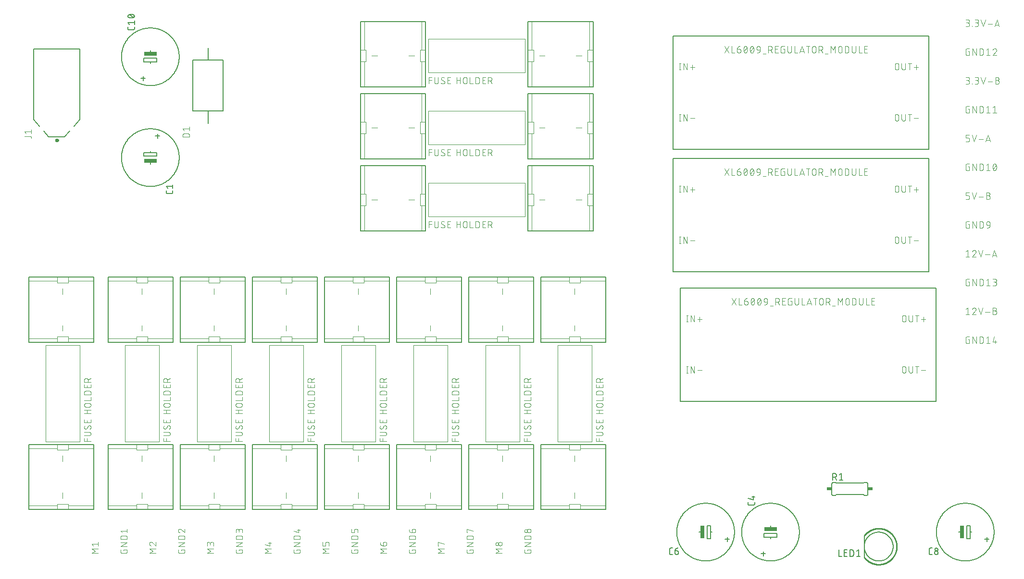
<source format=gbr>
G04 EAGLE Gerber RS-274X export*
G75*
%MOMM*%
%FSLAX34Y34*%
%LPD*%
%INSilkscreen Top*%
%IPPOS*%
%AMOC8*
5,1,8,0,0,1.08239X$1,22.5*%
G01*
%ADD10C,0.101600*%
%ADD11C,0.152400*%
%ADD12R,2.286000X0.635000*%
%ADD13C,0.127000*%
%ADD14R,0.635000X2.286000*%
%ADD15C,0.300000*%
%ADD16C,0.203200*%
%ADD17C,0.254000*%
%ADD18R,0.863600X0.609600*%
%ADD19C,0.076200*%


D10*
X1537608Y773896D02*
X1540854Y776492D01*
X1540854Y764808D01*
X1544099Y764808D02*
X1537608Y764808D01*
X1552608Y776492D02*
X1552715Y776490D01*
X1552821Y776484D01*
X1552927Y776474D01*
X1553033Y776461D01*
X1553139Y776443D01*
X1553243Y776422D01*
X1553347Y776397D01*
X1553450Y776368D01*
X1553551Y776336D01*
X1553651Y776299D01*
X1553750Y776259D01*
X1553848Y776216D01*
X1553944Y776169D01*
X1554038Y776118D01*
X1554130Y776064D01*
X1554220Y776007D01*
X1554308Y775947D01*
X1554393Y775883D01*
X1554476Y775816D01*
X1554557Y775746D01*
X1554635Y775674D01*
X1554711Y775598D01*
X1554783Y775520D01*
X1554853Y775439D01*
X1554920Y775356D01*
X1554984Y775271D01*
X1555044Y775183D01*
X1555101Y775093D01*
X1555155Y775001D01*
X1555206Y774907D01*
X1555253Y774811D01*
X1555296Y774713D01*
X1555336Y774614D01*
X1555373Y774514D01*
X1555405Y774413D01*
X1555434Y774310D01*
X1555459Y774206D01*
X1555480Y774102D01*
X1555498Y773996D01*
X1555511Y773890D01*
X1555521Y773784D01*
X1555527Y773678D01*
X1555529Y773571D01*
X1552608Y776492D02*
X1552487Y776490D01*
X1552366Y776484D01*
X1552246Y776474D01*
X1552125Y776461D01*
X1552006Y776443D01*
X1551886Y776422D01*
X1551768Y776397D01*
X1551651Y776368D01*
X1551534Y776335D01*
X1551419Y776299D01*
X1551305Y776258D01*
X1551192Y776215D01*
X1551080Y776167D01*
X1550971Y776116D01*
X1550863Y776061D01*
X1550756Y776003D01*
X1550652Y775942D01*
X1550550Y775877D01*
X1550450Y775809D01*
X1550352Y775738D01*
X1550256Y775664D01*
X1550163Y775587D01*
X1550073Y775506D01*
X1549985Y775423D01*
X1549900Y775337D01*
X1549817Y775248D01*
X1549738Y775157D01*
X1549661Y775063D01*
X1549588Y774967D01*
X1549518Y774869D01*
X1549451Y774768D01*
X1549387Y774665D01*
X1549327Y774560D01*
X1549270Y774453D01*
X1549216Y774345D01*
X1549166Y774235D01*
X1549120Y774123D01*
X1549077Y774010D01*
X1549038Y773895D01*
X1554556Y771299D02*
X1554635Y771376D01*
X1554711Y771457D01*
X1554784Y771540D01*
X1554854Y771625D01*
X1554921Y771713D01*
X1554985Y771803D01*
X1555045Y771895D01*
X1555102Y771990D01*
X1555156Y772086D01*
X1555207Y772184D01*
X1555254Y772284D01*
X1555298Y772386D01*
X1555338Y772489D01*
X1555374Y772593D01*
X1555406Y772699D01*
X1555435Y772805D01*
X1555460Y772913D01*
X1555482Y773021D01*
X1555499Y773131D01*
X1555513Y773240D01*
X1555522Y773350D01*
X1555528Y773461D01*
X1555530Y773571D01*
X1554555Y771299D02*
X1549038Y764808D01*
X1555529Y764808D01*
X1563714Y764808D02*
X1559819Y776492D01*
X1567608Y776492D02*
X1563714Y764808D01*
X1572011Y769352D02*
X1579800Y769352D01*
X1584203Y764808D02*
X1588098Y776492D01*
X1591992Y764808D01*
X1591019Y767729D02*
X1585177Y767729D01*
X1540854Y674892D02*
X1537608Y672296D01*
X1540854Y674892D02*
X1540854Y663208D01*
X1544099Y663208D02*
X1537608Y663208D01*
X1552608Y674892D02*
X1552715Y674890D01*
X1552821Y674884D01*
X1552927Y674874D01*
X1553033Y674861D01*
X1553139Y674843D01*
X1553243Y674822D01*
X1553347Y674797D01*
X1553450Y674768D01*
X1553551Y674736D01*
X1553651Y674699D01*
X1553750Y674659D01*
X1553848Y674616D01*
X1553944Y674569D01*
X1554038Y674518D01*
X1554130Y674464D01*
X1554220Y674407D01*
X1554308Y674347D01*
X1554393Y674283D01*
X1554476Y674216D01*
X1554557Y674146D01*
X1554635Y674074D01*
X1554711Y673998D01*
X1554783Y673920D01*
X1554853Y673839D01*
X1554920Y673756D01*
X1554984Y673671D01*
X1555044Y673583D01*
X1555101Y673493D01*
X1555155Y673401D01*
X1555206Y673307D01*
X1555253Y673211D01*
X1555296Y673113D01*
X1555336Y673014D01*
X1555373Y672914D01*
X1555405Y672813D01*
X1555434Y672710D01*
X1555459Y672606D01*
X1555480Y672502D01*
X1555498Y672396D01*
X1555511Y672290D01*
X1555521Y672184D01*
X1555527Y672078D01*
X1555529Y671971D01*
X1552608Y674892D02*
X1552487Y674890D01*
X1552366Y674884D01*
X1552246Y674874D01*
X1552125Y674861D01*
X1552006Y674843D01*
X1551886Y674822D01*
X1551768Y674797D01*
X1551651Y674768D01*
X1551534Y674735D01*
X1551419Y674699D01*
X1551305Y674658D01*
X1551192Y674615D01*
X1551080Y674567D01*
X1550971Y674516D01*
X1550863Y674461D01*
X1550756Y674403D01*
X1550652Y674342D01*
X1550550Y674277D01*
X1550450Y674209D01*
X1550352Y674138D01*
X1550256Y674064D01*
X1550163Y673987D01*
X1550073Y673906D01*
X1549985Y673823D01*
X1549900Y673737D01*
X1549817Y673648D01*
X1549738Y673557D01*
X1549661Y673463D01*
X1549588Y673367D01*
X1549518Y673269D01*
X1549451Y673168D01*
X1549387Y673065D01*
X1549327Y672960D01*
X1549270Y672853D01*
X1549216Y672745D01*
X1549166Y672635D01*
X1549120Y672523D01*
X1549077Y672410D01*
X1549038Y672295D01*
X1554556Y669699D02*
X1554635Y669776D01*
X1554711Y669857D01*
X1554784Y669940D01*
X1554854Y670025D01*
X1554921Y670113D01*
X1554985Y670203D01*
X1555045Y670295D01*
X1555102Y670390D01*
X1555156Y670486D01*
X1555207Y670584D01*
X1555254Y670684D01*
X1555298Y670786D01*
X1555338Y670889D01*
X1555374Y670993D01*
X1555406Y671099D01*
X1555435Y671205D01*
X1555460Y671313D01*
X1555482Y671421D01*
X1555499Y671531D01*
X1555513Y671640D01*
X1555522Y671750D01*
X1555528Y671861D01*
X1555530Y671971D01*
X1554555Y669699D02*
X1549038Y663208D01*
X1555529Y663208D01*
X1563714Y663208D02*
X1559819Y674892D01*
X1567608Y674892D02*
X1563714Y663208D01*
X1572011Y667752D02*
X1579800Y667752D01*
X1585402Y669699D02*
X1588648Y669699D01*
X1588648Y669700D02*
X1588761Y669698D01*
X1588874Y669692D01*
X1588987Y669682D01*
X1589100Y669668D01*
X1589212Y669651D01*
X1589323Y669629D01*
X1589433Y669604D01*
X1589543Y669574D01*
X1589651Y669541D01*
X1589758Y669504D01*
X1589864Y669464D01*
X1589968Y669419D01*
X1590071Y669371D01*
X1590172Y669320D01*
X1590271Y669265D01*
X1590368Y669207D01*
X1590463Y669145D01*
X1590556Y669080D01*
X1590646Y669012D01*
X1590734Y668941D01*
X1590820Y668866D01*
X1590903Y668789D01*
X1590983Y668709D01*
X1591060Y668626D01*
X1591135Y668540D01*
X1591206Y668452D01*
X1591274Y668362D01*
X1591339Y668269D01*
X1591401Y668174D01*
X1591459Y668077D01*
X1591514Y667978D01*
X1591565Y667877D01*
X1591613Y667774D01*
X1591658Y667670D01*
X1591698Y667564D01*
X1591735Y667457D01*
X1591768Y667349D01*
X1591798Y667239D01*
X1591823Y667129D01*
X1591845Y667018D01*
X1591862Y666906D01*
X1591876Y666793D01*
X1591886Y666680D01*
X1591892Y666567D01*
X1591894Y666454D01*
X1591892Y666341D01*
X1591886Y666228D01*
X1591876Y666115D01*
X1591862Y666002D01*
X1591845Y665890D01*
X1591823Y665779D01*
X1591798Y665669D01*
X1591768Y665559D01*
X1591735Y665451D01*
X1591698Y665344D01*
X1591658Y665238D01*
X1591613Y665134D01*
X1591565Y665031D01*
X1591514Y664930D01*
X1591459Y664831D01*
X1591401Y664734D01*
X1591339Y664639D01*
X1591274Y664546D01*
X1591206Y664456D01*
X1591135Y664368D01*
X1591060Y664282D01*
X1590983Y664199D01*
X1590903Y664119D01*
X1590820Y664042D01*
X1590734Y663967D01*
X1590646Y663896D01*
X1590556Y663828D01*
X1590463Y663763D01*
X1590368Y663701D01*
X1590271Y663643D01*
X1590172Y663588D01*
X1590071Y663537D01*
X1589968Y663489D01*
X1589864Y663444D01*
X1589758Y663404D01*
X1589651Y663367D01*
X1589543Y663334D01*
X1589433Y663304D01*
X1589323Y663279D01*
X1589212Y663257D01*
X1589100Y663240D01*
X1588987Y663226D01*
X1588874Y663216D01*
X1588761Y663210D01*
X1588648Y663208D01*
X1585402Y663208D01*
X1585402Y674892D01*
X1588648Y674892D01*
X1588749Y674890D01*
X1588849Y674884D01*
X1588949Y674874D01*
X1589049Y674861D01*
X1589148Y674843D01*
X1589247Y674822D01*
X1589344Y674797D01*
X1589441Y674768D01*
X1589536Y674735D01*
X1589630Y674699D01*
X1589722Y674659D01*
X1589813Y674616D01*
X1589902Y674569D01*
X1589989Y674519D01*
X1590075Y674465D01*
X1590158Y674408D01*
X1590238Y674348D01*
X1590317Y674285D01*
X1590393Y674218D01*
X1590466Y674149D01*
X1590536Y674077D01*
X1590604Y674003D01*
X1590669Y673926D01*
X1590730Y673846D01*
X1590789Y673764D01*
X1590844Y673680D01*
X1590896Y673594D01*
X1590945Y673506D01*
X1590990Y673416D01*
X1591032Y673324D01*
X1591070Y673231D01*
X1591104Y673136D01*
X1591135Y673041D01*
X1591162Y672944D01*
X1591185Y672846D01*
X1591205Y672747D01*
X1591220Y672647D01*
X1591232Y672547D01*
X1591240Y672447D01*
X1591244Y672346D01*
X1591244Y672246D01*
X1591240Y672145D01*
X1591232Y672045D01*
X1591220Y671945D01*
X1591205Y671845D01*
X1591185Y671746D01*
X1591162Y671648D01*
X1591135Y671551D01*
X1591104Y671456D01*
X1591070Y671361D01*
X1591032Y671268D01*
X1590990Y671176D01*
X1590945Y671086D01*
X1590896Y670998D01*
X1590844Y670912D01*
X1590789Y670828D01*
X1590730Y670746D01*
X1590669Y670666D01*
X1590604Y670589D01*
X1590536Y670515D01*
X1590466Y670443D01*
X1590393Y670374D01*
X1590317Y670307D01*
X1590238Y670244D01*
X1590158Y670184D01*
X1590075Y670127D01*
X1589989Y670073D01*
X1589902Y670023D01*
X1589813Y669976D01*
X1589722Y669933D01*
X1589630Y669893D01*
X1589536Y669857D01*
X1589441Y669824D01*
X1589344Y669795D01*
X1589247Y669770D01*
X1589148Y669749D01*
X1589049Y669731D01*
X1588949Y669718D01*
X1588849Y669708D01*
X1588749Y669702D01*
X1588648Y669700D01*
X1540854Y1171208D02*
X1537608Y1171208D01*
X1540854Y1171208D02*
X1540967Y1171210D01*
X1541080Y1171216D01*
X1541193Y1171226D01*
X1541306Y1171240D01*
X1541418Y1171257D01*
X1541529Y1171279D01*
X1541639Y1171304D01*
X1541749Y1171334D01*
X1541857Y1171367D01*
X1541964Y1171404D01*
X1542070Y1171444D01*
X1542174Y1171489D01*
X1542277Y1171537D01*
X1542378Y1171588D01*
X1542477Y1171643D01*
X1542574Y1171701D01*
X1542669Y1171763D01*
X1542762Y1171828D01*
X1542852Y1171896D01*
X1542940Y1171967D01*
X1543026Y1172042D01*
X1543109Y1172119D01*
X1543189Y1172199D01*
X1543266Y1172282D01*
X1543341Y1172368D01*
X1543412Y1172456D01*
X1543480Y1172546D01*
X1543545Y1172639D01*
X1543607Y1172734D01*
X1543665Y1172831D01*
X1543720Y1172930D01*
X1543771Y1173031D01*
X1543819Y1173134D01*
X1543864Y1173238D01*
X1543904Y1173344D01*
X1543941Y1173451D01*
X1543974Y1173559D01*
X1544004Y1173669D01*
X1544029Y1173779D01*
X1544051Y1173890D01*
X1544068Y1174002D01*
X1544082Y1174115D01*
X1544092Y1174228D01*
X1544098Y1174341D01*
X1544100Y1174454D01*
X1544098Y1174567D01*
X1544092Y1174680D01*
X1544082Y1174793D01*
X1544068Y1174906D01*
X1544051Y1175018D01*
X1544029Y1175129D01*
X1544004Y1175239D01*
X1543974Y1175349D01*
X1543941Y1175457D01*
X1543904Y1175564D01*
X1543864Y1175670D01*
X1543819Y1175774D01*
X1543771Y1175877D01*
X1543720Y1175978D01*
X1543665Y1176077D01*
X1543607Y1176174D01*
X1543545Y1176269D01*
X1543480Y1176362D01*
X1543412Y1176452D01*
X1543341Y1176540D01*
X1543266Y1176626D01*
X1543189Y1176709D01*
X1543109Y1176789D01*
X1543026Y1176866D01*
X1542940Y1176941D01*
X1542852Y1177012D01*
X1542762Y1177080D01*
X1542669Y1177145D01*
X1542574Y1177207D01*
X1542477Y1177265D01*
X1542378Y1177320D01*
X1542277Y1177371D01*
X1542174Y1177419D01*
X1542070Y1177464D01*
X1541964Y1177504D01*
X1541857Y1177541D01*
X1541749Y1177574D01*
X1541639Y1177604D01*
X1541529Y1177629D01*
X1541418Y1177651D01*
X1541306Y1177668D01*
X1541193Y1177682D01*
X1541080Y1177692D01*
X1540967Y1177698D01*
X1540854Y1177700D01*
X1541503Y1182892D02*
X1537608Y1182892D01*
X1541503Y1182892D02*
X1541604Y1182890D01*
X1541704Y1182884D01*
X1541804Y1182874D01*
X1541904Y1182861D01*
X1542003Y1182843D01*
X1542102Y1182822D01*
X1542199Y1182797D01*
X1542296Y1182768D01*
X1542391Y1182735D01*
X1542485Y1182699D01*
X1542577Y1182659D01*
X1542668Y1182616D01*
X1542757Y1182569D01*
X1542844Y1182519D01*
X1542930Y1182465D01*
X1543013Y1182408D01*
X1543093Y1182348D01*
X1543172Y1182285D01*
X1543248Y1182218D01*
X1543321Y1182149D01*
X1543391Y1182077D01*
X1543459Y1182003D01*
X1543524Y1181926D01*
X1543585Y1181846D01*
X1543644Y1181764D01*
X1543699Y1181680D01*
X1543751Y1181594D01*
X1543800Y1181506D01*
X1543845Y1181416D01*
X1543887Y1181324D01*
X1543925Y1181231D01*
X1543959Y1181136D01*
X1543990Y1181041D01*
X1544017Y1180944D01*
X1544040Y1180846D01*
X1544060Y1180747D01*
X1544075Y1180647D01*
X1544087Y1180547D01*
X1544095Y1180447D01*
X1544099Y1180346D01*
X1544099Y1180246D01*
X1544095Y1180145D01*
X1544087Y1180045D01*
X1544075Y1179945D01*
X1544060Y1179845D01*
X1544040Y1179746D01*
X1544017Y1179648D01*
X1543990Y1179551D01*
X1543959Y1179456D01*
X1543925Y1179361D01*
X1543887Y1179268D01*
X1543845Y1179176D01*
X1543800Y1179086D01*
X1543751Y1178998D01*
X1543699Y1178912D01*
X1543644Y1178828D01*
X1543585Y1178746D01*
X1543524Y1178666D01*
X1543459Y1178589D01*
X1543391Y1178515D01*
X1543321Y1178443D01*
X1543248Y1178374D01*
X1543172Y1178307D01*
X1543093Y1178244D01*
X1543013Y1178184D01*
X1542930Y1178127D01*
X1542844Y1178073D01*
X1542757Y1178023D01*
X1542668Y1177976D01*
X1542577Y1177933D01*
X1542485Y1177893D01*
X1542391Y1177857D01*
X1542296Y1177824D01*
X1542199Y1177795D01*
X1542102Y1177770D01*
X1542003Y1177749D01*
X1541904Y1177731D01*
X1541804Y1177718D01*
X1541704Y1177708D01*
X1541604Y1177702D01*
X1541503Y1177700D01*
X1541503Y1177699D02*
X1538906Y1177699D01*
X1548530Y1171857D02*
X1548530Y1171208D01*
X1548530Y1171857D02*
X1549179Y1171857D01*
X1549179Y1171208D01*
X1548530Y1171208D01*
X1553610Y1171208D02*
X1556855Y1171208D01*
X1556968Y1171210D01*
X1557081Y1171216D01*
X1557194Y1171226D01*
X1557307Y1171240D01*
X1557419Y1171257D01*
X1557530Y1171279D01*
X1557640Y1171304D01*
X1557750Y1171334D01*
X1557858Y1171367D01*
X1557965Y1171404D01*
X1558071Y1171444D01*
X1558175Y1171489D01*
X1558278Y1171537D01*
X1558379Y1171588D01*
X1558478Y1171643D01*
X1558575Y1171701D01*
X1558670Y1171763D01*
X1558763Y1171828D01*
X1558853Y1171896D01*
X1558941Y1171967D01*
X1559027Y1172042D01*
X1559110Y1172119D01*
X1559190Y1172199D01*
X1559267Y1172282D01*
X1559342Y1172368D01*
X1559413Y1172456D01*
X1559481Y1172546D01*
X1559546Y1172639D01*
X1559608Y1172734D01*
X1559666Y1172831D01*
X1559721Y1172930D01*
X1559772Y1173031D01*
X1559820Y1173134D01*
X1559865Y1173238D01*
X1559905Y1173344D01*
X1559942Y1173451D01*
X1559975Y1173559D01*
X1560005Y1173669D01*
X1560030Y1173779D01*
X1560052Y1173890D01*
X1560069Y1174002D01*
X1560083Y1174115D01*
X1560093Y1174228D01*
X1560099Y1174341D01*
X1560101Y1174454D01*
X1560099Y1174567D01*
X1560093Y1174680D01*
X1560083Y1174793D01*
X1560069Y1174906D01*
X1560052Y1175018D01*
X1560030Y1175129D01*
X1560005Y1175239D01*
X1559975Y1175349D01*
X1559942Y1175457D01*
X1559905Y1175564D01*
X1559865Y1175670D01*
X1559820Y1175774D01*
X1559772Y1175877D01*
X1559721Y1175978D01*
X1559666Y1176077D01*
X1559608Y1176174D01*
X1559546Y1176269D01*
X1559481Y1176362D01*
X1559413Y1176452D01*
X1559342Y1176540D01*
X1559267Y1176626D01*
X1559190Y1176709D01*
X1559110Y1176789D01*
X1559027Y1176866D01*
X1558941Y1176941D01*
X1558853Y1177012D01*
X1558763Y1177080D01*
X1558670Y1177145D01*
X1558575Y1177207D01*
X1558478Y1177265D01*
X1558379Y1177320D01*
X1558278Y1177371D01*
X1558175Y1177419D01*
X1558071Y1177464D01*
X1557965Y1177504D01*
X1557858Y1177541D01*
X1557750Y1177574D01*
X1557640Y1177604D01*
X1557530Y1177629D01*
X1557419Y1177651D01*
X1557307Y1177668D01*
X1557194Y1177682D01*
X1557081Y1177692D01*
X1556968Y1177698D01*
X1556855Y1177700D01*
X1557505Y1182892D02*
X1553610Y1182892D01*
X1557505Y1182892D02*
X1557606Y1182890D01*
X1557706Y1182884D01*
X1557806Y1182874D01*
X1557906Y1182861D01*
X1558005Y1182843D01*
X1558104Y1182822D01*
X1558201Y1182797D01*
X1558298Y1182768D01*
X1558393Y1182735D01*
X1558487Y1182699D01*
X1558579Y1182659D01*
X1558670Y1182616D01*
X1558759Y1182569D01*
X1558846Y1182519D01*
X1558932Y1182465D01*
X1559015Y1182408D01*
X1559095Y1182348D01*
X1559174Y1182285D01*
X1559250Y1182218D01*
X1559323Y1182149D01*
X1559393Y1182077D01*
X1559461Y1182003D01*
X1559526Y1181926D01*
X1559587Y1181846D01*
X1559646Y1181764D01*
X1559701Y1181680D01*
X1559753Y1181594D01*
X1559802Y1181506D01*
X1559847Y1181416D01*
X1559889Y1181324D01*
X1559927Y1181231D01*
X1559961Y1181136D01*
X1559992Y1181041D01*
X1560019Y1180944D01*
X1560042Y1180846D01*
X1560062Y1180747D01*
X1560077Y1180647D01*
X1560089Y1180547D01*
X1560097Y1180447D01*
X1560101Y1180346D01*
X1560101Y1180246D01*
X1560097Y1180145D01*
X1560089Y1180045D01*
X1560077Y1179945D01*
X1560062Y1179845D01*
X1560042Y1179746D01*
X1560019Y1179648D01*
X1559992Y1179551D01*
X1559961Y1179456D01*
X1559927Y1179361D01*
X1559889Y1179268D01*
X1559847Y1179176D01*
X1559802Y1179086D01*
X1559753Y1178998D01*
X1559701Y1178912D01*
X1559646Y1178828D01*
X1559587Y1178746D01*
X1559526Y1178666D01*
X1559461Y1178589D01*
X1559393Y1178515D01*
X1559323Y1178443D01*
X1559250Y1178374D01*
X1559174Y1178307D01*
X1559095Y1178244D01*
X1559015Y1178184D01*
X1558932Y1178127D01*
X1558846Y1178073D01*
X1558759Y1178023D01*
X1558670Y1177976D01*
X1558579Y1177933D01*
X1558487Y1177893D01*
X1558393Y1177857D01*
X1558298Y1177824D01*
X1558201Y1177795D01*
X1558104Y1177770D01*
X1558005Y1177749D01*
X1557906Y1177731D01*
X1557806Y1177718D01*
X1557706Y1177708D01*
X1557606Y1177702D01*
X1557505Y1177700D01*
X1557505Y1177699D02*
X1554908Y1177699D01*
X1564391Y1182892D02*
X1568285Y1171208D01*
X1572180Y1182892D01*
X1576583Y1175752D02*
X1584372Y1175752D01*
X1588775Y1171208D02*
X1592669Y1182892D01*
X1596564Y1171208D01*
X1595590Y1174129D02*
X1589748Y1174129D01*
X1540854Y1069608D02*
X1537608Y1069608D01*
X1540854Y1069608D02*
X1540967Y1069610D01*
X1541080Y1069616D01*
X1541193Y1069626D01*
X1541306Y1069640D01*
X1541418Y1069657D01*
X1541529Y1069679D01*
X1541639Y1069704D01*
X1541749Y1069734D01*
X1541857Y1069767D01*
X1541964Y1069804D01*
X1542070Y1069844D01*
X1542174Y1069889D01*
X1542277Y1069937D01*
X1542378Y1069988D01*
X1542477Y1070043D01*
X1542574Y1070101D01*
X1542669Y1070163D01*
X1542762Y1070228D01*
X1542852Y1070296D01*
X1542940Y1070367D01*
X1543026Y1070442D01*
X1543109Y1070519D01*
X1543189Y1070599D01*
X1543266Y1070682D01*
X1543341Y1070768D01*
X1543412Y1070856D01*
X1543480Y1070946D01*
X1543545Y1071039D01*
X1543607Y1071134D01*
X1543665Y1071231D01*
X1543720Y1071330D01*
X1543771Y1071431D01*
X1543819Y1071534D01*
X1543864Y1071638D01*
X1543904Y1071744D01*
X1543941Y1071851D01*
X1543974Y1071959D01*
X1544004Y1072069D01*
X1544029Y1072179D01*
X1544051Y1072290D01*
X1544068Y1072402D01*
X1544082Y1072515D01*
X1544092Y1072628D01*
X1544098Y1072741D01*
X1544100Y1072854D01*
X1544098Y1072967D01*
X1544092Y1073080D01*
X1544082Y1073193D01*
X1544068Y1073306D01*
X1544051Y1073418D01*
X1544029Y1073529D01*
X1544004Y1073639D01*
X1543974Y1073749D01*
X1543941Y1073857D01*
X1543904Y1073964D01*
X1543864Y1074070D01*
X1543819Y1074174D01*
X1543771Y1074277D01*
X1543720Y1074378D01*
X1543665Y1074477D01*
X1543607Y1074574D01*
X1543545Y1074669D01*
X1543480Y1074762D01*
X1543412Y1074852D01*
X1543341Y1074940D01*
X1543266Y1075026D01*
X1543189Y1075109D01*
X1543109Y1075189D01*
X1543026Y1075266D01*
X1542940Y1075341D01*
X1542852Y1075412D01*
X1542762Y1075480D01*
X1542669Y1075545D01*
X1542574Y1075607D01*
X1542477Y1075665D01*
X1542378Y1075720D01*
X1542277Y1075771D01*
X1542174Y1075819D01*
X1542070Y1075864D01*
X1541964Y1075904D01*
X1541857Y1075941D01*
X1541749Y1075974D01*
X1541639Y1076004D01*
X1541529Y1076029D01*
X1541418Y1076051D01*
X1541306Y1076068D01*
X1541193Y1076082D01*
X1541080Y1076092D01*
X1540967Y1076098D01*
X1540854Y1076100D01*
X1541503Y1081292D02*
X1537608Y1081292D01*
X1541503Y1081292D02*
X1541604Y1081290D01*
X1541704Y1081284D01*
X1541804Y1081274D01*
X1541904Y1081261D01*
X1542003Y1081243D01*
X1542102Y1081222D01*
X1542199Y1081197D01*
X1542296Y1081168D01*
X1542391Y1081135D01*
X1542485Y1081099D01*
X1542577Y1081059D01*
X1542668Y1081016D01*
X1542757Y1080969D01*
X1542844Y1080919D01*
X1542930Y1080865D01*
X1543013Y1080808D01*
X1543093Y1080748D01*
X1543172Y1080685D01*
X1543248Y1080618D01*
X1543321Y1080549D01*
X1543391Y1080477D01*
X1543459Y1080403D01*
X1543524Y1080326D01*
X1543585Y1080246D01*
X1543644Y1080164D01*
X1543699Y1080080D01*
X1543751Y1079994D01*
X1543800Y1079906D01*
X1543845Y1079816D01*
X1543887Y1079724D01*
X1543925Y1079631D01*
X1543959Y1079536D01*
X1543990Y1079441D01*
X1544017Y1079344D01*
X1544040Y1079246D01*
X1544060Y1079147D01*
X1544075Y1079047D01*
X1544087Y1078947D01*
X1544095Y1078847D01*
X1544099Y1078746D01*
X1544099Y1078646D01*
X1544095Y1078545D01*
X1544087Y1078445D01*
X1544075Y1078345D01*
X1544060Y1078245D01*
X1544040Y1078146D01*
X1544017Y1078048D01*
X1543990Y1077951D01*
X1543959Y1077856D01*
X1543925Y1077761D01*
X1543887Y1077668D01*
X1543845Y1077576D01*
X1543800Y1077486D01*
X1543751Y1077398D01*
X1543699Y1077312D01*
X1543644Y1077228D01*
X1543585Y1077146D01*
X1543524Y1077066D01*
X1543459Y1076989D01*
X1543391Y1076915D01*
X1543321Y1076843D01*
X1543248Y1076774D01*
X1543172Y1076707D01*
X1543093Y1076644D01*
X1543013Y1076584D01*
X1542930Y1076527D01*
X1542844Y1076473D01*
X1542757Y1076423D01*
X1542668Y1076376D01*
X1542577Y1076333D01*
X1542485Y1076293D01*
X1542391Y1076257D01*
X1542296Y1076224D01*
X1542199Y1076195D01*
X1542102Y1076170D01*
X1542003Y1076149D01*
X1541904Y1076131D01*
X1541804Y1076118D01*
X1541704Y1076108D01*
X1541604Y1076102D01*
X1541503Y1076100D01*
X1541503Y1076099D02*
X1538906Y1076099D01*
X1548530Y1070257D02*
X1548530Y1069608D01*
X1548530Y1070257D02*
X1549179Y1070257D01*
X1549179Y1069608D01*
X1548530Y1069608D01*
X1553610Y1069608D02*
X1556855Y1069608D01*
X1556968Y1069610D01*
X1557081Y1069616D01*
X1557194Y1069626D01*
X1557307Y1069640D01*
X1557419Y1069657D01*
X1557530Y1069679D01*
X1557640Y1069704D01*
X1557750Y1069734D01*
X1557858Y1069767D01*
X1557965Y1069804D01*
X1558071Y1069844D01*
X1558175Y1069889D01*
X1558278Y1069937D01*
X1558379Y1069988D01*
X1558478Y1070043D01*
X1558575Y1070101D01*
X1558670Y1070163D01*
X1558763Y1070228D01*
X1558853Y1070296D01*
X1558941Y1070367D01*
X1559027Y1070442D01*
X1559110Y1070519D01*
X1559190Y1070599D01*
X1559267Y1070682D01*
X1559342Y1070768D01*
X1559413Y1070856D01*
X1559481Y1070946D01*
X1559546Y1071039D01*
X1559608Y1071134D01*
X1559666Y1071231D01*
X1559721Y1071330D01*
X1559772Y1071431D01*
X1559820Y1071534D01*
X1559865Y1071638D01*
X1559905Y1071744D01*
X1559942Y1071851D01*
X1559975Y1071959D01*
X1560005Y1072069D01*
X1560030Y1072179D01*
X1560052Y1072290D01*
X1560069Y1072402D01*
X1560083Y1072515D01*
X1560093Y1072628D01*
X1560099Y1072741D01*
X1560101Y1072854D01*
X1560099Y1072967D01*
X1560093Y1073080D01*
X1560083Y1073193D01*
X1560069Y1073306D01*
X1560052Y1073418D01*
X1560030Y1073529D01*
X1560005Y1073639D01*
X1559975Y1073749D01*
X1559942Y1073857D01*
X1559905Y1073964D01*
X1559865Y1074070D01*
X1559820Y1074174D01*
X1559772Y1074277D01*
X1559721Y1074378D01*
X1559666Y1074477D01*
X1559608Y1074574D01*
X1559546Y1074669D01*
X1559481Y1074762D01*
X1559413Y1074852D01*
X1559342Y1074940D01*
X1559267Y1075026D01*
X1559190Y1075109D01*
X1559110Y1075189D01*
X1559027Y1075266D01*
X1558941Y1075341D01*
X1558853Y1075412D01*
X1558763Y1075480D01*
X1558670Y1075545D01*
X1558575Y1075607D01*
X1558478Y1075665D01*
X1558379Y1075720D01*
X1558278Y1075771D01*
X1558175Y1075819D01*
X1558071Y1075864D01*
X1557965Y1075904D01*
X1557858Y1075941D01*
X1557750Y1075974D01*
X1557640Y1076004D01*
X1557530Y1076029D01*
X1557419Y1076051D01*
X1557307Y1076068D01*
X1557194Y1076082D01*
X1557081Y1076092D01*
X1556968Y1076098D01*
X1556855Y1076100D01*
X1557505Y1081292D02*
X1553610Y1081292D01*
X1557505Y1081292D02*
X1557606Y1081290D01*
X1557706Y1081284D01*
X1557806Y1081274D01*
X1557906Y1081261D01*
X1558005Y1081243D01*
X1558104Y1081222D01*
X1558201Y1081197D01*
X1558298Y1081168D01*
X1558393Y1081135D01*
X1558487Y1081099D01*
X1558579Y1081059D01*
X1558670Y1081016D01*
X1558759Y1080969D01*
X1558846Y1080919D01*
X1558932Y1080865D01*
X1559015Y1080808D01*
X1559095Y1080748D01*
X1559174Y1080685D01*
X1559250Y1080618D01*
X1559323Y1080549D01*
X1559393Y1080477D01*
X1559461Y1080403D01*
X1559526Y1080326D01*
X1559587Y1080246D01*
X1559646Y1080164D01*
X1559701Y1080080D01*
X1559753Y1079994D01*
X1559802Y1079906D01*
X1559847Y1079816D01*
X1559889Y1079724D01*
X1559927Y1079631D01*
X1559961Y1079536D01*
X1559992Y1079441D01*
X1560019Y1079344D01*
X1560042Y1079246D01*
X1560062Y1079147D01*
X1560077Y1079047D01*
X1560089Y1078947D01*
X1560097Y1078847D01*
X1560101Y1078746D01*
X1560101Y1078646D01*
X1560097Y1078545D01*
X1560089Y1078445D01*
X1560077Y1078345D01*
X1560062Y1078245D01*
X1560042Y1078146D01*
X1560019Y1078048D01*
X1559992Y1077951D01*
X1559961Y1077856D01*
X1559927Y1077761D01*
X1559889Y1077668D01*
X1559847Y1077576D01*
X1559802Y1077486D01*
X1559753Y1077398D01*
X1559701Y1077312D01*
X1559646Y1077228D01*
X1559587Y1077146D01*
X1559526Y1077066D01*
X1559461Y1076989D01*
X1559393Y1076915D01*
X1559323Y1076843D01*
X1559250Y1076774D01*
X1559174Y1076707D01*
X1559095Y1076644D01*
X1559015Y1076584D01*
X1558932Y1076527D01*
X1558846Y1076473D01*
X1558759Y1076423D01*
X1558670Y1076376D01*
X1558579Y1076333D01*
X1558487Y1076293D01*
X1558393Y1076257D01*
X1558298Y1076224D01*
X1558201Y1076195D01*
X1558104Y1076170D01*
X1558005Y1076149D01*
X1557906Y1076131D01*
X1557806Y1076118D01*
X1557706Y1076108D01*
X1557606Y1076102D01*
X1557505Y1076100D01*
X1557505Y1076099D02*
X1554908Y1076099D01*
X1564391Y1081292D02*
X1568285Y1069608D01*
X1572180Y1081292D01*
X1576583Y1074152D02*
X1584372Y1074152D01*
X1589974Y1076099D02*
X1593220Y1076099D01*
X1593220Y1076100D02*
X1593333Y1076098D01*
X1593446Y1076092D01*
X1593559Y1076082D01*
X1593672Y1076068D01*
X1593784Y1076051D01*
X1593895Y1076029D01*
X1594005Y1076004D01*
X1594115Y1075974D01*
X1594223Y1075941D01*
X1594330Y1075904D01*
X1594436Y1075864D01*
X1594540Y1075819D01*
X1594643Y1075771D01*
X1594744Y1075720D01*
X1594843Y1075665D01*
X1594940Y1075607D01*
X1595035Y1075545D01*
X1595128Y1075480D01*
X1595218Y1075412D01*
X1595306Y1075341D01*
X1595392Y1075266D01*
X1595475Y1075189D01*
X1595555Y1075109D01*
X1595632Y1075026D01*
X1595707Y1074940D01*
X1595778Y1074852D01*
X1595846Y1074762D01*
X1595911Y1074669D01*
X1595973Y1074574D01*
X1596031Y1074477D01*
X1596086Y1074378D01*
X1596137Y1074277D01*
X1596185Y1074174D01*
X1596230Y1074070D01*
X1596270Y1073964D01*
X1596307Y1073857D01*
X1596340Y1073749D01*
X1596370Y1073639D01*
X1596395Y1073529D01*
X1596417Y1073418D01*
X1596434Y1073306D01*
X1596448Y1073193D01*
X1596458Y1073080D01*
X1596464Y1072967D01*
X1596466Y1072854D01*
X1596464Y1072741D01*
X1596458Y1072628D01*
X1596448Y1072515D01*
X1596434Y1072402D01*
X1596417Y1072290D01*
X1596395Y1072179D01*
X1596370Y1072069D01*
X1596340Y1071959D01*
X1596307Y1071851D01*
X1596270Y1071744D01*
X1596230Y1071638D01*
X1596185Y1071534D01*
X1596137Y1071431D01*
X1596086Y1071330D01*
X1596031Y1071231D01*
X1595973Y1071134D01*
X1595911Y1071039D01*
X1595846Y1070946D01*
X1595778Y1070856D01*
X1595707Y1070768D01*
X1595632Y1070682D01*
X1595555Y1070599D01*
X1595475Y1070519D01*
X1595392Y1070442D01*
X1595306Y1070367D01*
X1595218Y1070296D01*
X1595128Y1070228D01*
X1595035Y1070163D01*
X1594940Y1070101D01*
X1594843Y1070043D01*
X1594744Y1069988D01*
X1594643Y1069937D01*
X1594540Y1069889D01*
X1594436Y1069844D01*
X1594330Y1069804D01*
X1594223Y1069767D01*
X1594115Y1069734D01*
X1594005Y1069704D01*
X1593895Y1069679D01*
X1593784Y1069657D01*
X1593672Y1069640D01*
X1593559Y1069626D01*
X1593446Y1069616D01*
X1593333Y1069610D01*
X1593220Y1069608D01*
X1589974Y1069608D01*
X1589974Y1081292D01*
X1593220Y1081292D01*
X1593321Y1081290D01*
X1593421Y1081284D01*
X1593521Y1081274D01*
X1593621Y1081261D01*
X1593720Y1081243D01*
X1593819Y1081222D01*
X1593916Y1081197D01*
X1594013Y1081168D01*
X1594108Y1081135D01*
X1594202Y1081099D01*
X1594294Y1081059D01*
X1594385Y1081016D01*
X1594474Y1080969D01*
X1594561Y1080919D01*
X1594647Y1080865D01*
X1594730Y1080808D01*
X1594810Y1080748D01*
X1594889Y1080685D01*
X1594965Y1080618D01*
X1595038Y1080549D01*
X1595108Y1080477D01*
X1595176Y1080403D01*
X1595241Y1080326D01*
X1595302Y1080246D01*
X1595361Y1080164D01*
X1595416Y1080080D01*
X1595468Y1079994D01*
X1595517Y1079906D01*
X1595562Y1079816D01*
X1595604Y1079724D01*
X1595642Y1079631D01*
X1595676Y1079536D01*
X1595707Y1079441D01*
X1595734Y1079344D01*
X1595757Y1079246D01*
X1595777Y1079147D01*
X1595792Y1079047D01*
X1595804Y1078947D01*
X1595812Y1078847D01*
X1595816Y1078746D01*
X1595816Y1078646D01*
X1595812Y1078545D01*
X1595804Y1078445D01*
X1595792Y1078345D01*
X1595777Y1078245D01*
X1595757Y1078146D01*
X1595734Y1078048D01*
X1595707Y1077951D01*
X1595676Y1077856D01*
X1595642Y1077761D01*
X1595604Y1077668D01*
X1595562Y1077576D01*
X1595517Y1077486D01*
X1595468Y1077398D01*
X1595416Y1077312D01*
X1595361Y1077228D01*
X1595302Y1077146D01*
X1595241Y1077066D01*
X1595176Y1076989D01*
X1595108Y1076915D01*
X1595038Y1076843D01*
X1594965Y1076774D01*
X1594889Y1076707D01*
X1594810Y1076644D01*
X1594730Y1076584D01*
X1594647Y1076527D01*
X1594561Y1076473D01*
X1594474Y1076423D01*
X1594385Y1076376D01*
X1594294Y1076333D01*
X1594202Y1076293D01*
X1594108Y1076257D01*
X1594013Y1076224D01*
X1593916Y1076195D01*
X1593819Y1076170D01*
X1593720Y1076149D01*
X1593621Y1076131D01*
X1593521Y1076118D01*
X1593421Y1076108D01*
X1593321Y1076102D01*
X1593220Y1076100D01*
X1541503Y968008D02*
X1537608Y968008D01*
X1541503Y968008D02*
X1541602Y968010D01*
X1541702Y968016D01*
X1541801Y968025D01*
X1541899Y968038D01*
X1541997Y968055D01*
X1542095Y968076D01*
X1542191Y968101D01*
X1542286Y968129D01*
X1542380Y968161D01*
X1542473Y968196D01*
X1542565Y968235D01*
X1542655Y968278D01*
X1542743Y968323D01*
X1542830Y968373D01*
X1542914Y968425D01*
X1542997Y968481D01*
X1543077Y968539D01*
X1543155Y968601D01*
X1543230Y968666D01*
X1543303Y968734D01*
X1543373Y968804D01*
X1543441Y968877D01*
X1543506Y968952D01*
X1543568Y969030D01*
X1543626Y969110D01*
X1543682Y969193D01*
X1543734Y969277D01*
X1543784Y969364D01*
X1543829Y969452D01*
X1543872Y969542D01*
X1543911Y969634D01*
X1543946Y969727D01*
X1543978Y969821D01*
X1544006Y969916D01*
X1544031Y970012D01*
X1544052Y970110D01*
X1544069Y970208D01*
X1544082Y970306D01*
X1544091Y970405D01*
X1544097Y970505D01*
X1544099Y970604D01*
X1544099Y971903D01*
X1544097Y972002D01*
X1544091Y972102D01*
X1544082Y972201D01*
X1544069Y972299D01*
X1544052Y972397D01*
X1544031Y972495D01*
X1544006Y972591D01*
X1543978Y972686D01*
X1543946Y972780D01*
X1543911Y972873D01*
X1543872Y972965D01*
X1543829Y973055D01*
X1543784Y973143D01*
X1543734Y973230D01*
X1543682Y973314D01*
X1543626Y973397D01*
X1543568Y973477D01*
X1543506Y973555D01*
X1543441Y973630D01*
X1543373Y973703D01*
X1543303Y973773D01*
X1543230Y973841D01*
X1543155Y973906D01*
X1543077Y973968D01*
X1542997Y974026D01*
X1542914Y974082D01*
X1542830Y974134D01*
X1542743Y974184D01*
X1542655Y974229D01*
X1542565Y974272D01*
X1542473Y974311D01*
X1542380Y974346D01*
X1542286Y974378D01*
X1542191Y974406D01*
X1542095Y974431D01*
X1541997Y974452D01*
X1541899Y974469D01*
X1541801Y974482D01*
X1541702Y974491D01*
X1541602Y974497D01*
X1541503Y974499D01*
X1537608Y974499D01*
X1537608Y979692D01*
X1544099Y979692D01*
X1548389Y979692D02*
X1552284Y968008D01*
X1556178Y979692D01*
X1560581Y972552D02*
X1568370Y972552D01*
X1572773Y968008D02*
X1576668Y979692D01*
X1580562Y968008D01*
X1579589Y970929D02*
X1573747Y970929D01*
X1541503Y866408D02*
X1537608Y866408D01*
X1541503Y866408D02*
X1541602Y866410D01*
X1541702Y866416D01*
X1541801Y866425D01*
X1541899Y866438D01*
X1541997Y866455D01*
X1542095Y866476D01*
X1542191Y866501D01*
X1542286Y866529D01*
X1542380Y866561D01*
X1542473Y866596D01*
X1542565Y866635D01*
X1542655Y866678D01*
X1542743Y866723D01*
X1542830Y866773D01*
X1542914Y866825D01*
X1542997Y866881D01*
X1543077Y866939D01*
X1543155Y867001D01*
X1543230Y867066D01*
X1543303Y867134D01*
X1543373Y867204D01*
X1543441Y867277D01*
X1543506Y867352D01*
X1543568Y867430D01*
X1543626Y867510D01*
X1543682Y867593D01*
X1543734Y867677D01*
X1543784Y867764D01*
X1543829Y867852D01*
X1543872Y867942D01*
X1543911Y868034D01*
X1543946Y868127D01*
X1543978Y868221D01*
X1544006Y868316D01*
X1544031Y868412D01*
X1544052Y868510D01*
X1544069Y868608D01*
X1544082Y868706D01*
X1544091Y868805D01*
X1544097Y868905D01*
X1544099Y869004D01*
X1544099Y870303D01*
X1544097Y870402D01*
X1544091Y870502D01*
X1544082Y870601D01*
X1544069Y870699D01*
X1544052Y870797D01*
X1544031Y870895D01*
X1544006Y870991D01*
X1543978Y871086D01*
X1543946Y871180D01*
X1543911Y871273D01*
X1543872Y871365D01*
X1543829Y871455D01*
X1543784Y871543D01*
X1543734Y871630D01*
X1543682Y871714D01*
X1543626Y871797D01*
X1543568Y871877D01*
X1543506Y871955D01*
X1543441Y872030D01*
X1543373Y872103D01*
X1543303Y872173D01*
X1543230Y872241D01*
X1543155Y872306D01*
X1543077Y872368D01*
X1542997Y872426D01*
X1542914Y872482D01*
X1542830Y872534D01*
X1542743Y872584D01*
X1542655Y872629D01*
X1542565Y872672D01*
X1542473Y872711D01*
X1542380Y872746D01*
X1542286Y872778D01*
X1542191Y872806D01*
X1542095Y872831D01*
X1541997Y872852D01*
X1541899Y872869D01*
X1541801Y872882D01*
X1541702Y872891D01*
X1541602Y872897D01*
X1541503Y872899D01*
X1537608Y872899D01*
X1537608Y878092D01*
X1544099Y878092D01*
X1548389Y878092D02*
X1552284Y866408D01*
X1556178Y878092D01*
X1560581Y870952D02*
X1568370Y870952D01*
X1573972Y872899D02*
X1577218Y872899D01*
X1577218Y872900D02*
X1577331Y872898D01*
X1577444Y872892D01*
X1577557Y872882D01*
X1577670Y872868D01*
X1577782Y872851D01*
X1577893Y872829D01*
X1578003Y872804D01*
X1578113Y872774D01*
X1578221Y872741D01*
X1578328Y872704D01*
X1578434Y872664D01*
X1578538Y872619D01*
X1578641Y872571D01*
X1578742Y872520D01*
X1578841Y872465D01*
X1578938Y872407D01*
X1579033Y872345D01*
X1579126Y872280D01*
X1579216Y872212D01*
X1579304Y872141D01*
X1579390Y872066D01*
X1579473Y871989D01*
X1579553Y871909D01*
X1579630Y871826D01*
X1579705Y871740D01*
X1579776Y871652D01*
X1579844Y871562D01*
X1579909Y871469D01*
X1579971Y871374D01*
X1580029Y871277D01*
X1580084Y871178D01*
X1580135Y871077D01*
X1580183Y870974D01*
X1580228Y870870D01*
X1580268Y870764D01*
X1580305Y870657D01*
X1580338Y870549D01*
X1580368Y870439D01*
X1580393Y870329D01*
X1580415Y870218D01*
X1580432Y870106D01*
X1580446Y869993D01*
X1580456Y869880D01*
X1580462Y869767D01*
X1580464Y869654D01*
X1580462Y869541D01*
X1580456Y869428D01*
X1580446Y869315D01*
X1580432Y869202D01*
X1580415Y869090D01*
X1580393Y868979D01*
X1580368Y868869D01*
X1580338Y868759D01*
X1580305Y868651D01*
X1580268Y868544D01*
X1580228Y868438D01*
X1580183Y868334D01*
X1580135Y868231D01*
X1580084Y868130D01*
X1580029Y868031D01*
X1579971Y867934D01*
X1579909Y867839D01*
X1579844Y867746D01*
X1579776Y867656D01*
X1579705Y867568D01*
X1579630Y867482D01*
X1579553Y867399D01*
X1579473Y867319D01*
X1579390Y867242D01*
X1579304Y867167D01*
X1579216Y867096D01*
X1579126Y867028D01*
X1579033Y866963D01*
X1578938Y866901D01*
X1578841Y866843D01*
X1578742Y866788D01*
X1578641Y866737D01*
X1578538Y866689D01*
X1578434Y866644D01*
X1578328Y866604D01*
X1578221Y866567D01*
X1578113Y866534D01*
X1578003Y866504D01*
X1577893Y866479D01*
X1577782Y866457D01*
X1577670Y866440D01*
X1577557Y866426D01*
X1577444Y866416D01*
X1577331Y866410D01*
X1577218Y866408D01*
X1573972Y866408D01*
X1573972Y878092D01*
X1577218Y878092D01*
X1577319Y878090D01*
X1577419Y878084D01*
X1577519Y878074D01*
X1577619Y878061D01*
X1577718Y878043D01*
X1577817Y878022D01*
X1577914Y877997D01*
X1578011Y877968D01*
X1578106Y877935D01*
X1578200Y877899D01*
X1578292Y877859D01*
X1578383Y877816D01*
X1578472Y877769D01*
X1578559Y877719D01*
X1578645Y877665D01*
X1578728Y877608D01*
X1578808Y877548D01*
X1578887Y877485D01*
X1578963Y877418D01*
X1579036Y877349D01*
X1579106Y877277D01*
X1579174Y877203D01*
X1579239Y877126D01*
X1579300Y877046D01*
X1579359Y876964D01*
X1579414Y876880D01*
X1579466Y876794D01*
X1579515Y876706D01*
X1579560Y876616D01*
X1579602Y876524D01*
X1579640Y876431D01*
X1579674Y876336D01*
X1579705Y876241D01*
X1579732Y876144D01*
X1579755Y876046D01*
X1579775Y875947D01*
X1579790Y875847D01*
X1579802Y875747D01*
X1579810Y875647D01*
X1579814Y875546D01*
X1579814Y875446D01*
X1579810Y875345D01*
X1579802Y875245D01*
X1579790Y875145D01*
X1579775Y875045D01*
X1579755Y874946D01*
X1579732Y874848D01*
X1579705Y874751D01*
X1579674Y874656D01*
X1579640Y874561D01*
X1579602Y874468D01*
X1579560Y874376D01*
X1579515Y874286D01*
X1579466Y874198D01*
X1579414Y874112D01*
X1579359Y874028D01*
X1579300Y873946D01*
X1579239Y873866D01*
X1579174Y873789D01*
X1579106Y873715D01*
X1579036Y873643D01*
X1578963Y873574D01*
X1578887Y873507D01*
X1578808Y873444D01*
X1578728Y873384D01*
X1578645Y873327D01*
X1578559Y873273D01*
X1578472Y873223D01*
X1578383Y873176D01*
X1578292Y873133D01*
X1578200Y873093D01*
X1578106Y873057D01*
X1578011Y873024D01*
X1577914Y872995D01*
X1577817Y872970D01*
X1577718Y872949D01*
X1577619Y872931D01*
X1577519Y872918D01*
X1577419Y872908D01*
X1577319Y872902D01*
X1577218Y872900D01*
D11*
X101600Y948690D02*
X101600Y951230D01*
X101600Y948690D02*
X90170Y948690D01*
X90170Y942340D01*
X113030Y942340D01*
X113030Y948690D01*
X101600Y948690D01*
X101600Y933450D02*
X101600Y928370D01*
X110490Y977900D02*
X118110Y977900D01*
X114300Y974090D02*
X114300Y981710D01*
X50800Y939800D02*
X50815Y941047D01*
X50861Y942293D01*
X50938Y943537D01*
X51045Y944779D01*
X51182Y946018D01*
X51350Y947254D01*
X51548Y948485D01*
X51776Y949711D01*
X52034Y950930D01*
X52322Y952143D01*
X52640Y953349D01*
X52987Y954546D01*
X53364Y955735D01*
X53770Y956914D01*
X54204Y958083D01*
X54667Y959240D01*
X55158Y960386D01*
X55677Y961520D01*
X56224Y962640D01*
X56798Y963747D01*
X57400Y964839D01*
X58027Y965916D01*
X58681Y966978D01*
X59361Y968023D01*
X60067Y969051D01*
X60797Y970062D01*
X61552Y971054D01*
X62331Y972027D01*
X63134Y972981D01*
X63960Y973915D01*
X64808Y974829D01*
X65679Y975721D01*
X66571Y976592D01*
X67485Y977440D01*
X68419Y978266D01*
X69373Y979069D01*
X70346Y979848D01*
X71338Y980603D01*
X72349Y981333D01*
X73377Y982039D01*
X74422Y982719D01*
X75484Y983373D01*
X76561Y984000D01*
X77653Y984602D01*
X78760Y985176D01*
X79880Y985723D01*
X81014Y986242D01*
X82160Y986733D01*
X83317Y987196D01*
X84486Y987630D01*
X85665Y988036D01*
X86854Y988413D01*
X88051Y988760D01*
X89257Y989078D01*
X90470Y989366D01*
X91689Y989624D01*
X92915Y989852D01*
X94146Y990050D01*
X95382Y990218D01*
X96621Y990355D01*
X97863Y990462D01*
X99107Y990539D01*
X100353Y990585D01*
X101600Y990600D01*
X102847Y990585D01*
X104093Y990539D01*
X105337Y990462D01*
X106579Y990355D01*
X107818Y990218D01*
X109054Y990050D01*
X110285Y989852D01*
X111511Y989624D01*
X112730Y989366D01*
X113943Y989078D01*
X115149Y988760D01*
X116346Y988413D01*
X117535Y988036D01*
X118714Y987630D01*
X119883Y987196D01*
X121040Y986733D01*
X122186Y986242D01*
X123320Y985723D01*
X124440Y985176D01*
X125547Y984602D01*
X126639Y984000D01*
X127716Y983373D01*
X128778Y982719D01*
X129823Y982039D01*
X130851Y981333D01*
X131862Y980603D01*
X132854Y979848D01*
X133827Y979069D01*
X134781Y978266D01*
X135715Y977440D01*
X136629Y976592D01*
X137521Y975721D01*
X138392Y974829D01*
X139240Y973915D01*
X140066Y972981D01*
X140869Y972027D01*
X141648Y971054D01*
X142403Y970062D01*
X143133Y969051D01*
X143839Y968023D01*
X144519Y966978D01*
X145173Y965916D01*
X145800Y964839D01*
X146402Y963747D01*
X146976Y962640D01*
X147523Y961520D01*
X148042Y960386D01*
X148533Y959240D01*
X148996Y958083D01*
X149430Y956914D01*
X149836Y955735D01*
X150213Y954546D01*
X150560Y953349D01*
X150878Y952143D01*
X151166Y950930D01*
X151424Y949711D01*
X151652Y948485D01*
X151850Y947254D01*
X152018Y946018D01*
X152155Y944779D01*
X152262Y943537D01*
X152339Y942293D01*
X152385Y941047D01*
X152400Y939800D01*
X152385Y938553D01*
X152339Y937307D01*
X152262Y936063D01*
X152155Y934821D01*
X152018Y933582D01*
X151850Y932346D01*
X151652Y931115D01*
X151424Y929889D01*
X151166Y928670D01*
X150878Y927457D01*
X150560Y926251D01*
X150213Y925054D01*
X149836Y923865D01*
X149430Y922686D01*
X148996Y921517D01*
X148533Y920360D01*
X148042Y919214D01*
X147523Y918080D01*
X146976Y916960D01*
X146402Y915853D01*
X145800Y914761D01*
X145173Y913684D01*
X144519Y912622D01*
X143839Y911577D01*
X143133Y910549D01*
X142403Y909538D01*
X141648Y908546D01*
X140869Y907573D01*
X140066Y906619D01*
X139240Y905685D01*
X138392Y904771D01*
X137521Y903879D01*
X136629Y903008D01*
X135715Y902160D01*
X134781Y901334D01*
X133827Y900531D01*
X132854Y899752D01*
X131862Y898997D01*
X130851Y898267D01*
X129823Y897561D01*
X128778Y896881D01*
X127716Y896227D01*
X126639Y895600D01*
X125547Y894998D01*
X124440Y894424D01*
X123320Y893877D01*
X122186Y893358D01*
X121040Y892867D01*
X119883Y892404D01*
X118714Y891970D01*
X117535Y891564D01*
X116346Y891187D01*
X115149Y890840D01*
X113943Y890522D01*
X112730Y890234D01*
X111511Y889976D01*
X110285Y889748D01*
X109054Y889550D01*
X107818Y889382D01*
X106579Y889245D01*
X105337Y889138D01*
X104093Y889061D01*
X102847Y889015D01*
X101600Y889000D01*
X100353Y889015D01*
X99107Y889061D01*
X97863Y889138D01*
X96621Y889245D01*
X95382Y889382D01*
X94146Y889550D01*
X92915Y889748D01*
X91689Y889976D01*
X90470Y890234D01*
X89257Y890522D01*
X88051Y890840D01*
X86854Y891187D01*
X85665Y891564D01*
X84486Y891970D01*
X83317Y892404D01*
X82160Y892867D01*
X81014Y893358D01*
X79880Y893877D01*
X78760Y894424D01*
X77653Y894998D01*
X76561Y895600D01*
X75484Y896227D01*
X74422Y896881D01*
X73377Y897561D01*
X72349Y898267D01*
X71338Y898997D01*
X70346Y899752D01*
X69373Y900531D01*
X68419Y901334D01*
X67485Y902160D01*
X66571Y903008D01*
X65679Y903879D01*
X64808Y904771D01*
X63960Y905685D01*
X63134Y906619D01*
X62331Y907573D01*
X61552Y908546D01*
X60797Y909538D01*
X60067Y910549D01*
X59361Y911577D01*
X58681Y912622D01*
X58027Y913684D01*
X57400Y914761D01*
X56798Y915853D01*
X56224Y916960D01*
X55677Y918080D01*
X55158Y919214D01*
X54667Y920360D01*
X54204Y921517D01*
X53770Y922686D01*
X53364Y923865D01*
X52987Y925054D01*
X52640Y926251D01*
X52322Y927457D01*
X52034Y928670D01*
X51776Y929889D01*
X51548Y931115D01*
X51350Y932346D01*
X51182Y933582D01*
X51045Y934821D01*
X50938Y936063D01*
X50861Y937307D01*
X50815Y938553D01*
X50800Y939800D01*
D12*
X101600Y934085D03*
D13*
X141097Y881343D02*
X141097Y878803D01*
X141095Y878703D01*
X141089Y878604D01*
X141079Y878504D01*
X141066Y878406D01*
X141048Y878307D01*
X141027Y878210D01*
X141002Y878114D01*
X140973Y878018D01*
X140940Y877924D01*
X140904Y877831D01*
X140864Y877740D01*
X140820Y877650D01*
X140773Y877562D01*
X140723Y877476D01*
X140669Y877392D01*
X140612Y877310D01*
X140552Y877231D01*
X140488Y877153D01*
X140422Y877079D01*
X140353Y877007D01*
X140281Y876938D01*
X140207Y876872D01*
X140129Y876808D01*
X140050Y876748D01*
X139968Y876691D01*
X139884Y876637D01*
X139798Y876587D01*
X139710Y876540D01*
X139620Y876496D01*
X139529Y876456D01*
X139436Y876420D01*
X139342Y876387D01*
X139246Y876358D01*
X139150Y876333D01*
X139053Y876312D01*
X138954Y876294D01*
X138856Y876281D01*
X138756Y876271D01*
X138657Y876265D01*
X138557Y876263D01*
X132207Y876263D01*
X132107Y876265D01*
X132008Y876271D01*
X131908Y876281D01*
X131810Y876294D01*
X131711Y876312D01*
X131614Y876333D01*
X131518Y876358D01*
X131422Y876387D01*
X131328Y876420D01*
X131235Y876456D01*
X131144Y876496D01*
X131054Y876540D01*
X130966Y876587D01*
X130880Y876637D01*
X130796Y876691D01*
X130714Y876748D01*
X130635Y876808D01*
X130557Y876872D01*
X130483Y876938D01*
X130411Y877007D01*
X130342Y877079D01*
X130276Y877153D01*
X130212Y877231D01*
X130152Y877310D01*
X130095Y877392D01*
X130041Y877476D01*
X129991Y877562D01*
X129944Y877650D01*
X129900Y877740D01*
X129860Y877831D01*
X129824Y877924D01*
X129791Y878018D01*
X129762Y878114D01*
X129737Y878210D01*
X129716Y878307D01*
X129698Y878406D01*
X129685Y878504D01*
X129675Y878604D01*
X129669Y878703D01*
X129667Y878803D01*
X129667Y881343D01*
X132207Y885825D02*
X129667Y889000D01*
X141097Y889000D01*
X141097Y885825D02*
X141097Y892175D01*
D11*
X101600Y1106170D02*
X101600Y1108710D01*
X113030Y1108710D01*
X113030Y1115060D01*
X90170Y1115060D01*
X90170Y1108710D01*
X101600Y1108710D01*
X101600Y1123950D02*
X101600Y1129030D01*
X92710Y1079500D02*
X85090Y1079500D01*
X88900Y1083310D02*
X88900Y1075690D01*
X50800Y1117600D02*
X50815Y1118847D01*
X50861Y1120093D01*
X50938Y1121337D01*
X51045Y1122579D01*
X51182Y1123818D01*
X51350Y1125054D01*
X51548Y1126285D01*
X51776Y1127511D01*
X52034Y1128730D01*
X52322Y1129943D01*
X52640Y1131149D01*
X52987Y1132346D01*
X53364Y1133535D01*
X53770Y1134714D01*
X54204Y1135883D01*
X54667Y1137040D01*
X55158Y1138186D01*
X55677Y1139320D01*
X56224Y1140440D01*
X56798Y1141547D01*
X57400Y1142639D01*
X58027Y1143716D01*
X58681Y1144778D01*
X59361Y1145823D01*
X60067Y1146851D01*
X60797Y1147862D01*
X61552Y1148854D01*
X62331Y1149827D01*
X63134Y1150781D01*
X63960Y1151715D01*
X64808Y1152629D01*
X65679Y1153521D01*
X66571Y1154392D01*
X67485Y1155240D01*
X68419Y1156066D01*
X69373Y1156869D01*
X70346Y1157648D01*
X71338Y1158403D01*
X72349Y1159133D01*
X73377Y1159839D01*
X74422Y1160519D01*
X75484Y1161173D01*
X76561Y1161800D01*
X77653Y1162402D01*
X78760Y1162976D01*
X79880Y1163523D01*
X81014Y1164042D01*
X82160Y1164533D01*
X83317Y1164996D01*
X84486Y1165430D01*
X85665Y1165836D01*
X86854Y1166213D01*
X88051Y1166560D01*
X89257Y1166878D01*
X90470Y1167166D01*
X91689Y1167424D01*
X92915Y1167652D01*
X94146Y1167850D01*
X95382Y1168018D01*
X96621Y1168155D01*
X97863Y1168262D01*
X99107Y1168339D01*
X100353Y1168385D01*
X101600Y1168400D01*
X102847Y1168385D01*
X104093Y1168339D01*
X105337Y1168262D01*
X106579Y1168155D01*
X107818Y1168018D01*
X109054Y1167850D01*
X110285Y1167652D01*
X111511Y1167424D01*
X112730Y1167166D01*
X113943Y1166878D01*
X115149Y1166560D01*
X116346Y1166213D01*
X117535Y1165836D01*
X118714Y1165430D01*
X119883Y1164996D01*
X121040Y1164533D01*
X122186Y1164042D01*
X123320Y1163523D01*
X124440Y1162976D01*
X125547Y1162402D01*
X126639Y1161800D01*
X127716Y1161173D01*
X128778Y1160519D01*
X129823Y1159839D01*
X130851Y1159133D01*
X131862Y1158403D01*
X132854Y1157648D01*
X133827Y1156869D01*
X134781Y1156066D01*
X135715Y1155240D01*
X136629Y1154392D01*
X137521Y1153521D01*
X138392Y1152629D01*
X139240Y1151715D01*
X140066Y1150781D01*
X140869Y1149827D01*
X141648Y1148854D01*
X142403Y1147862D01*
X143133Y1146851D01*
X143839Y1145823D01*
X144519Y1144778D01*
X145173Y1143716D01*
X145800Y1142639D01*
X146402Y1141547D01*
X146976Y1140440D01*
X147523Y1139320D01*
X148042Y1138186D01*
X148533Y1137040D01*
X148996Y1135883D01*
X149430Y1134714D01*
X149836Y1133535D01*
X150213Y1132346D01*
X150560Y1131149D01*
X150878Y1129943D01*
X151166Y1128730D01*
X151424Y1127511D01*
X151652Y1126285D01*
X151850Y1125054D01*
X152018Y1123818D01*
X152155Y1122579D01*
X152262Y1121337D01*
X152339Y1120093D01*
X152385Y1118847D01*
X152400Y1117600D01*
X152385Y1116353D01*
X152339Y1115107D01*
X152262Y1113863D01*
X152155Y1112621D01*
X152018Y1111382D01*
X151850Y1110146D01*
X151652Y1108915D01*
X151424Y1107689D01*
X151166Y1106470D01*
X150878Y1105257D01*
X150560Y1104051D01*
X150213Y1102854D01*
X149836Y1101665D01*
X149430Y1100486D01*
X148996Y1099317D01*
X148533Y1098160D01*
X148042Y1097014D01*
X147523Y1095880D01*
X146976Y1094760D01*
X146402Y1093653D01*
X145800Y1092561D01*
X145173Y1091484D01*
X144519Y1090422D01*
X143839Y1089377D01*
X143133Y1088349D01*
X142403Y1087338D01*
X141648Y1086346D01*
X140869Y1085373D01*
X140066Y1084419D01*
X139240Y1083485D01*
X138392Y1082571D01*
X137521Y1081679D01*
X136629Y1080808D01*
X135715Y1079960D01*
X134781Y1079134D01*
X133827Y1078331D01*
X132854Y1077552D01*
X131862Y1076797D01*
X130851Y1076067D01*
X129823Y1075361D01*
X128778Y1074681D01*
X127716Y1074027D01*
X126639Y1073400D01*
X125547Y1072798D01*
X124440Y1072224D01*
X123320Y1071677D01*
X122186Y1071158D01*
X121040Y1070667D01*
X119883Y1070204D01*
X118714Y1069770D01*
X117535Y1069364D01*
X116346Y1068987D01*
X115149Y1068640D01*
X113943Y1068322D01*
X112730Y1068034D01*
X111511Y1067776D01*
X110285Y1067548D01*
X109054Y1067350D01*
X107818Y1067182D01*
X106579Y1067045D01*
X105337Y1066938D01*
X104093Y1066861D01*
X102847Y1066815D01*
X101600Y1066800D01*
X100353Y1066815D01*
X99107Y1066861D01*
X97863Y1066938D01*
X96621Y1067045D01*
X95382Y1067182D01*
X94146Y1067350D01*
X92915Y1067548D01*
X91689Y1067776D01*
X90470Y1068034D01*
X89257Y1068322D01*
X88051Y1068640D01*
X86854Y1068987D01*
X85665Y1069364D01*
X84486Y1069770D01*
X83317Y1070204D01*
X82160Y1070667D01*
X81014Y1071158D01*
X79880Y1071677D01*
X78760Y1072224D01*
X77653Y1072798D01*
X76561Y1073400D01*
X75484Y1074027D01*
X74422Y1074681D01*
X73377Y1075361D01*
X72349Y1076067D01*
X71338Y1076797D01*
X70346Y1077552D01*
X69373Y1078331D01*
X68419Y1079134D01*
X67485Y1079960D01*
X66571Y1080808D01*
X65679Y1081679D01*
X64808Y1082571D01*
X63960Y1083485D01*
X63134Y1084419D01*
X62331Y1085373D01*
X61552Y1086346D01*
X60797Y1087338D01*
X60067Y1088349D01*
X59361Y1089377D01*
X58681Y1090422D01*
X58027Y1091484D01*
X57400Y1092561D01*
X56798Y1093653D01*
X56224Y1094760D01*
X55677Y1095880D01*
X55158Y1097014D01*
X54667Y1098160D01*
X54204Y1099317D01*
X53770Y1100486D01*
X53364Y1101665D01*
X52987Y1102854D01*
X52640Y1104051D01*
X52322Y1105257D01*
X52034Y1106470D01*
X51776Y1107689D01*
X51548Y1108915D01*
X51350Y1110146D01*
X51182Y1111382D01*
X51045Y1112621D01*
X50938Y1113863D01*
X50861Y1115107D01*
X50815Y1116353D01*
X50800Y1117600D01*
D12*
X101600Y1123315D03*
D13*
X73533Y1167765D02*
X73533Y1170305D01*
X73533Y1167765D02*
X73531Y1167665D01*
X73525Y1167566D01*
X73515Y1167466D01*
X73502Y1167368D01*
X73484Y1167269D01*
X73463Y1167172D01*
X73438Y1167076D01*
X73409Y1166980D01*
X73376Y1166886D01*
X73340Y1166793D01*
X73300Y1166702D01*
X73256Y1166612D01*
X73209Y1166524D01*
X73159Y1166438D01*
X73105Y1166354D01*
X73048Y1166272D01*
X72988Y1166193D01*
X72924Y1166115D01*
X72858Y1166041D01*
X72789Y1165969D01*
X72717Y1165900D01*
X72643Y1165834D01*
X72565Y1165770D01*
X72486Y1165710D01*
X72404Y1165653D01*
X72320Y1165599D01*
X72234Y1165549D01*
X72146Y1165502D01*
X72056Y1165458D01*
X71965Y1165418D01*
X71872Y1165382D01*
X71778Y1165349D01*
X71682Y1165320D01*
X71586Y1165295D01*
X71489Y1165274D01*
X71390Y1165256D01*
X71292Y1165243D01*
X71192Y1165233D01*
X71093Y1165227D01*
X70993Y1165225D01*
X64643Y1165225D01*
X64543Y1165227D01*
X64444Y1165233D01*
X64344Y1165243D01*
X64246Y1165256D01*
X64147Y1165274D01*
X64050Y1165295D01*
X63954Y1165320D01*
X63858Y1165349D01*
X63764Y1165382D01*
X63671Y1165418D01*
X63580Y1165458D01*
X63490Y1165502D01*
X63402Y1165549D01*
X63316Y1165599D01*
X63232Y1165653D01*
X63150Y1165710D01*
X63071Y1165770D01*
X62993Y1165834D01*
X62919Y1165900D01*
X62847Y1165969D01*
X62778Y1166041D01*
X62712Y1166115D01*
X62648Y1166193D01*
X62588Y1166272D01*
X62531Y1166354D01*
X62477Y1166438D01*
X62427Y1166524D01*
X62380Y1166612D01*
X62336Y1166702D01*
X62296Y1166793D01*
X62260Y1166886D01*
X62227Y1166980D01*
X62198Y1167076D01*
X62173Y1167172D01*
X62152Y1167269D01*
X62134Y1167368D01*
X62121Y1167466D01*
X62111Y1167566D01*
X62105Y1167665D01*
X62103Y1167765D01*
X62103Y1170305D01*
X64643Y1174787D02*
X62103Y1177962D01*
X73533Y1177962D01*
X73533Y1174787D02*
X73533Y1181137D01*
X67818Y1186218D02*
X67593Y1186221D01*
X67368Y1186229D01*
X67144Y1186242D01*
X66920Y1186261D01*
X66696Y1186285D01*
X66473Y1186314D01*
X66251Y1186349D01*
X66030Y1186389D01*
X65810Y1186435D01*
X65591Y1186485D01*
X65373Y1186541D01*
X65156Y1186602D01*
X64941Y1186668D01*
X64728Y1186739D01*
X64517Y1186816D01*
X64307Y1186897D01*
X64099Y1186983D01*
X63894Y1187074D01*
X63691Y1187170D01*
X63691Y1187169D02*
X63603Y1187201D01*
X63516Y1187237D01*
X63430Y1187276D01*
X63346Y1187319D01*
X63264Y1187365D01*
X63184Y1187414D01*
X63106Y1187466D01*
X63030Y1187522D01*
X62956Y1187580D01*
X62885Y1187642D01*
X62816Y1187706D01*
X62750Y1187773D01*
X62687Y1187842D01*
X62626Y1187914D01*
X62568Y1187988D01*
X62514Y1188065D01*
X62462Y1188143D01*
X62414Y1188224D01*
X62369Y1188306D01*
X62327Y1188391D01*
X62289Y1188477D01*
X62254Y1188564D01*
X62222Y1188652D01*
X62195Y1188742D01*
X62170Y1188833D01*
X62150Y1188925D01*
X62133Y1189017D01*
X62120Y1189111D01*
X62111Y1189204D01*
X62105Y1189298D01*
X62103Y1189392D01*
X62105Y1189486D01*
X62111Y1189580D01*
X62120Y1189673D01*
X62133Y1189767D01*
X62150Y1189859D01*
X62170Y1189951D01*
X62195Y1190042D01*
X62222Y1190132D01*
X62254Y1190220D01*
X62289Y1190307D01*
X62327Y1190393D01*
X62369Y1190478D01*
X62414Y1190560D01*
X62462Y1190641D01*
X62514Y1190719D01*
X62568Y1190796D01*
X62626Y1190870D01*
X62687Y1190942D01*
X62750Y1191011D01*
X62816Y1191078D01*
X62885Y1191142D01*
X62956Y1191204D01*
X63030Y1191262D01*
X63106Y1191318D01*
X63184Y1191370D01*
X63264Y1191419D01*
X63346Y1191465D01*
X63430Y1191508D01*
X63516Y1191547D01*
X63603Y1191583D01*
X63691Y1191615D01*
X63894Y1191711D01*
X64099Y1191802D01*
X64307Y1191888D01*
X64517Y1191969D01*
X64728Y1192046D01*
X64941Y1192117D01*
X65156Y1192183D01*
X65373Y1192244D01*
X65591Y1192300D01*
X65810Y1192350D01*
X66030Y1192396D01*
X66251Y1192436D01*
X66473Y1192471D01*
X66696Y1192500D01*
X66920Y1192524D01*
X67144Y1192543D01*
X67368Y1192556D01*
X67593Y1192564D01*
X67818Y1192567D01*
X67818Y1186218D02*
X68043Y1186221D01*
X68268Y1186229D01*
X68492Y1186242D01*
X68716Y1186261D01*
X68940Y1186285D01*
X69163Y1186314D01*
X69385Y1186349D01*
X69606Y1186389D01*
X69826Y1186435D01*
X70045Y1186485D01*
X70263Y1186541D01*
X70480Y1186602D01*
X70695Y1186668D01*
X70908Y1186739D01*
X71119Y1186816D01*
X71329Y1186897D01*
X71537Y1186983D01*
X71742Y1187074D01*
X71945Y1187170D01*
X71946Y1187169D02*
X72034Y1187201D01*
X72121Y1187237D01*
X72207Y1187276D01*
X72291Y1187319D01*
X72373Y1187365D01*
X72453Y1187414D01*
X72531Y1187466D01*
X72607Y1187522D01*
X72681Y1187580D01*
X72752Y1187642D01*
X72821Y1187706D01*
X72887Y1187773D01*
X72950Y1187842D01*
X73011Y1187914D01*
X73069Y1187988D01*
X73123Y1188065D01*
X73175Y1188143D01*
X73223Y1188224D01*
X73268Y1188306D01*
X73310Y1188391D01*
X73348Y1188477D01*
X73383Y1188564D01*
X73415Y1188652D01*
X73442Y1188742D01*
X73467Y1188833D01*
X73487Y1188925D01*
X73504Y1189017D01*
X73517Y1189111D01*
X73526Y1189204D01*
X73532Y1189298D01*
X73534Y1189392D01*
X71945Y1191615D02*
X71742Y1191711D01*
X71537Y1191802D01*
X71329Y1191888D01*
X71119Y1191969D01*
X70908Y1192046D01*
X70695Y1192117D01*
X70480Y1192183D01*
X70263Y1192244D01*
X70045Y1192300D01*
X69826Y1192350D01*
X69606Y1192396D01*
X69385Y1192436D01*
X69163Y1192471D01*
X68940Y1192500D01*
X68716Y1192524D01*
X68492Y1192543D01*
X68268Y1192556D01*
X68043Y1192564D01*
X67818Y1192567D01*
X71946Y1191615D02*
X72034Y1191583D01*
X72121Y1191547D01*
X72207Y1191508D01*
X72291Y1191465D01*
X72373Y1191419D01*
X72453Y1191370D01*
X72531Y1191318D01*
X72607Y1191262D01*
X72681Y1191204D01*
X72752Y1191142D01*
X72821Y1191078D01*
X72887Y1191011D01*
X72950Y1190942D01*
X73011Y1190870D01*
X73069Y1190796D01*
X73123Y1190719D01*
X73175Y1190641D01*
X73223Y1190560D01*
X73268Y1190478D01*
X73310Y1190393D01*
X73348Y1190307D01*
X73383Y1190220D01*
X73415Y1190132D01*
X73442Y1190042D01*
X73467Y1189951D01*
X73487Y1189859D01*
X73504Y1189767D01*
X73517Y1189673D01*
X73526Y1189580D01*
X73532Y1189486D01*
X73534Y1189392D01*
X70993Y1186852D02*
X64643Y1191932D01*
D11*
X1193800Y270510D02*
X1193800Y267970D01*
X1193800Y270510D02*
X1205230Y270510D01*
X1205230Y276860D01*
X1182370Y276860D01*
X1182370Y270510D01*
X1193800Y270510D01*
X1193800Y285750D02*
X1193800Y290830D01*
X1184910Y241300D02*
X1177290Y241300D01*
X1181100Y245110D02*
X1181100Y237490D01*
X1143000Y279400D02*
X1143015Y280647D01*
X1143061Y281893D01*
X1143138Y283137D01*
X1143245Y284379D01*
X1143382Y285618D01*
X1143550Y286854D01*
X1143748Y288085D01*
X1143976Y289311D01*
X1144234Y290530D01*
X1144522Y291743D01*
X1144840Y292949D01*
X1145187Y294146D01*
X1145564Y295335D01*
X1145970Y296514D01*
X1146404Y297683D01*
X1146867Y298840D01*
X1147358Y299986D01*
X1147877Y301120D01*
X1148424Y302240D01*
X1148998Y303347D01*
X1149600Y304439D01*
X1150227Y305516D01*
X1150881Y306578D01*
X1151561Y307623D01*
X1152267Y308651D01*
X1152997Y309662D01*
X1153752Y310654D01*
X1154531Y311627D01*
X1155334Y312581D01*
X1156160Y313515D01*
X1157008Y314429D01*
X1157879Y315321D01*
X1158771Y316192D01*
X1159685Y317040D01*
X1160619Y317866D01*
X1161573Y318669D01*
X1162546Y319448D01*
X1163538Y320203D01*
X1164549Y320933D01*
X1165577Y321639D01*
X1166622Y322319D01*
X1167684Y322973D01*
X1168761Y323600D01*
X1169853Y324202D01*
X1170960Y324776D01*
X1172080Y325323D01*
X1173214Y325842D01*
X1174360Y326333D01*
X1175517Y326796D01*
X1176686Y327230D01*
X1177865Y327636D01*
X1179054Y328013D01*
X1180251Y328360D01*
X1181457Y328678D01*
X1182670Y328966D01*
X1183889Y329224D01*
X1185115Y329452D01*
X1186346Y329650D01*
X1187582Y329818D01*
X1188821Y329955D01*
X1190063Y330062D01*
X1191307Y330139D01*
X1192553Y330185D01*
X1193800Y330200D01*
X1195047Y330185D01*
X1196293Y330139D01*
X1197537Y330062D01*
X1198779Y329955D01*
X1200018Y329818D01*
X1201254Y329650D01*
X1202485Y329452D01*
X1203711Y329224D01*
X1204930Y328966D01*
X1206143Y328678D01*
X1207349Y328360D01*
X1208546Y328013D01*
X1209735Y327636D01*
X1210914Y327230D01*
X1212083Y326796D01*
X1213240Y326333D01*
X1214386Y325842D01*
X1215520Y325323D01*
X1216640Y324776D01*
X1217747Y324202D01*
X1218839Y323600D01*
X1219916Y322973D01*
X1220978Y322319D01*
X1222023Y321639D01*
X1223051Y320933D01*
X1224062Y320203D01*
X1225054Y319448D01*
X1226027Y318669D01*
X1226981Y317866D01*
X1227915Y317040D01*
X1228829Y316192D01*
X1229721Y315321D01*
X1230592Y314429D01*
X1231440Y313515D01*
X1232266Y312581D01*
X1233069Y311627D01*
X1233848Y310654D01*
X1234603Y309662D01*
X1235333Y308651D01*
X1236039Y307623D01*
X1236719Y306578D01*
X1237373Y305516D01*
X1238000Y304439D01*
X1238602Y303347D01*
X1239176Y302240D01*
X1239723Y301120D01*
X1240242Y299986D01*
X1240733Y298840D01*
X1241196Y297683D01*
X1241630Y296514D01*
X1242036Y295335D01*
X1242413Y294146D01*
X1242760Y292949D01*
X1243078Y291743D01*
X1243366Y290530D01*
X1243624Y289311D01*
X1243852Y288085D01*
X1244050Y286854D01*
X1244218Y285618D01*
X1244355Y284379D01*
X1244462Y283137D01*
X1244539Y281893D01*
X1244585Y280647D01*
X1244600Y279400D01*
X1244585Y278153D01*
X1244539Y276907D01*
X1244462Y275663D01*
X1244355Y274421D01*
X1244218Y273182D01*
X1244050Y271946D01*
X1243852Y270715D01*
X1243624Y269489D01*
X1243366Y268270D01*
X1243078Y267057D01*
X1242760Y265851D01*
X1242413Y264654D01*
X1242036Y263465D01*
X1241630Y262286D01*
X1241196Y261117D01*
X1240733Y259960D01*
X1240242Y258814D01*
X1239723Y257680D01*
X1239176Y256560D01*
X1238602Y255453D01*
X1238000Y254361D01*
X1237373Y253284D01*
X1236719Y252222D01*
X1236039Y251177D01*
X1235333Y250149D01*
X1234603Y249138D01*
X1233848Y248146D01*
X1233069Y247173D01*
X1232266Y246219D01*
X1231440Y245285D01*
X1230592Y244371D01*
X1229721Y243479D01*
X1228829Y242608D01*
X1227915Y241760D01*
X1226981Y240934D01*
X1226027Y240131D01*
X1225054Y239352D01*
X1224062Y238597D01*
X1223051Y237867D01*
X1222023Y237161D01*
X1220978Y236481D01*
X1219916Y235827D01*
X1218839Y235200D01*
X1217747Y234598D01*
X1216640Y234024D01*
X1215520Y233477D01*
X1214386Y232958D01*
X1213240Y232467D01*
X1212083Y232004D01*
X1210914Y231570D01*
X1209735Y231164D01*
X1208546Y230787D01*
X1207349Y230440D01*
X1206143Y230122D01*
X1204930Y229834D01*
X1203711Y229576D01*
X1202485Y229348D01*
X1201254Y229150D01*
X1200018Y228982D01*
X1198779Y228845D01*
X1197537Y228738D01*
X1196293Y228661D01*
X1195047Y228615D01*
X1193800Y228600D01*
X1192553Y228615D01*
X1191307Y228661D01*
X1190063Y228738D01*
X1188821Y228845D01*
X1187582Y228982D01*
X1186346Y229150D01*
X1185115Y229348D01*
X1183889Y229576D01*
X1182670Y229834D01*
X1181457Y230122D01*
X1180251Y230440D01*
X1179054Y230787D01*
X1177865Y231164D01*
X1176686Y231570D01*
X1175517Y232004D01*
X1174360Y232467D01*
X1173214Y232958D01*
X1172080Y233477D01*
X1170960Y234024D01*
X1169853Y234598D01*
X1168761Y235200D01*
X1167684Y235827D01*
X1166622Y236481D01*
X1165577Y237161D01*
X1164549Y237867D01*
X1163538Y238597D01*
X1162546Y239352D01*
X1161573Y240131D01*
X1160619Y240934D01*
X1159685Y241760D01*
X1158771Y242608D01*
X1157879Y243479D01*
X1157008Y244371D01*
X1156160Y245285D01*
X1155334Y246219D01*
X1154531Y247173D01*
X1153752Y248146D01*
X1152997Y249138D01*
X1152267Y250149D01*
X1151561Y251177D01*
X1150881Y252222D01*
X1150227Y253284D01*
X1149600Y254361D01*
X1148998Y255453D01*
X1148424Y256560D01*
X1147877Y257680D01*
X1147358Y258814D01*
X1146867Y259960D01*
X1146404Y261117D01*
X1145970Y262286D01*
X1145564Y263465D01*
X1145187Y264654D01*
X1144840Y265851D01*
X1144522Y267057D01*
X1144234Y268270D01*
X1143976Y269489D01*
X1143748Y270715D01*
X1143550Y271946D01*
X1143382Y273182D01*
X1143245Y274421D01*
X1143138Y275663D01*
X1143061Y276907D01*
X1143015Y278153D01*
X1143000Y279400D01*
D12*
X1193800Y285115D03*
D13*
X1165733Y329565D02*
X1165733Y332105D01*
X1165733Y329565D02*
X1165731Y329465D01*
X1165725Y329366D01*
X1165715Y329266D01*
X1165702Y329168D01*
X1165684Y329069D01*
X1165663Y328972D01*
X1165638Y328876D01*
X1165609Y328780D01*
X1165576Y328686D01*
X1165540Y328593D01*
X1165500Y328502D01*
X1165456Y328412D01*
X1165409Y328324D01*
X1165359Y328238D01*
X1165305Y328154D01*
X1165248Y328072D01*
X1165188Y327993D01*
X1165124Y327915D01*
X1165058Y327841D01*
X1164989Y327769D01*
X1164917Y327700D01*
X1164843Y327634D01*
X1164765Y327570D01*
X1164686Y327510D01*
X1164604Y327453D01*
X1164520Y327399D01*
X1164434Y327349D01*
X1164346Y327302D01*
X1164256Y327258D01*
X1164165Y327218D01*
X1164072Y327182D01*
X1163978Y327149D01*
X1163882Y327120D01*
X1163786Y327095D01*
X1163689Y327074D01*
X1163590Y327056D01*
X1163492Y327043D01*
X1163392Y327033D01*
X1163293Y327027D01*
X1163193Y327025D01*
X1156843Y327025D01*
X1156743Y327027D01*
X1156644Y327033D01*
X1156544Y327043D01*
X1156446Y327056D01*
X1156347Y327074D01*
X1156250Y327095D01*
X1156154Y327120D01*
X1156058Y327149D01*
X1155964Y327182D01*
X1155871Y327218D01*
X1155780Y327258D01*
X1155690Y327302D01*
X1155602Y327349D01*
X1155516Y327399D01*
X1155432Y327453D01*
X1155350Y327510D01*
X1155271Y327570D01*
X1155193Y327634D01*
X1155119Y327700D01*
X1155047Y327769D01*
X1154978Y327841D01*
X1154912Y327915D01*
X1154848Y327993D01*
X1154788Y328072D01*
X1154731Y328154D01*
X1154677Y328238D01*
X1154627Y328324D01*
X1154580Y328412D01*
X1154536Y328502D01*
X1154496Y328593D01*
X1154460Y328686D01*
X1154427Y328780D01*
X1154398Y328876D01*
X1154373Y328972D01*
X1154352Y329069D01*
X1154334Y329168D01*
X1154321Y329266D01*
X1154311Y329366D01*
X1154305Y329465D01*
X1154303Y329565D01*
X1154303Y332105D01*
X1154303Y339127D02*
X1163193Y336587D01*
X1163193Y342937D01*
X1160653Y341032D02*
X1165733Y341032D01*
D11*
X1090930Y279400D02*
X1088390Y279400D01*
X1088390Y290830D01*
X1082040Y290830D01*
X1082040Y267970D01*
X1088390Y267970D01*
X1088390Y279400D01*
X1073150Y279400D02*
X1068070Y279400D01*
X1117600Y270510D02*
X1117600Y262890D01*
X1113790Y266700D02*
X1121410Y266700D01*
X1028700Y279400D02*
X1028715Y280647D01*
X1028761Y281893D01*
X1028838Y283137D01*
X1028945Y284379D01*
X1029082Y285618D01*
X1029250Y286854D01*
X1029448Y288085D01*
X1029676Y289311D01*
X1029934Y290530D01*
X1030222Y291743D01*
X1030540Y292949D01*
X1030887Y294146D01*
X1031264Y295335D01*
X1031670Y296514D01*
X1032104Y297683D01*
X1032567Y298840D01*
X1033058Y299986D01*
X1033577Y301120D01*
X1034124Y302240D01*
X1034698Y303347D01*
X1035300Y304439D01*
X1035927Y305516D01*
X1036581Y306578D01*
X1037261Y307623D01*
X1037967Y308651D01*
X1038697Y309662D01*
X1039452Y310654D01*
X1040231Y311627D01*
X1041034Y312581D01*
X1041860Y313515D01*
X1042708Y314429D01*
X1043579Y315321D01*
X1044471Y316192D01*
X1045385Y317040D01*
X1046319Y317866D01*
X1047273Y318669D01*
X1048246Y319448D01*
X1049238Y320203D01*
X1050249Y320933D01*
X1051277Y321639D01*
X1052322Y322319D01*
X1053384Y322973D01*
X1054461Y323600D01*
X1055553Y324202D01*
X1056660Y324776D01*
X1057780Y325323D01*
X1058914Y325842D01*
X1060060Y326333D01*
X1061217Y326796D01*
X1062386Y327230D01*
X1063565Y327636D01*
X1064754Y328013D01*
X1065951Y328360D01*
X1067157Y328678D01*
X1068370Y328966D01*
X1069589Y329224D01*
X1070815Y329452D01*
X1072046Y329650D01*
X1073282Y329818D01*
X1074521Y329955D01*
X1075763Y330062D01*
X1077007Y330139D01*
X1078253Y330185D01*
X1079500Y330200D01*
X1080747Y330185D01*
X1081993Y330139D01*
X1083237Y330062D01*
X1084479Y329955D01*
X1085718Y329818D01*
X1086954Y329650D01*
X1088185Y329452D01*
X1089411Y329224D01*
X1090630Y328966D01*
X1091843Y328678D01*
X1093049Y328360D01*
X1094246Y328013D01*
X1095435Y327636D01*
X1096614Y327230D01*
X1097783Y326796D01*
X1098940Y326333D01*
X1100086Y325842D01*
X1101220Y325323D01*
X1102340Y324776D01*
X1103447Y324202D01*
X1104539Y323600D01*
X1105616Y322973D01*
X1106678Y322319D01*
X1107723Y321639D01*
X1108751Y320933D01*
X1109762Y320203D01*
X1110754Y319448D01*
X1111727Y318669D01*
X1112681Y317866D01*
X1113615Y317040D01*
X1114529Y316192D01*
X1115421Y315321D01*
X1116292Y314429D01*
X1117140Y313515D01*
X1117966Y312581D01*
X1118769Y311627D01*
X1119548Y310654D01*
X1120303Y309662D01*
X1121033Y308651D01*
X1121739Y307623D01*
X1122419Y306578D01*
X1123073Y305516D01*
X1123700Y304439D01*
X1124302Y303347D01*
X1124876Y302240D01*
X1125423Y301120D01*
X1125942Y299986D01*
X1126433Y298840D01*
X1126896Y297683D01*
X1127330Y296514D01*
X1127736Y295335D01*
X1128113Y294146D01*
X1128460Y292949D01*
X1128778Y291743D01*
X1129066Y290530D01*
X1129324Y289311D01*
X1129552Y288085D01*
X1129750Y286854D01*
X1129918Y285618D01*
X1130055Y284379D01*
X1130162Y283137D01*
X1130239Y281893D01*
X1130285Y280647D01*
X1130300Y279400D01*
X1130285Y278153D01*
X1130239Y276907D01*
X1130162Y275663D01*
X1130055Y274421D01*
X1129918Y273182D01*
X1129750Y271946D01*
X1129552Y270715D01*
X1129324Y269489D01*
X1129066Y268270D01*
X1128778Y267057D01*
X1128460Y265851D01*
X1128113Y264654D01*
X1127736Y263465D01*
X1127330Y262286D01*
X1126896Y261117D01*
X1126433Y259960D01*
X1125942Y258814D01*
X1125423Y257680D01*
X1124876Y256560D01*
X1124302Y255453D01*
X1123700Y254361D01*
X1123073Y253284D01*
X1122419Y252222D01*
X1121739Y251177D01*
X1121033Y250149D01*
X1120303Y249138D01*
X1119548Y248146D01*
X1118769Y247173D01*
X1117966Y246219D01*
X1117140Y245285D01*
X1116292Y244371D01*
X1115421Y243479D01*
X1114529Y242608D01*
X1113615Y241760D01*
X1112681Y240934D01*
X1111727Y240131D01*
X1110754Y239352D01*
X1109762Y238597D01*
X1108751Y237867D01*
X1107723Y237161D01*
X1106678Y236481D01*
X1105616Y235827D01*
X1104539Y235200D01*
X1103447Y234598D01*
X1102340Y234024D01*
X1101220Y233477D01*
X1100086Y232958D01*
X1098940Y232467D01*
X1097783Y232004D01*
X1096614Y231570D01*
X1095435Y231164D01*
X1094246Y230787D01*
X1093049Y230440D01*
X1091843Y230122D01*
X1090630Y229834D01*
X1089411Y229576D01*
X1088185Y229348D01*
X1086954Y229150D01*
X1085718Y228982D01*
X1084479Y228845D01*
X1083237Y228738D01*
X1081993Y228661D01*
X1080747Y228615D01*
X1079500Y228600D01*
X1078253Y228615D01*
X1077007Y228661D01*
X1075763Y228738D01*
X1074521Y228845D01*
X1073282Y228982D01*
X1072046Y229150D01*
X1070815Y229348D01*
X1069589Y229576D01*
X1068370Y229834D01*
X1067157Y230122D01*
X1065951Y230440D01*
X1064754Y230787D01*
X1063565Y231164D01*
X1062386Y231570D01*
X1061217Y232004D01*
X1060060Y232467D01*
X1058914Y232958D01*
X1057780Y233477D01*
X1056660Y234024D01*
X1055553Y234598D01*
X1054461Y235200D01*
X1053384Y235827D01*
X1052322Y236481D01*
X1051277Y237161D01*
X1050249Y237867D01*
X1049238Y238597D01*
X1048246Y239352D01*
X1047273Y240131D01*
X1046319Y240934D01*
X1045385Y241760D01*
X1044471Y242608D01*
X1043579Y243479D01*
X1042708Y244371D01*
X1041860Y245285D01*
X1041034Y246219D01*
X1040231Y247173D01*
X1039452Y248146D01*
X1038697Y249138D01*
X1037967Y250149D01*
X1037261Y251177D01*
X1036581Y252222D01*
X1035927Y253284D01*
X1035300Y254361D01*
X1034698Y255453D01*
X1034124Y256560D01*
X1033577Y257680D01*
X1033058Y258814D01*
X1032567Y259960D01*
X1032104Y261117D01*
X1031670Y262286D01*
X1031264Y263465D01*
X1030887Y264654D01*
X1030540Y265851D01*
X1030222Y267057D01*
X1029934Y268270D01*
X1029676Y269489D01*
X1029448Y270715D01*
X1029250Y271946D01*
X1029082Y273182D01*
X1028945Y274421D01*
X1028838Y275663D01*
X1028761Y276907D01*
X1028715Y278153D01*
X1028700Y279400D01*
D14*
X1073785Y279400D03*
D13*
X1021043Y239903D02*
X1018503Y239903D01*
X1018403Y239905D01*
X1018304Y239911D01*
X1018204Y239921D01*
X1018106Y239934D01*
X1018007Y239952D01*
X1017910Y239973D01*
X1017814Y239998D01*
X1017718Y240027D01*
X1017624Y240060D01*
X1017531Y240096D01*
X1017440Y240136D01*
X1017350Y240180D01*
X1017262Y240227D01*
X1017176Y240277D01*
X1017092Y240331D01*
X1017010Y240388D01*
X1016931Y240448D01*
X1016853Y240512D01*
X1016779Y240578D01*
X1016707Y240647D01*
X1016638Y240719D01*
X1016572Y240793D01*
X1016508Y240871D01*
X1016448Y240950D01*
X1016391Y241032D01*
X1016337Y241116D01*
X1016287Y241202D01*
X1016240Y241290D01*
X1016196Y241380D01*
X1016156Y241471D01*
X1016120Y241564D01*
X1016087Y241658D01*
X1016058Y241754D01*
X1016033Y241850D01*
X1016012Y241947D01*
X1015994Y242046D01*
X1015981Y242144D01*
X1015971Y242244D01*
X1015965Y242343D01*
X1015963Y242443D01*
X1015963Y248793D01*
X1015965Y248893D01*
X1015971Y248992D01*
X1015981Y249092D01*
X1015994Y249190D01*
X1016012Y249289D01*
X1016033Y249386D01*
X1016058Y249482D01*
X1016087Y249578D01*
X1016120Y249672D01*
X1016156Y249765D01*
X1016196Y249856D01*
X1016240Y249946D01*
X1016287Y250034D01*
X1016337Y250120D01*
X1016391Y250204D01*
X1016448Y250286D01*
X1016508Y250365D01*
X1016572Y250443D01*
X1016638Y250517D01*
X1016707Y250589D01*
X1016779Y250658D01*
X1016853Y250724D01*
X1016931Y250788D01*
X1017010Y250848D01*
X1017092Y250905D01*
X1017176Y250959D01*
X1017262Y251009D01*
X1017350Y251056D01*
X1017440Y251100D01*
X1017531Y251140D01*
X1017624Y251176D01*
X1017718Y251209D01*
X1017814Y251238D01*
X1017910Y251263D01*
X1018007Y251284D01*
X1018106Y251302D01*
X1018204Y251315D01*
X1018304Y251325D01*
X1018403Y251331D01*
X1018503Y251333D01*
X1021043Y251333D01*
X1025525Y246253D02*
X1029335Y246253D01*
X1029435Y246251D01*
X1029534Y246245D01*
X1029634Y246235D01*
X1029732Y246222D01*
X1029831Y246204D01*
X1029928Y246183D01*
X1030024Y246158D01*
X1030120Y246129D01*
X1030214Y246096D01*
X1030307Y246060D01*
X1030398Y246020D01*
X1030488Y245976D01*
X1030576Y245929D01*
X1030662Y245879D01*
X1030746Y245825D01*
X1030828Y245768D01*
X1030907Y245708D01*
X1030985Y245644D01*
X1031059Y245578D01*
X1031131Y245509D01*
X1031200Y245437D01*
X1031266Y245363D01*
X1031330Y245285D01*
X1031390Y245206D01*
X1031447Y245124D01*
X1031501Y245040D01*
X1031551Y244954D01*
X1031598Y244866D01*
X1031642Y244776D01*
X1031682Y244685D01*
X1031718Y244592D01*
X1031751Y244498D01*
X1031780Y244402D01*
X1031805Y244306D01*
X1031826Y244209D01*
X1031844Y244110D01*
X1031857Y244012D01*
X1031867Y243912D01*
X1031873Y243813D01*
X1031875Y243713D01*
X1031875Y243078D01*
X1031873Y242967D01*
X1031867Y242857D01*
X1031858Y242746D01*
X1031844Y242636D01*
X1031827Y242527D01*
X1031806Y242418D01*
X1031781Y242310D01*
X1031752Y242203D01*
X1031720Y242097D01*
X1031684Y241992D01*
X1031644Y241889D01*
X1031601Y241787D01*
X1031554Y241686D01*
X1031503Y241587D01*
X1031450Y241490D01*
X1031393Y241396D01*
X1031332Y241303D01*
X1031269Y241212D01*
X1031202Y241123D01*
X1031132Y241037D01*
X1031059Y240954D01*
X1030984Y240872D01*
X1030906Y240794D01*
X1030824Y240719D01*
X1030741Y240646D01*
X1030655Y240576D01*
X1030566Y240509D01*
X1030475Y240446D01*
X1030382Y240385D01*
X1030288Y240328D01*
X1030191Y240275D01*
X1030092Y240224D01*
X1029991Y240177D01*
X1029889Y240134D01*
X1029786Y240094D01*
X1029681Y240058D01*
X1029575Y240026D01*
X1029468Y239997D01*
X1029360Y239972D01*
X1029251Y239951D01*
X1029142Y239934D01*
X1029032Y239920D01*
X1028921Y239911D01*
X1028811Y239905D01*
X1028700Y239903D01*
X1028589Y239905D01*
X1028479Y239911D01*
X1028368Y239920D01*
X1028258Y239934D01*
X1028149Y239951D01*
X1028040Y239972D01*
X1027932Y239997D01*
X1027825Y240026D01*
X1027719Y240058D01*
X1027614Y240094D01*
X1027511Y240134D01*
X1027409Y240177D01*
X1027308Y240224D01*
X1027209Y240275D01*
X1027113Y240328D01*
X1027018Y240385D01*
X1026925Y240446D01*
X1026834Y240509D01*
X1026745Y240576D01*
X1026659Y240646D01*
X1026576Y240719D01*
X1026494Y240794D01*
X1026416Y240872D01*
X1026341Y240954D01*
X1026268Y241037D01*
X1026198Y241123D01*
X1026131Y241212D01*
X1026068Y241303D01*
X1026007Y241396D01*
X1025950Y241491D01*
X1025897Y241587D01*
X1025846Y241686D01*
X1025799Y241787D01*
X1025756Y241889D01*
X1025716Y241992D01*
X1025680Y242097D01*
X1025648Y242203D01*
X1025619Y242310D01*
X1025594Y242418D01*
X1025573Y242527D01*
X1025556Y242636D01*
X1025542Y242746D01*
X1025533Y242857D01*
X1025527Y242967D01*
X1025525Y243078D01*
X1025525Y246253D01*
X1025527Y246393D01*
X1025533Y246533D01*
X1025542Y246673D01*
X1025556Y246812D01*
X1025573Y246951D01*
X1025594Y247089D01*
X1025619Y247227D01*
X1025648Y247364D01*
X1025680Y247500D01*
X1025717Y247635D01*
X1025757Y247769D01*
X1025800Y247902D01*
X1025848Y248034D01*
X1025898Y248165D01*
X1025953Y248294D01*
X1026011Y248421D01*
X1026072Y248547D01*
X1026137Y248671D01*
X1026206Y248793D01*
X1026277Y248913D01*
X1026352Y249031D01*
X1026430Y249148D01*
X1026512Y249262D01*
X1026596Y249373D01*
X1026684Y249482D01*
X1026774Y249589D01*
X1026868Y249694D01*
X1026964Y249795D01*
X1027063Y249894D01*
X1027164Y249990D01*
X1027269Y250084D01*
X1027376Y250174D01*
X1027485Y250262D01*
X1027596Y250346D01*
X1027710Y250428D01*
X1027827Y250506D01*
X1027945Y250581D01*
X1028065Y250652D01*
X1028187Y250721D01*
X1028311Y250786D01*
X1028437Y250847D01*
X1028564Y250905D01*
X1028693Y250960D01*
X1028824Y251010D01*
X1028956Y251058D01*
X1029089Y251101D01*
X1029223Y251141D01*
X1029358Y251178D01*
X1029494Y251210D01*
X1029631Y251239D01*
X1029769Y251264D01*
X1029907Y251285D01*
X1030046Y251302D01*
X1030185Y251316D01*
X1030325Y251325D01*
X1030465Y251331D01*
X1030605Y251333D01*
D11*
X1545590Y279400D02*
X1548130Y279400D01*
X1545590Y279400D02*
X1545590Y290830D01*
X1539240Y290830D01*
X1539240Y267970D01*
X1545590Y267970D01*
X1545590Y279400D01*
X1530350Y279400D02*
X1525270Y279400D01*
X1574800Y270510D02*
X1574800Y262890D01*
X1570990Y266700D02*
X1578610Y266700D01*
X1485900Y279400D02*
X1485915Y280647D01*
X1485961Y281893D01*
X1486038Y283137D01*
X1486145Y284379D01*
X1486282Y285618D01*
X1486450Y286854D01*
X1486648Y288085D01*
X1486876Y289311D01*
X1487134Y290530D01*
X1487422Y291743D01*
X1487740Y292949D01*
X1488087Y294146D01*
X1488464Y295335D01*
X1488870Y296514D01*
X1489304Y297683D01*
X1489767Y298840D01*
X1490258Y299986D01*
X1490777Y301120D01*
X1491324Y302240D01*
X1491898Y303347D01*
X1492500Y304439D01*
X1493127Y305516D01*
X1493781Y306578D01*
X1494461Y307623D01*
X1495167Y308651D01*
X1495897Y309662D01*
X1496652Y310654D01*
X1497431Y311627D01*
X1498234Y312581D01*
X1499060Y313515D01*
X1499908Y314429D01*
X1500779Y315321D01*
X1501671Y316192D01*
X1502585Y317040D01*
X1503519Y317866D01*
X1504473Y318669D01*
X1505446Y319448D01*
X1506438Y320203D01*
X1507449Y320933D01*
X1508477Y321639D01*
X1509522Y322319D01*
X1510584Y322973D01*
X1511661Y323600D01*
X1512753Y324202D01*
X1513860Y324776D01*
X1514980Y325323D01*
X1516114Y325842D01*
X1517260Y326333D01*
X1518417Y326796D01*
X1519586Y327230D01*
X1520765Y327636D01*
X1521954Y328013D01*
X1523151Y328360D01*
X1524357Y328678D01*
X1525570Y328966D01*
X1526789Y329224D01*
X1528015Y329452D01*
X1529246Y329650D01*
X1530482Y329818D01*
X1531721Y329955D01*
X1532963Y330062D01*
X1534207Y330139D01*
X1535453Y330185D01*
X1536700Y330200D01*
X1537947Y330185D01*
X1539193Y330139D01*
X1540437Y330062D01*
X1541679Y329955D01*
X1542918Y329818D01*
X1544154Y329650D01*
X1545385Y329452D01*
X1546611Y329224D01*
X1547830Y328966D01*
X1549043Y328678D01*
X1550249Y328360D01*
X1551446Y328013D01*
X1552635Y327636D01*
X1553814Y327230D01*
X1554983Y326796D01*
X1556140Y326333D01*
X1557286Y325842D01*
X1558420Y325323D01*
X1559540Y324776D01*
X1560647Y324202D01*
X1561739Y323600D01*
X1562816Y322973D01*
X1563878Y322319D01*
X1564923Y321639D01*
X1565951Y320933D01*
X1566962Y320203D01*
X1567954Y319448D01*
X1568927Y318669D01*
X1569881Y317866D01*
X1570815Y317040D01*
X1571729Y316192D01*
X1572621Y315321D01*
X1573492Y314429D01*
X1574340Y313515D01*
X1575166Y312581D01*
X1575969Y311627D01*
X1576748Y310654D01*
X1577503Y309662D01*
X1578233Y308651D01*
X1578939Y307623D01*
X1579619Y306578D01*
X1580273Y305516D01*
X1580900Y304439D01*
X1581502Y303347D01*
X1582076Y302240D01*
X1582623Y301120D01*
X1583142Y299986D01*
X1583633Y298840D01*
X1584096Y297683D01*
X1584530Y296514D01*
X1584936Y295335D01*
X1585313Y294146D01*
X1585660Y292949D01*
X1585978Y291743D01*
X1586266Y290530D01*
X1586524Y289311D01*
X1586752Y288085D01*
X1586950Y286854D01*
X1587118Y285618D01*
X1587255Y284379D01*
X1587362Y283137D01*
X1587439Y281893D01*
X1587485Y280647D01*
X1587500Y279400D01*
X1587485Y278153D01*
X1587439Y276907D01*
X1587362Y275663D01*
X1587255Y274421D01*
X1587118Y273182D01*
X1586950Y271946D01*
X1586752Y270715D01*
X1586524Y269489D01*
X1586266Y268270D01*
X1585978Y267057D01*
X1585660Y265851D01*
X1585313Y264654D01*
X1584936Y263465D01*
X1584530Y262286D01*
X1584096Y261117D01*
X1583633Y259960D01*
X1583142Y258814D01*
X1582623Y257680D01*
X1582076Y256560D01*
X1581502Y255453D01*
X1580900Y254361D01*
X1580273Y253284D01*
X1579619Y252222D01*
X1578939Y251177D01*
X1578233Y250149D01*
X1577503Y249138D01*
X1576748Y248146D01*
X1575969Y247173D01*
X1575166Y246219D01*
X1574340Y245285D01*
X1573492Y244371D01*
X1572621Y243479D01*
X1571729Y242608D01*
X1570815Y241760D01*
X1569881Y240934D01*
X1568927Y240131D01*
X1567954Y239352D01*
X1566962Y238597D01*
X1565951Y237867D01*
X1564923Y237161D01*
X1563878Y236481D01*
X1562816Y235827D01*
X1561739Y235200D01*
X1560647Y234598D01*
X1559540Y234024D01*
X1558420Y233477D01*
X1557286Y232958D01*
X1556140Y232467D01*
X1554983Y232004D01*
X1553814Y231570D01*
X1552635Y231164D01*
X1551446Y230787D01*
X1550249Y230440D01*
X1549043Y230122D01*
X1547830Y229834D01*
X1546611Y229576D01*
X1545385Y229348D01*
X1544154Y229150D01*
X1542918Y228982D01*
X1541679Y228845D01*
X1540437Y228738D01*
X1539193Y228661D01*
X1537947Y228615D01*
X1536700Y228600D01*
X1535453Y228615D01*
X1534207Y228661D01*
X1532963Y228738D01*
X1531721Y228845D01*
X1530482Y228982D01*
X1529246Y229150D01*
X1528015Y229348D01*
X1526789Y229576D01*
X1525570Y229834D01*
X1524357Y230122D01*
X1523151Y230440D01*
X1521954Y230787D01*
X1520765Y231164D01*
X1519586Y231570D01*
X1518417Y232004D01*
X1517260Y232467D01*
X1516114Y232958D01*
X1514980Y233477D01*
X1513860Y234024D01*
X1512753Y234598D01*
X1511661Y235200D01*
X1510584Y235827D01*
X1509522Y236481D01*
X1508477Y237161D01*
X1507449Y237867D01*
X1506438Y238597D01*
X1505446Y239352D01*
X1504473Y240131D01*
X1503519Y240934D01*
X1502585Y241760D01*
X1501671Y242608D01*
X1500779Y243479D01*
X1499908Y244371D01*
X1499060Y245285D01*
X1498234Y246219D01*
X1497431Y247173D01*
X1496652Y248146D01*
X1495897Y249138D01*
X1495167Y250149D01*
X1494461Y251177D01*
X1493781Y252222D01*
X1493127Y253284D01*
X1492500Y254361D01*
X1491898Y255453D01*
X1491324Y256560D01*
X1490777Y257680D01*
X1490258Y258814D01*
X1489767Y259960D01*
X1489304Y261117D01*
X1488870Y262286D01*
X1488464Y263465D01*
X1488087Y264654D01*
X1487740Y265851D01*
X1487422Y267057D01*
X1487134Y268270D01*
X1486876Y269489D01*
X1486648Y270715D01*
X1486450Y271946D01*
X1486282Y273182D01*
X1486145Y274421D01*
X1486038Y275663D01*
X1485961Y276907D01*
X1485915Y278153D01*
X1485900Y279400D01*
D14*
X1530985Y279400D03*
D13*
X1478243Y239903D02*
X1475703Y239903D01*
X1475603Y239905D01*
X1475504Y239911D01*
X1475404Y239921D01*
X1475306Y239934D01*
X1475207Y239952D01*
X1475110Y239973D01*
X1475014Y239998D01*
X1474918Y240027D01*
X1474824Y240060D01*
X1474731Y240096D01*
X1474640Y240136D01*
X1474550Y240180D01*
X1474462Y240227D01*
X1474376Y240277D01*
X1474292Y240331D01*
X1474210Y240388D01*
X1474131Y240448D01*
X1474053Y240512D01*
X1473979Y240578D01*
X1473907Y240647D01*
X1473838Y240719D01*
X1473772Y240793D01*
X1473708Y240871D01*
X1473648Y240950D01*
X1473591Y241032D01*
X1473537Y241116D01*
X1473487Y241202D01*
X1473440Y241290D01*
X1473396Y241380D01*
X1473356Y241471D01*
X1473320Y241564D01*
X1473287Y241658D01*
X1473258Y241754D01*
X1473233Y241850D01*
X1473212Y241947D01*
X1473194Y242046D01*
X1473181Y242144D01*
X1473171Y242244D01*
X1473165Y242343D01*
X1473163Y242443D01*
X1473163Y248793D01*
X1473165Y248893D01*
X1473171Y248992D01*
X1473181Y249092D01*
X1473194Y249190D01*
X1473212Y249289D01*
X1473233Y249386D01*
X1473258Y249482D01*
X1473287Y249578D01*
X1473320Y249672D01*
X1473356Y249765D01*
X1473396Y249856D01*
X1473440Y249946D01*
X1473487Y250034D01*
X1473537Y250120D01*
X1473591Y250204D01*
X1473648Y250286D01*
X1473708Y250365D01*
X1473772Y250443D01*
X1473838Y250517D01*
X1473907Y250589D01*
X1473979Y250658D01*
X1474053Y250724D01*
X1474131Y250788D01*
X1474210Y250848D01*
X1474292Y250905D01*
X1474376Y250959D01*
X1474462Y251009D01*
X1474550Y251056D01*
X1474640Y251100D01*
X1474731Y251140D01*
X1474824Y251176D01*
X1474918Y251209D01*
X1475014Y251238D01*
X1475110Y251263D01*
X1475207Y251284D01*
X1475306Y251302D01*
X1475404Y251315D01*
X1475504Y251325D01*
X1475603Y251331D01*
X1475703Y251333D01*
X1478243Y251333D01*
X1482725Y243078D02*
X1482727Y243189D01*
X1482733Y243299D01*
X1482742Y243410D01*
X1482756Y243520D01*
X1482773Y243629D01*
X1482794Y243738D01*
X1482819Y243846D01*
X1482848Y243953D01*
X1482880Y244059D01*
X1482916Y244164D01*
X1482956Y244267D01*
X1482999Y244369D01*
X1483046Y244470D01*
X1483097Y244569D01*
X1483150Y244666D01*
X1483207Y244760D01*
X1483268Y244853D01*
X1483331Y244944D01*
X1483398Y245033D01*
X1483468Y245119D01*
X1483541Y245202D01*
X1483616Y245284D01*
X1483694Y245362D01*
X1483776Y245437D01*
X1483859Y245510D01*
X1483945Y245580D01*
X1484034Y245647D01*
X1484125Y245710D01*
X1484218Y245771D01*
X1484313Y245828D01*
X1484409Y245881D01*
X1484508Y245932D01*
X1484609Y245979D01*
X1484711Y246022D01*
X1484814Y246062D01*
X1484919Y246098D01*
X1485025Y246130D01*
X1485132Y246159D01*
X1485240Y246184D01*
X1485349Y246205D01*
X1485458Y246222D01*
X1485568Y246236D01*
X1485679Y246245D01*
X1485789Y246251D01*
X1485900Y246253D01*
X1486011Y246251D01*
X1486121Y246245D01*
X1486232Y246236D01*
X1486342Y246222D01*
X1486451Y246205D01*
X1486560Y246184D01*
X1486668Y246159D01*
X1486775Y246130D01*
X1486881Y246098D01*
X1486986Y246062D01*
X1487089Y246022D01*
X1487191Y245979D01*
X1487292Y245932D01*
X1487391Y245881D01*
X1487488Y245828D01*
X1487582Y245771D01*
X1487675Y245710D01*
X1487766Y245647D01*
X1487855Y245580D01*
X1487941Y245510D01*
X1488024Y245437D01*
X1488106Y245362D01*
X1488184Y245284D01*
X1488259Y245202D01*
X1488332Y245119D01*
X1488402Y245033D01*
X1488469Y244944D01*
X1488532Y244853D01*
X1488593Y244760D01*
X1488650Y244666D01*
X1488703Y244569D01*
X1488754Y244470D01*
X1488801Y244369D01*
X1488844Y244267D01*
X1488884Y244164D01*
X1488920Y244059D01*
X1488952Y243953D01*
X1488981Y243846D01*
X1489006Y243738D01*
X1489027Y243629D01*
X1489044Y243520D01*
X1489058Y243410D01*
X1489067Y243299D01*
X1489073Y243189D01*
X1489075Y243078D01*
X1489073Y242967D01*
X1489067Y242857D01*
X1489058Y242746D01*
X1489044Y242636D01*
X1489027Y242527D01*
X1489006Y242418D01*
X1488981Y242310D01*
X1488952Y242203D01*
X1488920Y242097D01*
X1488884Y241992D01*
X1488844Y241889D01*
X1488801Y241787D01*
X1488754Y241686D01*
X1488703Y241587D01*
X1488650Y241490D01*
X1488593Y241396D01*
X1488532Y241303D01*
X1488469Y241212D01*
X1488402Y241123D01*
X1488332Y241037D01*
X1488259Y240954D01*
X1488184Y240872D01*
X1488106Y240794D01*
X1488024Y240719D01*
X1487941Y240646D01*
X1487855Y240576D01*
X1487766Y240509D01*
X1487675Y240446D01*
X1487582Y240385D01*
X1487488Y240328D01*
X1487391Y240275D01*
X1487292Y240224D01*
X1487191Y240177D01*
X1487089Y240134D01*
X1486986Y240094D01*
X1486881Y240058D01*
X1486775Y240026D01*
X1486668Y239997D01*
X1486560Y239972D01*
X1486451Y239951D01*
X1486342Y239934D01*
X1486232Y239920D01*
X1486121Y239911D01*
X1486011Y239905D01*
X1485900Y239903D01*
X1485789Y239905D01*
X1485679Y239911D01*
X1485568Y239920D01*
X1485458Y239934D01*
X1485349Y239951D01*
X1485240Y239972D01*
X1485132Y239997D01*
X1485025Y240026D01*
X1484919Y240058D01*
X1484814Y240094D01*
X1484711Y240134D01*
X1484609Y240177D01*
X1484508Y240224D01*
X1484409Y240275D01*
X1484313Y240328D01*
X1484218Y240385D01*
X1484125Y240446D01*
X1484034Y240509D01*
X1483945Y240576D01*
X1483859Y240646D01*
X1483776Y240719D01*
X1483694Y240794D01*
X1483616Y240872D01*
X1483541Y240954D01*
X1483468Y241037D01*
X1483398Y241123D01*
X1483331Y241212D01*
X1483268Y241303D01*
X1483207Y241396D01*
X1483150Y241491D01*
X1483097Y241587D01*
X1483046Y241686D01*
X1482999Y241787D01*
X1482956Y241889D01*
X1482916Y241992D01*
X1482880Y242097D01*
X1482848Y242203D01*
X1482819Y242310D01*
X1482794Y242418D01*
X1482773Y242527D01*
X1482756Y242636D01*
X1482742Y242746D01*
X1482733Y242857D01*
X1482727Y242967D01*
X1482725Y243078D01*
X1483360Y248793D02*
X1483362Y248893D01*
X1483368Y248992D01*
X1483378Y249092D01*
X1483391Y249190D01*
X1483409Y249289D01*
X1483430Y249386D01*
X1483455Y249482D01*
X1483484Y249578D01*
X1483517Y249672D01*
X1483553Y249765D01*
X1483593Y249856D01*
X1483637Y249946D01*
X1483684Y250034D01*
X1483734Y250120D01*
X1483788Y250204D01*
X1483845Y250286D01*
X1483905Y250365D01*
X1483969Y250443D01*
X1484035Y250517D01*
X1484104Y250589D01*
X1484176Y250658D01*
X1484250Y250724D01*
X1484328Y250788D01*
X1484407Y250848D01*
X1484489Y250905D01*
X1484573Y250959D01*
X1484659Y251009D01*
X1484747Y251056D01*
X1484837Y251100D01*
X1484928Y251140D01*
X1485021Y251176D01*
X1485115Y251209D01*
X1485211Y251238D01*
X1485307Y251263D01*
X1485404Y251284D01*
X1485503Y251302D01*
X1485601Y251315D01*
X1485701Y251325D01*
X1485800Y251331D01*
X1485900Y251333D01*
X1486000Y251331D01*
X1486099Y251325D01*
X1486199Y251315D01*
X1486297Y251302D01*
X1486396Y251284D01*
X1486493Y251263D01*
X1486589Y251238D01*
X1486685Y251209D01*
X1486779Y251176D01*
X1486872Y251140D01*
X1486963Y251100D01*
X1487053Y251056D01*
X1487141Y251009D01*
X1487227Y250959D01*
X1487311Y250905D01*
X1487393Y250848D01*
X1487472Y250788D01*
X1487550Y250724D01*
X1487624Y250658D01*
X1487696Y250589D01*
X1487765Y250517D01*
X1487831Y250443D01*
X1487895Y250365D01*
X1487955Y250286D01*
X1488012Y250204D01*
X1488066Y250120D01*
X1488116Y250034D01*
X1488163Y249946D01*
X1488207Y249856D01*
X1488247Y249765D01*
X1488283Y249672D01*
X1488316Y249578D01*
X1488345Y249482D01*
X1488370Y249386D01*
X1488391Y249289D01*
X1488409Y249190D01*
X1488422Y249092D01*
X1488432Y248992D01*
X1488438Y248893D01*
X1488440Y248793D01*
X1488438Y248693D01*
X1488432Y248594D01*
X1488422Y248494D01*
X1488409Y248396D01*
X1488391Y248297D01*
X1488370Y248200D01*
X1488345Y248104D01*
X1488316Y248008D01*
X1488283Y247914D01*
X1488247Y247821D01*
X1488207Y247730D01*
X1488163Y247640D01*
X1488116Y247552D01*
X1488066Y247466D01*
X1488012Y247382D01*
X1487955Y247300D01*
X1487895Y247221D01*
X1487831Y247143D01*
X1487765Y247069D01*
X1487696Y246997D01*
X1487624Y246928D01*
X1487550Y246862D01*
X1487472Y246798D01*
X1487393Y246738D01*
X1487311Y246681D01*
X1487227Y246627D01*
X1487141Y246577D01*
X1487053Y246530D01*
X1486963Y246486D01*
X1486872Y246446D01*
X1486779Y246410D01*
X1486685Y246377D01*
X1486589Y246348D01*
X1486493Y246323D01*
X1486396Y246302D01*
X1486297Y246284D01*
X1486199Y246271D01*
X1486099Y246261D01*
X1486000Y246255D01*
X1485900Y246253D01*
X1485800Y246255D01*
X1485701Y246261D01*
X1485601Y246271D01*
X1485503Y246284D01*
X1485404Y246302D01*
X1485307Y246323D01*
X1485211Y246348D01*
X1485115Y246377D01*
X1485021Y246410D01*
X1484928Y246446D01*
X1484837Y246486D01*
X1484747Y246530D01*
X1484659Y246577D01*
X1484573Y246627D01*
X1484489Y246681D01*
X1484407Y246738D01*
X1484328Y246798D01*
X1484250Y246862D01*
X1484176Y246928D01*
X1484104Y246997D01*
X1484035Y247069D01*
X1483969Y247143D01*
X1483905Y247221D01*
X1483845Y247300D01*
X1483788Y247382D01*
X1483734Y247466D01*
X1483684Y247552D01*
X1483637Y247640D01*
X1483593Y247730D01*
X1483553Y247821D01*
X1483517Y247914D01*
X1483484Y248008D01*
X1483455Y248104D01*
X1483430Y248200D01*
X1483409Y248297D01*
X1483391Y248396D01*
X1483378Y248494D01*
X1483368Y248594D01*
X1483362Y248693D01*
X1483360Y248793D01*
X203200Y1021800D02*
X176700Y1021800D01*
X203200Y1021800D02*
X229700Y1021800D01*
X229700Y1111800D01*
X203200Y1111800D01*
X176700Y1111800D01*
X176700Y1021800D01*
X203200Y1021800D02*
X203200Y1000500D01*
X203200Y1111800D02*
X203200Y1133100D01*
D10*
X170192Y976058D02*
X158508Y976058D01*
X158508Y979304D01*
X158510Y979417D01*
X158516Y979530D01*
X158526Y979643D01*
X158540Y979756D01*
X158557Y979868D01*
X158579Y979979D01*
X158604Y980089D01*
X158634Y980199D01*
X158667Y980307D01*
X158704Y980414D01*
X158744Y980520D01*
X158789Y980624D01*
X158837Y980727D01*
X158888Y980828D01*
X158943Y980927D01*
X159001Y981024D01*
X159063Y981119D01*
X159128Y981212D01*
X159196Y981302D01*
X159267Y981390D01*
X159342Y981476D01*
X159419Y981559D01*
X159499Y981639D01*
X159582Y981716D01*
X159668Y981791D01*
X159756Y981862D01*
X159846Y981930D01*
X159939Y981995D01*
X160034Y982057D01*
X160131Y982115D01*
X160230Y982170D01*
X160331Y982221D01*
X160434Y982269D01*
X160538Y982314D01*
X160644Y982354D01*
X160751Y982391D01*
X160859Y982424D01*
X160969Y982454D01*
X161079Y982479D01*
X161190Y982501D01*
X161302Y982518D01*
X161415Y982532D01*
X161528Y982542D01*
X161641Y982548D01*
X161754Y982550D01*
X161754Y982549D02*
X166946Y982549D01*
X166946Y982550D02*
X167059Y982548D01*
X167172Y982542D01*
X167285Y982532D01*
X167398Y982518D01*
X167510Y982501D01*
X167621Y982479D01*
X167731Y982454D01*
X167841Y982424D01*
X167949Y982391D01*
X168056Y982354D01*
X168162Y982314D01*
X168266Y982269D01*
X168369Y982221D01*
X168470Y982170D01*
X168569Y982115D01*
X168666Y982057D01*
X168761Y981995D01*
X168854Y981930D01*
X168944Y981862D01*
X169032Y981791D01*
X169118Y981716D01*
X169201Y981639D01*
X169281Y981559D01*
X169358Y981476D01*
X169433Y981390D01*
X169504Y981302D01*
X169572Y981212D01*
X169637Y981119D01*
X169699Y981024D01*
X169757Y980927D01*
X169812Y980828D01*
X169863Y980727D01*
X169911Y980624D01*
X169956Y980520D01*
X169996Y980414D01*
X170033Y980307D01*
X170066Y980199D01*
X170096Y980089D01*
X170121Y979979D01*
X170143Y979868D01*
X170160Y979756D01*
X170174Y979643D01*
X170184Y979530D01*
X170190Y979417D01*
X170192Y979304D01*
X170192Y976058D01*
X161104Y987869D02*
X158508Y991115D01*
X170192Y991115D01*
X170192Y994360D02*
X170192Y987869D01*
X54201Y248699D02*
X54201Y246752D01*
X54201Y248699D02*
X60692Y248699D01*
X60692Y244804D01*
X60690Y244705D01*
X60684Y244605D01*
X60675Y244506D01*
X60662Y244408D01*
X60645Y244310D01*
X60624Y244212D01*
X60599Y244116D01*
X60571Y244021D01*
X60539Y243927D01*
X60504Y243834D01*
X60465Y243742D01*
X60422Y243652D01*
X60377Y243564D01*
X60327Y243477D01*
X60275Y243393D01*
X60219Y243310D01*
X60161Y243230D01*
X60099Y243152D01*
X60034Y243077D01*
X59966Y243004D01*
X59896Y242934D01*
X59823Y242866D01*
X59748Y242801D01*
X59670Y242739D01*
X59590Y242681D01*
X59507Y242625D01*
X59423Y242573D01*
X59336Y242523D01*
X59248Y242478D01*
X59158Y242435D01*
X59066Y242396D01*
X58973Y242361D01*
X58879Y242329D01*
X58784Y242301D01*
X58688Y242276D01*
X58590Y242255D01*
X58492Y242238D01*
X58394Y242225D01*
X58295Y242216D01*
X58195Y242210D01*
X58096Y242208D01*
X51604Y242208D01*
X51505Y242210D01*
X51405Y242216D01*
X51306Y242225D01*
X51208Y242238D01*
X51110Y242256D01*
X51012Y242276D01*
X50916Y242301D01*
X50820Y242329D01*
X50726Y242361D01*
X50633Y242396D01*
X50542Y242435D01*
X50452Y242478D01*
X50363Y242523D01*
X50277Y242573D01*
X50192Y242625D01*
X50110Y242681D01*
X50030Y242740D01*
X49952Y242801D01*
X49876Y242866D01*
X49803Y242934D01*
X49733Y243004D01*
X49665Y243077D01*
X49600Y243153D01*
X49539Y243231D01*
X49480Y243311D01*
X49424Y243393D01*
X49372Y243478D01*
X49323Y243564D01*
X49277Y243653D01*
X49234Y243743D01*
X49195Y243834D01*
X49160Y243927D01*
X49128Y244021D01*
X49100Y244117D01*
X49075Y244213D01*
X49055Y244311D01*
X49037Y244409D01*
X49024Y244507D01*
X49015Y244606D01*
X49009Y244705D01*
X49007Y244805D01*
X49008Y244804D02*
X49008Y248699D01*
X49008Y254400D02*
X60692Y254400D01*
X60692Y260891D02*
X49008Y254400D01*
X49008Y260891D02*
X60692Y260891D01*
X60692Y266592D02*
X49008Y266592D01*
X49008Y269837D01*
X49010Y269950D01*
X49016Y270063D01*
X49026Y270176D01*
X49040Y270289D01*
X49057Y270401D01*
X49079Y270512D01*
X49104Y270622D01*
X49134Y270732D01*
X49167Y270840D01*
X49204Y270947D01*
X49244Y271053D01*
X49289Y271157D01*
X49337Y271260D01*
X49388Y271361D01*
X49443Y271460D01*
X49501Y271557D01*
X49563Y271652D01*
X49628Y271745D01*
X49696Y271835D01*
X49767Y271923D01*
X49842Y272009D01*
X49919Y272092D01*
X49999Y272172D01*
X50082Y272249D01*
X50168Y272324D01*
X50256Y272395D01*
X50346Y272463D01*
X50439Y272528D01*
X50534Y272590D01*
X50631Y272648D01*
X50730Y272703D01*
X50831Y272754D01*
X50934Y272802D01*
X51038Y272847D01*
X51144Y272887D01*
X51251Y272924D01*
X51359Y272957D01*
X51469Y272987D01*
X51579Y273012D01*
X51690Y273034D01*
X51802Y273051D01*
X51915Y273065D01*
X52028Y273075D01*
X52141Y273081D01*
X52254Y273083D01*
X57446Y273083D01*
X57446Y273084D02*
X57559Y273082D01*
X57672Y273076D01*
X57785Y273066D01*
X57898Y273052D01*
X58010Y273035D01*
X58121Y273013D01*
X58231Y272988D01*
X58341Y272958D01*
X58449Y272925D01*
X58556Y272888D01*
X58662Y272848D01*
X58766Y272803D01*
X58869Y272755D01*
X58970Y272704D01*
X59069Y272649D01*
X59166Y272591D01*
X59261Y272529D01*
X59354Y272464D01*
X59444Y272396D01*
X59532Y272325D01*
X59618Y272250D01*
X59701Y272173D01*
X59781Y272093D01*
X59858Y272010D01*
X59933Y271924D01*
X60004Y271836D01*
X60072Y271746D01*
X60137Y271653D01*
X60199Y271558D01*
X60257Y271461D01*
X60312Y271362D01*
X60363Y271261D01*
X60411Y271158D01*
X60456Y271054D01*
X60496Y270948D01*
X60533Y270841D01*
X60566Y270733D01*
X60596Y270623D01*
X60621Y270513D01*
X60643Y270402D01*
X60660Y270290D01*
X60674Y270177D01*
X60684Y270064D01*
X60690Y269951D01*
X60692Y269838D01*
X60692Y269837D02*
X60692Y266592D01*
X51604Y278403D02*
X49008Y281648D01*
X60692Y281648D01*
X60692Y278403D02*
X60692Y284894D01*
X1542152Y923699D02*
X1544099Y923699D01*
X1544099Y917208D01*
X1540204Y917208D01*
X1540105Y917210D01*
X1540005Y917216D01*
X1539906Y917225D01*
X1539808Y917238D01*
X1539710Y917255D01*
X1539612Y917276D01*
X1539516Y917301D01*
X1539421Y917329D01*
X1539327Y917361D01*
X1539234Y917396D01*
X1539142Y917435D01*
X1539052Y917478D01*
X1538964Y917523D01*
X1538877Y917573D01*
X1538793Y917625D01*
X1538710Y917681D01*
X1538630Y917739D01*
X1538552Y917801D01*
X1538477Y917866D01*
X1538404Y917934D01*
X1538334Y918004D01*
X1538266Y918077D01*
X1538201Y918152D01*
X1538139Y918230D01*
X1538081Y918310D01*
X1538025Y918393D01*
X1537973Y918477D01*
X1537923Y918564D01*
X1537878Y918652D01*
X1537835Y918742D01*
X1537796Y918834D01*
X1537761Y918927D01*
X1537729Y919021D01*
X1537701Y919116D01*
X1537676Y919212D01*
X1537655Y919310D01*
X1537638Y919408D01*
X1537625Y919506D01*
X1537616Y919605D01*
X1537610Y919705D01*
X1537608Y919804D01*
X1537608Y926296D01*
X1537610Y926395D01*
X1537616Y926495D01*
X1537625Y926594D01*
X1537638Y926692D01*
X1537655Y926790D01*
X1537676Y926888D01*
X1537701Y926984D01*
X1537729Y927079D01*
X1537761Y927173D01*
X1537796Y927266D01*
X1537835Y927358D01*
X1537878Y927448D01*
X1537923Y927536D01*
X1537973Y927623D01*
X1538025Y927707D01*
X1538081Y927790D01*
X1538139Y927870D01*
X1538201Y927948D01*
X1538266Y928023D01*
X1538334Y928096D01*
X1538404Y928166D01*
X1538477Y928234D01*
X1538552Y928299D01*
X1538630Y928361D01*
X1538710Y928419D01*
X1538793Y928475D01*
X1538877Y928527D01*
X1538964Y928577D01*
X1539052Y928622D01*
X1539142Y928665D01*
X1539234Y928704D01*
X1539326Y928739D01*
X1539421Y928771D01*
X1539516Y928799D01*
X1539612Y928824D01*
X1539710Y928845D01*
X1539808Y928862D01*
X1539906Y928875D01*
X1540005Y928884D01*
X1540105Y928890D01*
X1540204Y928892D01*
X1544099Y928892D01*
X1549800Y928892D02*
X1549800Y917208D01*
X1556291Y917208D02*
X1549800Y928892D01*
X1556291Y928892D02*
X1556291Y917208D01*
X1561992Y917208D02*
X1561992Y928892D01*
X1565237Y928892D01*
X1565350Y928890D01*
X1565463Y928884D01*
X1565576Y928874D01*
X1565689Y928860D01*
X1565801Y928843D01*
X1565912Y928821D01*
X1566022Y928796D01*
X1566132Y928766D01*
X1566240Y928733D01*
X1566347Y928696D01*
X1566453Y928656D01*
X1566557Y928611D01*
X1566660Y928563D01*
X1566761Y928512D01*
X1566860Y928457D01*
X1566957Y928399D01*
X1567052Y928337D01*
X1567145Y928272D01*
X1567235Y928204D01*
X1567323Y928133D01*
X1567409Y928058D01*
X1567492Y927981D01*
X1567572Y927901D01*
X1567649Y927818D01*
X1567724Y927732D01*
X1567795Y927644D01*
X1567863Y927554D01*
X1567928Y927461D01*
X1567990Y927366D01*
X1568048Y927269D01*
X1568103Y927170D01*
X1568154Y927069D01*
X1568202Y926966D01*
X1568247Y926862D01*
X1568287Y926756D01*
X1568324Y926649D01*
X1568357Y926541D01*
X1568387Y926431D01*
X1568412Y926321D01*
X1568434Y926210D01*
X1568451Y926098D01*
X1568465Y925985D01*
X1568475Y925872D01*
X1568481Y925759D01*
X1568483Y925646D01*
X1568483Y920454D01*
X1568484Y920454D02*
X1568482Y920341D01*
X1568476Y920228D01*
X1568466Y920115D01*
X1568452Y920002D01*
X1568435Y919890D01*
X1568413Y919779D01*
X1568388Y919669D01*
X1568358Y919559D01*
X1568325Y919451D01*
X1568288Y919344D01*
X1568248Y919238D01*
X1568203Y919134D01*
X1568155Y919031D01*
X1568104Y918930D01*
X1568049Y918831D01*
X1567991Y918734D01*
X1567929Y918639D01*
X1567864Y918546D01*
X1567796Y918456D01*
X1567725Y918368D01*
X1567650Y918282D01*
X1567573Y918199D01*
X1567493Y918119D01*
X1567410Y918042D01*
X1567324Y917967D01*
X1567236Y917896D01*
X1567146Y917828D01*
X1567053Y917763D01*
X1566958Y917701D01*
X1566861Y917643D01*
X1566762Y917588D01*
X1566661Y917537D01*
X1566558Y917489D01*
X1566454Y917444D01*
X1566348Y917404D01*
X1566241Y917367D01*
X1566133Y917334D01*
X1566023Y917304D01*
X1565913Y917279D01*
X1565802Y917257D01*
X1565690Y917240D01*
X1565577Y917226D01*
X1565464Y917216D01*
X1565351Y917210D01*
X1565238Y917208D01*
X1565237Y917208D02*
X1561992Y917208D01*
X1573803Y926296D02*
X1577048Y928892D01*
X1577048Y917208D01*
X1573803Y917208D02*
X1580294Y917208D01*
X1585233Y923050D02*
X1585236Y923280D01*
X1585244Y923510D01*
X1585258Y923739D01*
X1585277Y923968D01*
X1585302Y924197D01*
X1585332Y924424D01*
X1585367Y924652D01*
X1585408Y924878D01*
X1585454Y925103D01*
X1585506Y925327D01*
X1585563Y925549D01*
X1585625Y925771D01*
X1585693Y925990D01*
X1585766Y926208D01*
X1585844Y926425D01*
X1585927Y926639D01*
X1586015Y926851D01*
X1586108Y927061D01*
X1586207Y927269D01*
X1586206Y927269D02*
X1586239Y927359D01*
X1586275Y927448D01*
X1586315Y927536D01*
X1586359Y927621D01*
X1586406Y927705D01*
X1586456Y927787D01*
X1586510Y927867D01*
X1586566Y927944D01*
X1586626Y928020D01*
X1586689Y928093D01*
X1586754Y928163D01*
X1586823Y928231D01*
X1586894Y928295D01*
X1586967Y928357D01*
X1587043Y928416D01*
X1587121Y928472D01*
X1587202Y928525D01*
X1587284Y928574D01*
X1587368Y928620D01*
X1587455Y928663D01*
X1587542Y928702D01*
X1587632Y928738D01*
X1587722Y928770D01*
X1587814Y928798D01*
X1587907Y928823D01*
X1588001Y928844D01*
X1588095Y928861D01*
X1588190Y928875D01*
X1588286Y928884D01*
X1588382Y928890D01*
X1588478Y928892D01*
X1588574Y928890D01*
X1588670Y928884D01*
X1588766Y928875D01*
X1588861Y928861D01*
X1588955Y928844D01*
X1589049Y928823D01*
X1589142Y928798D01*
X1589234Y928770D01*
X1589324Y928738D01*
X1589414Y928702D01*
X1589501Y928663D01*
X1589588Y928620D01*
X1589672Y928574D01*
X1589754Y928525D01*
X1589835Y928472D01*
X1589913Y928416D01*
X1589989Y928357D01*
X1590062Y928295D01*
X1590133Y928231D01*
X1590202Y928163D01*
X1590267Y928093D01*
X1590330Y928020D01*
X1590390Y927944D01*
X1590446Y927867D01*
X1590500Y927787D01*
X1590550Y927705D01*
X1590597Y927621D01*
X1590641Y927536D01*
X1590681Y927448D01*
X1590717Y927359D01*
X1590750Y927269D01*
X1590849Y927062D01*
X1590942Y926852D01*
X1591030Y926639D01*
X1591113Y926425D01*
X1591191Y926209D01*
X1591264Y925991D01*
X1591332Y925771D01*
X1591394Y925550D01*
X1591451Y925327D01*
X1591503Y925103D01*
X1591549Y924878D01*
X1591590Y924652D01*
X1591625Y924425D01*
X1591655Y924197D01*
X1591680Y923968D01*
X1591699Y923739D01*
X1591713Y923510D01*
X1591721Y923280D01*
X1591724Y923050D01*
X1585233Y923050D02*
X1585236Y922820D01*
X1585244Y922590D01*
X1585258Y922361D01*
X1585277Y922132D01*
X1585302Y921903D01*
X1585332Y921675D01*
X1585367Y921448D01*
X1585408Y921222D01*
X1585454Y920997D01*
X1585506Y920773D01*
X1585563Y920550D01*
X1585625Y920329D01*
X1585693Y920109D01*
X1585766Y919891D01*
X1585844Y919675D01*
X1585927Y919461D01*
X1586015Y919249D01*
X1586108Y919038D01*
X1586207Y918831D01*
X1586206Y918831D02*
X1586239Y918741D01*
X1586275Y918652D01*
X1586316Y918564D01*
X1586359Y918479D01*
X1586406Y918395D01*
X1586456Y918313D01*
X1586510Y918233D01*
X1586566Y918156D01*
X1586626Y918080D01*
X1586689Y918007D01*
X1586754Y917937D01*
X1586823Y917869D01*
X1586894Y917805D01*
X1586967Y917743D01*
X1587043Y917684D01*
X1587121Y917628D01*
X1587202Y917575D01*
X1587284Y917526D01*
X1587368Y917480D01*
X1587455Y917437D01*
X1587542Y917398D01*
X1587632Y917362D01*
X1587722Y917330D01*
X1587814Y917302D01*
X1587907Y917277D01*
X1588001Y917256D01*
X1588095Y917239D01*
X1588190Y917225D01*
X1588286Y917216D01*
X1588382Y917210D01*
X1588478Y917208D01*
X1590750Y918831D02*
X1590849Y919038D01*
X1590942Y919249D01*
X1591030Y919461D01*
X1591113Y919675D01*
X1591191Y919891D01*
X1591264Y920109D01*
X1591332Y920329D01*
X1591394Y920550D01*
X1591451Y920773D01*
X1591503Y920997D01*
X1591549Y921222D01*
X1591590Y921448D01*
X1591625Y921675D01*
X1591655Y921903D01*
X1591680Y922132D01*
X1591699Y922361D01*
X1591713Y922590D01*
X1591721Y922820D01*
X1591724Y923050D01*
X1590750Y918831D02*
X1590717Y918741D01*
X1590681Y918652D01*
X1590641Y918564D01*
X1590597Y918479D01*
X1590550Y918395D01*
X1590500Y918313D01*
X1590446Y918233D01*
X1590390Y918156D01*
X1590330Y918080D01*
X1590267Y918007D01*
X1590202Y917937D01*
X1590133Y917869D01*
X1590062Y917805D01*
X1589989Y917743D01*
X1589913Y917684D01*
X1589835Y917628D01*
X1589754Y917575D01*
X1589672Y917526D01*
X1589588Y917480D01*
X1589501Y917437D01*
X1589414Y917398D01*
X1589324Y917362D01*
X1589234Y917330D01*
X1589142Y917302D01*
X1589049Y917277D01*
X1588955Y917256D01*
X1588861Y917239D01*
X1588766Y917225D01*
X1588670Y917216D01*
X1588574Y917210D01*
X1588478Y917208D01*
X1585882Y919804D02*
X1591075Y926296D01*
X1544099Y1025299D02*
X1542152Y1025299D01*
X1544099Y1025299D02*
X1544099Y1018808D01*
X1540204Y1018808D01*
X1540105Y1018810D01*
X1540005Y1018816D01*
X1539906Y1018825D01*
X1539808Y1018838D01*
X1539710Y1018855D01*
X1539612Y1018876D01*
X1539516Y1018901D01*
X1539421Y1018929D01*
X1539327Y1018961D01*
X1539234Y1018996D01*
X1539142Y1019035D01*
X1539052Y1019078D01*
X1538964Y1019123D01*
X1538877Y1019173D01*
X1538793Y1019225D01*
X1538710Y1019281D01*
X1538630Y1019339D01*
X1538552Y1019401D01*
X1538477Y1019466D01*
X1538404Y1019534D01*
X1538334Y1019604D01*
X1538266Y1019677D01*
X1538201Y1019752D01*
X1538139Y1019830D01*
X1538081Y1019910D01*
X1538025Y1019993D01*
X1537973Y1020077D01*
X1537923Y1020164D01*
X1537878Y1020252D01*
X1537835Y1020342D01*
X1537796Y1020434D01*
X1537761Y1020527D01*
X1537729Y1020621D01*
X1537701Y1020716D01*
X1537676Y1020812D01*
X1537655Y1020910D01*
X1537638Y1021008D01*
X1537625Y1021106D01*
X1537616Y1021205D01*
X1537610Y1021305D01*
X1537608Y1021404D01*
X1537608Y1027896D01*
X1537610Y1027995D01*
X1537616Y1028095D01*
X1537625Y1028194D01*
X1537638Y1028292D01*
X1537655Y1028390D01*
X1537676Y1028488D01*
X1537701Y1028584D01*
X1537729Y1028679D01*
X1537761Y1028773D01*
X1537796Y1028866D01*
X1537835Y1028958D01*
X1537878Y1029048D01*
X1537923Y1029136D01*
X1537973Y1029223D01*
X1538025Y1029307D01*
X1538081Y1029390D01*
X1538139Y1029470D01*
X1538201Y1029548D01*
X1538266Y1029623D01*
X1538334Y1029696D01*
X1538404Y1029766D01*
X1538477Y1029834D01*
X1538552Y1029899D01*
X1538630Y1029961D01*
X1538710Y1030019D01*
X1538793Y1030075D01*
X1538877Y1030127D01*
X1538964Y1030177D01*
X1539052Y1030222D01*
X1539142Y1030265D01*
X1539234Y1030304D01*
X1539326Y1030339D01*
X1539421Y1030371D01*
X1539516Y1030399D01*
X1539612Y1030424D01*
X1539710Y1030445D01*
X1539808Y1030462D01*
X1539906Y1030475D01*
X1540005Y1030484D01*
X1540105Y1030490D01*
X1540204Y1030492D01*
X1544099Y1030492D01*
X1549800Y1030492D02*
X1549800Y1018808D01*
X1556291Y1018808D02*
X1549800Y1030492D01*
X1556291Y1030492D02*
X1556291Y1018808D01*
X1561992Y1018808D02*
X1561992Y1030492D01*
X1565237Y1030492D01*
X1565350Y1030490D01*
X1565463Y1030484D01*
X1565576Y1030474D01*
X1565689Y1030460D01*
X1565801Y1030443D01*
X1565912Y1030421D01*
X1566022Y1030396D01*
X1566132Y1030366D01*
X1566240Y1030333D01*
X1566347Y1030296D01*
X1566453Y1030256D01*
X1566557Y1030211D01*
X1566660Y1030163D01*
X1566761Y1030112D01*
X1566860Y1030057D01*
X1566957Y1029999D01*
X1567052Y1029937D01*
X1567145Y1029872D01*
X1567235Y1029804D01*
X1567323Y1029733D01*
X1567409Y1029658D01*
X1567492Y1029581D01*
X1567572Y1029501D01*
X1567649Y1029418D01*
X1567724Y1029332D01*
X1567795Y1029244D01*
X1567863Y1029154D01*
X1567928Y1029061D01*
X1567990Y1028966D01*
X1568048Y1028869D01*
X1568103Y1028770D01*
X1568154Y1028669D01*
X1568202Y1028566D01*
X1568247Y1028462D01*
X1568287Y1028356D01*
X1568324Y1028249D01*
X1568357Y1028141D01*
X1568387Y1028031D01*
X1568412Y1027921D01*
X1568434Y1027810D01*
X1568451Y1027698D01*
X1568465Y1027585D01*
X1568475Y1027472D01*
X1568481Y1027359D01*
X1568483Y1027246D01*
X1568483Y1022054D01*
X1568484Y1022054D02*
X1568482Y1021941D01*
X1568476Y1021828D01*
X1568466Y1021715D01*
X1568452Y1021602D01*
X1568435Y1021490D01*
X1568413Y1021379D01*
X1568388Y1021269D01*
X1568358Y1021159D01*
X1568325Y1021051D01*
X1568288Y1020944D01*
X1568248Y1020838D01*
X1568203Y1020734D01*
X1568155Y1020631D01*
X1568104Y1020530D01*
X1568049Y1020431D01*
X1567991Y1020334D01*
X1567929Y1020239D01*
X1567864Y1020146D01*
X1567796Y1020056D01*
X1567725Y1019968D01*
X1567650Y1019882D01*
X1567573Y1019799D01*
X1567493Y1019719D01*
X1567410Y1019642D01*
X1567324Y1019567D01*
X1567236Y1019496D01*
X1567146Y1019428D01*
X1567053Y1019363D01*
X1566958Y1019301D01*
X1566861Y1019243D01*
X1566762Y1019188D01*
X1566661Y1019137D01*
X1566558Y1019089D01*
X1566454Y1019044D01*
X1566348Y1019004D01*
X1566241Y1018967D01*
X1566133Y1018934D01*
X1566023Y1018904D01*
X1565913Y1018879D01*
X1565802Y1018857D01*
X1565690Y1018840D01*
X1565577Y1018826D01*
X1565464Y1018816D01*
X1565351Y1018810D01*
X1565238Y1018808D01*
X1565237Y1018808D02*
X1561992Y1018808D01*
X1573803Y1027896D02*
X1577048Y1030492D01*
X1577048Y1018808D01*
X1573803Y1018808D02*
X1580294Y1018808D01*
X1585233Y1027896D02*
X1588478Y1030492D01*
X1588478Y1018808D01*
X1585233Y1018808D02*
X1591724Y1018808D01*
X1544099Y1126899D02*
X1542152Y1126899D01*
X1544099Y1126899D02*
X1544099Y1120408D01*
X1540204Y1120408D01*
X1540105Y1120410D01*
X1540005Y1120416D01*
X1539906Y1120425D01*
X1539808Y1120438D01*
X1539710Y1120455D01*
X1539612Y1120476D01*
X1539516Y1120501D01*
X1539421Y1120529D01*
X1539327Y1120561D01*
X1539234Y1120596D01*
X1539142Y1120635D01*
X1539052Y1120678D01*
X1538964Y1120723D01*
X1538877Y1120773D01*
X1538793Y1120825D01*
X1538710Y1120881D01*
X1538630Y1120939D01*
X1538552Y1121001D01*
X1538477Y1121066D01*
X1538404Y1121134D01*
X1538334Y1121204D01*
X1538266Y1121277D01*
X1538201Y1121352D01*
X1538139Y1121430D01*
X1538081Y1121510D01*
X1538025Y1121593D01*
X1537973Y1121677D01*
X1537923Y1121764D01*
X1537878Y1121852D01*
X1537835Y1121942D01*
X1537796Y1122034D01*
X1537761Y1122127D01*
X1537729Y1122221D01*
X1537701Y1122316D01*
X1537676Y1122412D01*
X1537655Y1122510D01*
X1537638Y1122608D01*
X1537625Y1122706D01*
X1537616Y1122805D01*
X1537610Y1122905D01*
X1537608Y1123004D01*
X1537608Y1129496D01*
X1537610Y1129595D01*
X1537616Y1129695D01*
X1537625Y1129794D01*
X1537638Y1129892D01*
X1537655Y1129990D01*
X1537676Y1130088D01*
X1537701Y1130184D01*
X1537729Y1130279D01*
X1537761Y1130373D01*
X1537796Y1130466D01*
X1537835Y1130558D01*
X1537878Y1130648D01*
X1537923Y1130736D01*
X1537973Y1130823D01*
X1538025Y1130907D01*
X1538081Y1130990D01*
X1538139Y1131070D01*
X1538201Y1131148D01*
X1538266Y1131223D01*
X1538334Y1131296D01*
X1538404Y1131366D01*
X1538477Y1131434D01*
X1538552Y1131499D01*
X1538630Y1131561D01*
X1538710Y1131619D01*
X1538793Y1131675D01*
X1538877Y1131727D01*
X1538964Y1131777D01*
X1539052Y1131822D01*
X1539142Y1131865D01*
X1539234Y1131904D01*
X1539326Y1131939D01*
X1539421Y1131971D01*
X1539516Y1131999D01*
X1539612Y1132024D01*
X1539710Y1132045D01*
X1539808Y1132062D01*
X1539906Y1132075D01*
X1540005Y1132084D01*
X1540105Y1132090D01*
X1540204Y1132092D01*
X1544099Y1132092D01*
X1549800Y1132092D02*
X1549800Y1120408D01*
X1556291Y1120408D02*
X1549800Y1132092D01*
X1556291Y1132092D02*
X1556291Y1120408D01*
X1561992Y1120408D02*
X1561992Y1132092D01*
X1565237Y1132092D01*
X1565350Y1132090D01*
X1565463Y1132084D01*
X1565576Y1132074D01*
X1565689Y1132060D01*
X1565801Y1132043D01*
X1565912Y1132021D01*
X1566022Y1131996D01*
X1566132Y1131966D01*
X1566240Y1131933D01*
X1566347Y1131896D01*
X1566453Y1131856D01*
X1566557Y1131811D01*
X1566660Y1131763D01*
X1566761Y1131712D01*
X1566860Y1131657D01*
X1566957Y1131599D01*
X1567052Y1131537D01*
X1567145Y1131472D01*
X1567235Y1131404D01*
X1567323Y1131333D01*
X1567409Y1131258D01*
X1567492Y1131181D01*
X1567572Y1131101D01*
X1567649Y1131018D01*
X1567724Y1130932D01*
X1567795Y1130844D01*
X1567863Y1130754D01*
X1567928Y1130661D01*
X1567990Y1130566D01*
X1568048Y1130469D01*
X1568103Y1130370D01*
X1568154Y1130269D01*
X1568202Y1130166D01*
X1568247Y1130062D01*
X1568287Y1129956D01*
X1568324Y1129849D01*
X1568357Y1129741D01*
X1568387Y1129631D01*
X1568412Y1129521D01*
X1568434Y1129410D01*
X1568451Y1129298D01*
X1568465Y1129185D01*
X1568475Y1129072D01*
X1568481Y1128959D01*
X1568483Y1128846D01*
X1568483Y1123654D01*
X1568484Y1123654D02*
X1568482Y1123541D01*
X1568476Y1123428D01*
X1568466Y1123315D01*
X1568452Y1123202D01*
X1568435Y1123090D01*
X1568413Y1122979D01*
X1568388Y1122869D01*
X1568358Y1122759D01*
X1568325Y1122651D01*
X1568288Y1122544D01*
X1568248Y1122438D01*
X1568203Y1122334D01*
X1568155Y1122231D01*
X1568104Y1122130D01*
X1568049Y1122031D01*
X1567991Y1121934D01*
X1567929Y1121839D01*
X1567864Y1121746D01*
X1567796Y1121656D01*
X1567725Y1121568D01*
X1567650Y1121482D01*
X1567573Y1121399D01*
X1567493Y1121319D01*
X1567410Y1121242D01*
X1567324Y1121167D01*
X1567236Y1121096D01*
X1567146Y1121028D01*
X1567053Y1120963D01*
X1566958Y1120901D01*
X1566861Y1120843D01*
X1566762Y1120788D01*
X1566661Y1120737D01*
X1566558Y1120689D01*
X1566454Y1120644D01*
X1566348Y1120604D01*
X1566241Y1120567D01*
X1566133Y1120534D01*
X1566023Y1120504D01*
X1565913Y1120479D01*
X1565802Y1120457D01*
X1565690Y1120440D01*
X1565577Y1120426D01*
X1565464Y1120416D01*
X1565351Y1120410D01*
X1565238Y1120408D01*
X1565237Y1120408D02*
X1561992Y1120408D01*
X1573803Y1129496D02*
X1577048Y1132092D01*
X1577048Y1120408D01*
X1573803Y1120408D02*
X1580294Y1120408D01*
X1591724Y1129171D02*
X1591722Y1129278D01*
X1591716Y1129384D01*
X1591706Y1129490D01*
X1591693Y1129596D01*
X1591675Y1129702D01*
X1591654Y1129806D01*
X1591629Y1129910D01*
X1591600Y1130013D01*
X1591568Y1130114D01*
X1591531Y1130214D01*
X1591491Y1130313D01*
X1591448Y1130411D01*
X1591401Y1130507D01*
X1591350Y1130601D01*
X1591296Y1130693D01*
X1591239Y1130783D01*
X1591179Y1130871D01*
X1591115Y1130956D01*
X1591048Y1131039D01*
X1590978Y1131120D01*
X1590906Y1131198D01*
X1590830Y1131274D01*
X1590752Y1131346D01*
X1590671Y1131416D01*
X1590588Y1131483D01*
X1590503Y1131547D01*
X1590415Y1131607D01*
X1590325Y1131664D01*
X1590233Y1131718D01*
X1590139Y1131769D01*
X1590043Y1131816D01*
X1589945Y1131859D01*
X1589846Y1131899D01*
X1589746Y1131936D01*
X1589645Y1131968D01*
X1589542Y1131997D01*
X1589438Y1132022D01*
X1589334Y1132043D01*
X1589228Y1132061D01*
X1589122Y1132074D01*
X1589016Y1132084D01*
X1588910Y1132090D01*
X1588803Y1132092D01*
X1588682Y1132090D01*
X1588561Y1132084D01*
X1588441Y1132074D01*
X1588320Y1132061D01*
X1588201Y1132043D01*
X1588081Y1132022D01*
X1587963Y1131997D01*
X1587846Y1131968D01*
X1587729Y1131935D01*
X1587614Y1131899D01*
X1587500Y1131858D01*
X1587387Y1131815D01*
X1587275Y1131767D01*
X1587166Y1131716D01*
X1587058Y1131661D01*
X1586951Y1131603D01*
X1586847Y1131542D01*
X1586745Y1131477D01*
X1586645Y1131409D01*
X1586547Y1131338D01*
X1586451Y1131264D01*
X1586358Y1131187D01*
X1586268Y1131106D01*
X1586180Y1131023D01*
X1586095Y1130937D01*
X1586012Y1130848D01*
X1585933Y1130757D01*
X1585856Y1130663D01*
X1585783Y1130567D01*
X1585713Y1130469D01*
X1585646Y1130368D01*
X1585582Y1130265D01*
X1585522Y1130160D01*
X1585465Y1130053D01*
X1585411Y1129945D01*
X1585361Y1129835D01*
X1585315Y1129723D01*
X1585272Y1129610D01*
X1585233Y1129495D01*
X1590750Y1126899D02*
X1590829Y1126976D01*
X1590905Y1127057D01*
X1590978Y1127140D01*
X1591048Y1127225D01*
X1591115Y1127313D01*
X1591179Y1127403D01*
X1591239Y1127495D01*
X1591296Y1127590D01*
X1591350Y1127686D01*
X1591401Y1127784D01*
X1591448Y1127884D01*
X1591492Y1127986D01*
X1591532Y1128089D01*
X1591568Y1128193D01*
X1591600Y1128299D01*
X1591629Y1128405D01*
X1591654Y1128513D01*
X1591676Y1128621D01*
X1591693Y1128731D01*
X1591707Y1128840D01*
X1591716Y1128950D01*
X1591722Y1129061D01*
X1591724Y1129171D01*
X1590750Y1126899D02*
X1585233Y1120408D01*
X1591724Y1120408D01*
X1544099Y720499D02*
X1542152Y720499D01*
X1544099Y720499D02*
X1544099Y714008D01*
X1540204Y714008D01*
X1540105Y714010D01*
X1540005Y714016D01*
X1539906Y714025D01*
X1539808Y714038D01*
X1539710Y714055D01*
X1539612Y714076D01*
X1539516Y714101D01*
X1539421Y714129D01*
X1539327Y714161D01*
X1539234Y714196D01*
X1539142Y714235D01*
X1539052Y714278D01*
X1538964Y714323D01*
X1538877Y714373D01*
X1538793Y714425D01*
X1538710Y714481D01*
X1538630Y714539D01*
X1538552Y714601D01*
X1538477Y714666D01*
X1538404Y714734D01*
X1538334Y714804D01*
X1538266Y714877D01*
X1538201Y714952D01*
X1538139Y715030D01*
X1538081Y715110D01*
X1538025Y715193D01*
X1537973Y715277D01*
X1537923Y715364D01*
X1537878Y715452D01*
X1537835Y715542D01*
X1537796Y715634D01*
X1537761Y715727D01*
X1537729Y715821D01*
X1537701Y715916D01*
X1537676Y716012D01*
X1537655Y716110D01*
X1537638Y716208D01*
X1537625Y716306D01*
X1537616Y716405D01*
X1537610Y716505D01*
X1537608Y716604D01*
X1537608Y723096D01*
X1537610Y723195D01*
X1537616Y723295D01*
X1537625Y723394D01*
X1537638Y723492D01*
X1537655Y723590D01*
X1537676Y723688D01*
X1537701Y723784D01*
X1537729Y723879D01*
X1537761Y723973D01*
X1537796Y724066D01*
X1537835Y724158D01*
X1537878Y724248D01*
X1537923Y724336D01*
X1537973Y724423D01*
X1538025Y724507D01*
X1538081Y724590D01*
X1538139Y724670D01*
X1538201Y724748D01*
X1538266Y724823D01*
X1538334Y724896D01*
X1538404Y724966D01*
X1538477Y725034D01*
X1538552Y725099D01*
X1538630Y725161D01*
X1538710Y725219D01*
X1538793Y725275D01*
X1538877Y725327D01*
X1538964Y725377D01*
X1539052Y725422D01*
X1539142Y725465D01*
X1539234Y725504D01*
X1539326Y725539D01*
X1539421Y725571D01*
X1539516Y725599D01*
X1539612Y725624D01*
X1539710Y725645D01*
X1539808Y725662D01*
X1539906Y725675D01*
X1540005Y725684D01*
X1540105Y725690D01*
X1540204Y725692D01*
X1544099Y725692D01*
X1549800Y725692D02*
X1549800Y714008D01*
X1556291Y714008D02*
X1549800Y725692D01*
X1556291Y725692D02*
X1556291Y714008D01*
X1561992Y714008D02*
X1561992Y725692D01*
X1565237Y725692D01*
X1565350Y725690D01*
X1565463Y725684D01*
X1565576Y725674D01*
X1565689Y725660D01*
X1565801Y725643D01*
X1565912Y725621D01*
X1566022Y725596D01*
X1566132Y725566D01*
X1566240Y725533D01*
X1566347Y725496D01*
X1566453Y725456D01*
X1566557Y725411D01*
X1566660Y725363D01*
X1566761Y725312D01*
X1566860Y725257D01*
X1566957Y725199D01*
X1567052Y725137D01*
X1567145Y725072D01*
X1567235Y725004D01*
X1567323Y724933D01*
X1567409Y724858D01*
X1567492Y724781D01*
X1567572Y724701D01*
X1567649Y724618D01*
X1567724Y724532D01*
X1567795Y724444D01*
X1567863Y724354D01*
X1567928Y724261D01*
X1567990Y724166D01*
X1568048Y724069D01*
X1568103Y723970D01*
X1568154Y723869D01*
X1568202Y723766D01*
X1568247Y723662D01*
X1568287Y723556D01*
X1568324Y723449D01*
X1568357Y723341D01*
X1568387Y723231D01*
X1568412Y723121D01*
X1568434Y723010D01*
X1568451Y722898D01*
X1568465Y722785D01*
X1568475Y722672D01*
X1568481Y722559D01*
X1568483Y722446D01*
X1568483Y717254D01*
X1568484Y717254D02*
X1568482Y717141D01*
X1568476Y717028D01*
X1568466Y716915D01*
X1568452Y716802D01*
X1568435Y716690D01*
X1568413Y716579D01*
X1568388Y716469D01*
X1568358Y716359D01*
X1568325Y716251D01*
X1568288Y716144D01*
X1568248Y716038D01*
X1568203Y715934D01*
X1568155Y715831D01*
X1568104Y715730D01*
X1568049Y715631D01*
X1567991Y715534D01*
X1567929Y715439D01*
X1567864Y715346D01*
X1567796Y715256D01*
X1567725Y715168D01*
X1567650Y715082D01*
X1567573Y714999D01*
X1567493Y714919D01*
X1567410Y714842D01*
X1567324Y714767D01*
X1567236Y714696D01*
X1567146Y714628D01*
X1567053Y714563D01*
X1566958Y714501D01*
X1566861Y714443D01*
X1566762Y714388D01*
X1566661Y714337D01*
X1566558Y714289D01*
X1566454Y714244D01*
X1566348Y714204D01*
X1566241Y714167D01*
X1566133Y714134D01*
X1566023Y714104D01*
X1565913Y714079D01*
X1565802Y714057D01*
X1565690Y714040D01*
X1565577Y714026D01*
X1565464Y714016D01*
X1565351Y714010D01*
X1565238Y714008D01*
X1565237Y714008D02*
X1561992Y714008D01*
X1573803Y723096D02*
X1577048Y725692D01*
X1577048Y714008D01*
X1573803Y714008D02*
X1580294Y714008D01*
X1585233Y714008D02*
X1588478Y714008D01*
X1588591Y714010D01*
X1588704Y714016D01*
X1588817Y714026D01*
X1588930Y714040D01*
X1589042Y714057D01*
X1589153Y714079D01*
X1589263Y714104D01*
X1589373Y714134D01*
X1589481Y714167D01*
X1589588Y714204D01*
X1589694Y714244D01*
X1589798Y714289D01*
X1589901Y714337D01*
X1590002Y714388D01*
X1590101Y714443D01*
X1590198Y714501D01*
X1590293Y714563D01*
X1590386Y714628D01*
X1590476Y714696D01*
X1590564Y714767D01*
X1590650Y714842D01*
X1590733Y714919D01*
X1590813Y714999D01*
X1590890Y715082D01*
X1590965Y715168D01*
X1591036Y715256D01*
X1591104Y715346D01*
X1591169Y715439D01*
X1591231Y715534D01*
X1591289Y715631D01*
X1591344Y715730D01*
X1591395Y715831D01*
X1591443Y715934D01*
X1591488Y716038D01*
X1591528Y716144D01*
X1591565Y716251D01*
X1591598Y716359D01*
X1591628Y716469D01*
X1591653Y716579D01*
X1591675Y716690D01*
X1591692Y716802D01*
X1591706Y716915D01*
X1591716Y717028D01*
X1591722Y717141D01*
X1591724Y717254D01*
X1591722Y717367D01*
X1591716Y717480D01*
X1591706Y717593D01*
X1591692Y717706D01*
X1591675Y717818D01*
X1591653Y717929D01*
X1591628Y718039D01*
X1591598Y718149D01*
X1591565Y718257D01*
X1591528Y718364D01*
X1591488Y718470D01*
X1591443Y718574D01*
X1591395Y718677D01*
X1591344Y718778D01*
X1591289Y718877D01*
X1591231Y718974D01*
X1591169Y719069D01*
X1591104Y719162D01*
X1591036Y719252D01*
X1590965Y719340D01*
X1590890Y719426D01*
X1590813Y719509D01*
X1590733Y719589D01*
X1590650Y719666D01*
X1590564Y719741D01*
X1590476Y719812D01*
X1590386Y719880D01*
X1590293Y719945D01*
X1590198Y720007D01*
X1590101Y720065D01*
X1590002Y720120D01*
X1589901Y720171D01*
X1589798Y720219D01*
X1589694Y720264D01*
X1589588Y720304D01*
X1589481Y720341D01*
X1589373Y720374D01*
X1589263Y720404D01*
X1589153Y720429D01*
X1589042Y720451D01*
X1588930Y720468D01*
X1588817Y720482D01*
X1588704Y720492D01*
X1588591Y720498D01*
X1588478Y720500D01*
X1589128Y725692D02*
X1585233Y725692D01*
X1589128Y725692D02*
X1589229Y725690D01*
X1589329Y725684D01*
X1589429Y725674D01*
X1589529Y725661D01*
X1589628Y725643D01*
X1589727Y725622D01*
X1589824Y725597D01*
X1589921Y725568D01*
X1590016Y725535D01*
X1590110Y725499D01*
X1590202Y725459D01*
X1590293Y725416D01*
X1590382Y725369D01*
X1590469Y725319D01*
X1590555Y725265D01*
X1590638Y725208D01*
X1590718Y725148D01*
X1590797Y725085D01*
X1590873Y725018D01*
X1590946Y724949D01*
X1591016Y724877D01*
X1591084Y724803D01*
X1591149Y724726D01*
X1591210Y724646D01*
X1591269Y724564D01*
X1591324Y724480D01*
X1591376Y724394D01*
X1591425Y724306D01*
X1591470Y724216D01*
X1591512Y724124D01*
X1591550Y724031D01*
X1591584Y723936D01*
X1591615Y723841D01*
X1591642Y723744D01*
X1591665Y723646D01*
X1591685Y723547D01*
X1591700Y723447D01*
X1591712Y723347D01*
X1591720Y723247D01*
X1591724Y723146D01*
X1591724Y723046D01*
X1591720Y722945D01*
X1591712Y722845D01*
X1591700Y722745D01*
X1591685Y722645D01*
X1591665Y722546D01*
X1591642Y722448D01*
X1591615Y722351D01*
X1591584Y722256D01*
X1591550Y722161D01*
X1591512Y722068D01*
X1591470Y721976D01*
X1591425Y721886D01*
X1591376Y721798D01*
X1591324Y721712D01*
X1591269Y721628D01*
X1591210Y721546D01*
X1591149Y721466D01*
X1591084Y721389D01*
X1591016Y721315D01*
X1590946Y721243D01*
X1590873Y721174D01*
X1590797Y721107D01*
X1590718Y721044D01*
X1590638Y720984D01*
X1590555Y720927D01*
X1590469Y720873D01*
X1590382Y720823D01*
X1590293Y720776D01*
X1590202Y720733D01*
X1590110Y720693D01*
X1590016Y720657D01*
X1589921Y720624D01*
X1589824Y720595D01*
X1589727Y720570D01*
X1589628Y720549D01*
X1589529Y720531D01*
X1589429Y720518D01*
X1589329Y720508D01*
X1589229Y720502D01*
X1589128Y720500D01*
X1589128Y720499D02*
X1586531Y720499D01*
X1544099Y618899D02*
X1542152Y618899D01*
X1544099Y618899D02*
X1544099Y612408D01*
X1540204Y612408D01*
X1540105Y612410D01*
X1540005Y612416D01*
X1539906Y612425D01*
X1539808Y612438D01*
X1539710Y612455D01*
X1539612Y612476D01*
X1539516Y612501D01*
X1539421Y612529D01*
X1539327Y612561D01*
X1539234Y612596D01*
X1539142Y612635D01*
X1539052Y612678D01*
X1538964Y612723D01*
X1538877Y612773D01*
X1538793Y612825D01*
X1538710Y612881D01*
X1538630Y612939D01*
X1538552Y613001D01*
X1538477Y613066D01*
X1538404Y613134D01*
X1538334Y613204D01*
X1538266Y613277D01*
X1538201Y613352D01*
X1538139Y613430D01*
X1538081Y613510D01*
X1538025Y613593D01*
X1537973Y613677D01*
X1537923Y613764D01*
X1537878Y613852D01*
X1537835Y613942D01*
X1537796Y614034D01*
X1537761Y614127D01*
X1537729Y614221D01*
X1537701Y614316D01*
X1537676Y614412D01*
X1537655Y614510D01*
X1537638Y614608D01*
X1537625Y614706D01*
X1537616Y614805D01*
X1537610Y614905D01*
X1537608Y615004D01*
X1537608Y621496D01*
X1537610Y621595D01*
X1537616Y621695D01*
X1537625Y621794D01*
X1537638Y621892D01*
X1537655Y621990D01*
X1537676Y622088D01*
X1537701Y622184D01*
X1537729Y622279D01*
X1537761Y622373D01*
X1537796Y622466D01*
X1537835Y622558D01*
X1537878Y622648D01*
X1537923Y622736D01*
X1537973Y622823D01*
X1538025Y622907D01*
X1538081Y622990D01*
X1538139Y623070D01*
X1538201Y623148D01*
X1538266Y623223D01*
X1538334Y623296D01*
X1538404Y623366D01*
X1538477Y623434D01*
X1538552Y623499D01*
X1538630Y623561D01*
X1538710Y623619D01*
X1538793Y623675D01*
X1538877Y623727D01*
X1538964Y623777D01*
X1539052Y623822D01*
X1539142Y623865D01*
X1539234Y623904D01*
X1539326Y623939D01*
X1539421Y623971D01*
X1539516Y623999D01*
X1539612Y624024D01*
X1539710Y624045D01*
X1539808Y624062D01*
X1539906Y624075D01*
X1540005Y624084D01*
X1540105Y624090D01*
X1540204Y624092D01*
X1544099Y624092D01*
X1549800Y624092D02*
X1549800Y612408D01*
X1556291Y612408D02*
X1549800Y624092D01*
X1556291Y624092D02*
X1556291Y612408D01*
X1561992Y612408D02*
X1561992Y624092D01*
X1565237Y624092D01*
X1565350Y624090D01*
X1565463Y624084D01*
X1565576Y624074D01*
X1565689Y624060D01*
X1565801Y624043D01*
X1565912Y624021D01*
X1566022Y623996D01*
X1566132Y623966D01*
X1566240Y623933D01*
X1566347Y623896D01*
X1566453Y623856D01*
X1566557Y623811D01*
X1566660Y623763D01*
X1566761Y623712D01*
X1566860Y623657D01*
X1566957Y623599D01*
X1567052Y623537D01*
X1567145Y623472D01*
X1567235Y623404D01*
X1567323Y623333D01*
X1567409Y623258D01*
X1567492Y623181D01*
X1567572Y623101D01*
X1567649Y623018D01*
X1567724Y622932D01*
X1567795Y622844D01*
X1567863Y622754D01*
X1567928Y622661D01*
X1567990Y622566D01*
X1568048Y622469D01*
X1568103Y622370D01*
X1568154Y622269D01*
X1568202Y622166D01*
X1568247Y622062D01*
X1568287Y621956D01*
X1568324Y621849D01*
X1568357Y621741D01*
X1568387Y621631D01*
X1568412Y621521D01*
X1568434Y621410D01*
X1568451Y621298D01*
X1568465Y621185D01*
X1568475Y621072D01*
X1568481Y620959D01*
X1568483Y620846D01*
X1568483Y615654D01*
X1568484Y615654D02*
X1568482Y615541D01*
X1568476Y615428D01*
X1568466Y615315D01*
X1568452Y615202D01*
X1568435Y615090D01*
X1568413Y614979D01*
X1568388Y614869D01*
X1568358Y614759D01*
X1568325Y614651D01*
X1568288Y614544D01*
X1568248Y614438D01*
X1568203Y614334D01*
X1568155Y614231D01*
X1568104Y614130D01*
X1568049Y614031D01*
X1567991Y613934D01*
X1567929Y613839D01*
X1567864Y613746D01*
X1567796Y613656D01*
X1567725Y613568D01*
X1567650Y613482D01*
X1567573Y613399D01*
X1567493Y613319D01*
X1567410Y613242D01*
X1567324Y613167D01*
X1567236Y613096D01*
X1567146Y613028D01*
X1567053Y612963D01*
X1566958Y612901D01*
X1566861Y612843D01*
X1566762Y612788D01*
X1566661Y612737D01*
X1566558Y612689D01*
X1566454Y612644D01*
X1566348Y612604D01*
X1566241Y612567D01*
X1566133Y612534D01*
X1566023Y612504D01*
X1565913Y612479D01*
X1565802Y612457D01*
X1565690Y612440D01*
X1565577Y612426D01*
X1565464Y612416D01*
X1565351Y612410D01*
X1565238Y612408D01*
X1565237Y612408D02*
X1561992Y612408D01*
X1573803Y621496D02*
X1577048Y624092D01*
X1577048Y612408D01*
X1573803Y612408D02*
X1580294Y612408D01*
X1585233Y615004D02*
X1587829Y624092D01*
X1585233Y615004D02*
X1591724Y615004D01*
X1589777Y617601D02*
X1589777Y612408D01*
X155801Y248699D02*
X155801Y246752D01*
X155801Y248699D02*
X162292Y248699D01*
X162292Y244804D01*
X162290Y244705D01*
X162284Y244605D01*
X162275Y244506D01*
X162262Y244408D01*
X162245Y244310D01*
X162224Y244212D01*
X162199Y244116D01*
X162171Y244021D01*
X162139Y243927D01*
X162104Y243834D01*
X162065Y243742D01*
X162022Y243652D01*
X161977Y243564D01*
X161927Y243477D01*
X161875Y243393D01*
X161819Y243310D01*
X161761Y243230D01*
X161699Y243152D01*
X161634Y243077D01*
X161566Y243004D01*
X161496Y242934D01*
X161423Y242866D01*
X161348Y242801D01*
X161270Y242739D01*
X161190Y242681D01*
X161107Y242625D01*
X161023Y242573D01*
X160936Y242523D01*
X160848Y242478D01*
X160758Y242435D01*
X160666Y242396D01*
X160573Y242361D01*
X160479Y242329D01*
X160384Y242301D01*
X160288Y242276D01*
X160190Y242255D01*
X160092Y242238D01*
X159994Y242225D01*
X159895Y242216D01*
X159795Y242210D01*
X159696Y242208D01*
X153204Y242208D01*
X153105Y242210D01*
X153005Y242216D01*
X152906Y242225D01*
X152808Y242238D01*
X152710Y242256D01*
X152612Y242276D01*
X152516Y242301D01*
X152420Y242329D01*
X152326Y242361D01*
X152233Y242396D01*
X152142Y242435D01*
X152052Y242478D01*
X151963Y242523D01*
X151877Y242573D01*
X151792Y242625D01*
X151710Y242681D01*
X151630Y242740D01*
X151552Y242801D01*
X151476Y242866D01*
X151403Y242934D01*
X151333Y243004D01*
X151265Y243077D01*
X151200Y243153D01*
X151139Y243231D01*
X151080Y243311D01*
X151024Y243393D01*
X150972Y243478D01*
X150923Y243564D01*
X150877Y243653D01*
X150834Y243743D01*
X150795Y243834D01*
X150760Y243927D01*
X150728Y244021D01*
X150700Y244117D01*
X150675Y244213D01*
X150655Y244311D01*
X150637Y244409D01*
X150624Y244507D01*
X150615Y244606D01*
X150609Y244705D01*
X150607Y244805D01*
X150608Y244804D02*
X150608Y248699D01*
X150608Y254400D02*
X162292Y254400D01*
X162292Y260891D02*
X150608Y254400D01*
X150608Y260891D02*
X162292Y260891D01*
X162292Y266592D02*
X150608Y266592D01*
X150608Y269837D01*
X150610Y269950D01*
X150616Y270063D01*
X150626Y270176D01*
X150640Y270289D01*
X150657Y270401D01*
X150679Y270512D01*
X150704Y270622D01*
X150734Y270732D01*
X150767Y270840D01*
X150804Y270947D01*
X150844Y271053D01*
X150889Y271157D01*
X150937Y271260D01*
X150988Y271361D01*
X151043Y271460D01*
X151101Y271557D01*
X151163Y271652D01*
X151228Y271745D01*
X151296Y271835D01*
X151367Y271923D01*
X151442Y272009D01*
X151519Y272092D01*
X151599Y272172D01*
X151682Y272249D01*
X151768Y272324D01*
X151856Y272395D01*
X151946Y272463D01*
X152039Y272528D01*
X152134Y272590D01*
X152231Y272648D01*
X152330Y272703D01*
X152431Y272754D01*
X152534Y272802D01*
X152638Y272847D01*
X152744Y272887D01*
X152851Y272924D01*
X152959Y272957D01*
X153069Y272987D01*
X153179Y273012D01*
X153290Y273034D01*
X153402Y273051D01*
X153515Y273065D01*
X153628Y273075D01*
X153741Y273081D01*
X153854Y273083D01*
X159046Y273083D01*
X159046Y273084D02*
X159159Y273082D01*
X159272Y273076D01*
X159385Y273066D01*
X159498Y273052D01*
X159610Y273035D01*
X159721Y273013D01*
X159831Y272988D01*
X159941Y272958D01*
X160049Y272925D01*
X160156Y272888D01*
X160262Y272848D01*
X160366Y272803D01*
X160469Y272755D01*
X160570Y272704D01*
X160669Y272649D01*
X160766Y272591D01*
X160861Y272529D01*
X160954Y272464D01*
X161044Y272396D01*
X161132Y272325D01*
X161218Y272250D01*
X161301Y272173D01*
X161381Y272093D01*
X161458Y272010D01*
X161533Y271924D01*
X161604Y271836D01*
X161672Y271746D01*
X161737Y271653D01*
X161799Y271558D01*
X161857Y271461D01*
X161912Y271362D01*
X161963Y271261D01*
X162011Y271158D01*
X162056Y271054D01*
X162096Y270948D01*
X162133Y270841D01*
X162166Y270733D01*
X162196Y270623D01*
X162221Y270513D01*
X162243Y270402D01*
X162260Y270290D01*
X162274Y270177D01*
X162284Y270064D01*
X162290Y269951D01*
X162292Y269838D01*
X162292Y269837D02*
X162292Y266592D01*
X150608Y281973D02*
X150610Y282080D01*
X150616Y282186D01*
X150626Y282292D01*
X150639Y282398D01*
X150657Y282504D01*
X150678Y282608D01*
X150703Y282712D01*
X150732Y282815D01*
X150764Y282916D01*
X150801Y283016D01*
X150841Y283115D01*
X150884Y283213D01*
X150931Y283309D01*
X150982Y283403D01*
X151036Y283495D01*
X151093Y283585D01*
X151153Y283673D01*
X151217Y283758D01*
X151284Y283841D01*
X151354Y283922D01*
X151426Y284000D01*
X151502Y284076D01*
X151580Y284148D01*
X151661Y284218D01*
X151744Y284285D01*
X151829Y284349D01*
X151917Y284409D01*
X152007Y284466D01*
X152099Y284520D01*
X152193Y284571D01*
X152289Y284618D01*
X152387Y284661D01*
X152486Y284701D01*
X152586Y284738D01*
X152687Y284770D01*
X152790Y284799D01*
X152894Y284824D01*
X152998Y284845D01*
X153104Y284863D01*
X153210Y284876D01*
X153316Y284886D01*
X153422Y284892D01*
X153529Y284894D01*
X150608Y281973D02*
X150610Y281852D01*
X150616Y281731D01*
X150626Y281611D01*
X150639Y281490D01*
X150657Y281371D01*
X150678Y281251D01*
X150703Y281133D01*
X150732Y281016D01*
X150765Y280899D01*
X150801Y280784D01*
X150842Y280670D01*
X150885Y280557D01*
X150933Y280445D01*
X150984Y280336D01*
X151039Y280228D01*
X151097Y280121D01*
X151158Y280017D01*
X151223Y279915D01*
X151291Y279815D01*
X151362Y279717D01*
X151436Y279621D01*
X151513Y279528D01*
X151594Y279438D01*
X151677Y279350D01*
X151763Y279265D01*
X151852Y279182D01*
X151943Y279103D01*
X152037Y279026D01*
X152133Y278953D01*
X152231Y278883D01*
X152332Y278816D01*
X152435Y278752D01*
X152540Y278692D01*
X152647Y278634D01*
X152755Y278581D01*
X152865Y278531D01*
X152977Y278485D01*
X153090Y278442D01*
X153205Y278403D01*
X155801Y283920D02*
X155723Y283999D01*
X155643Y284075D01*
X155560Y284148D01*
X155474Y284218D01*
X155387Y284285D01*
X155296Y284349D01*
X155204Y284409D01*
X155110Y284467D01*
X155013Y284521D01*
X154915Y284571D01*
X154815Y284618D01*
X154714Y284662D01*
X154611Y284702D01*
X154506Y284738D01*
X154401Y284770D01*
X154294Y284799D01*
X154187Y284824D01*
X154078Y284846D01*
X153969Y284863D01*
X153860Y284877D01*
X153750Y284886D01*
X153639Y284892D01*
X153529Y284894D01*
X155801Y283920D02*
X162292Y278403D01*
X162292Y284894D01*
X257401Y248699D02*
X257401Y246752D01*
X257401Y248699D02*
X263892Y248699D01*
X263892Y244804D01*
X263890Y244705D01*
X263884Y244605D01*
X263875Y244506D01*
X263862Y244408D01*
X263845Y244310D01*
X263824Y244212D01*
X263799Y244116D01*
X263771Y244021D01*
X263739Y243927D01*
X263704Y243834D01*
X263665Y243742D01*
X263622Y243652D01*
X263577Y243564D01*
X263527Y243477D01*
X263475Y243393D01*
X263419Y243310D01*
X263361Y243230D01*
X263299Y243152D01*
X263234Y243077D01*
X263166Y243004D01*
X263096Y242934D01*
X263023Y242866D01*
X262948Y242801D01*
X262870Y242739D01*
X262790Y242681D01*
X262707Y242625D01*
X262623Y242573D01*
X262536Y242523D01*
X262448Y242478D01*
X262358Y242435D01*
X262266Y242396D01*
X262173Y242361D01*
X262079Y242329D01*
X261984Y242301D01*
X261888Y242276D01*
X261790Y242255D01*
X261692Y242238D01*
X261594Y242225D01*
X261495Y242216D01*
X261395Y242210D01*
X261296Y242208D01*
X254804Y242208D01*
X254705Y242210D01*
X254605Y242216D01*
X254506Y242225D01*
X254408Y242238D01*
X254310Y242256D01*
X254212Y242276D01*
X254116Y242301D01*
X254020Y242329D01*
X253926Y242361D01*
X253833Y242396D01*
X253742Y242435D01*
X253652Y242478D01*
X253563Y242523D01*
X253477Y242573D01*
X253392Y242625D01*
X253310Y242681D01*
X253230Y242740D01*
X253152Y242801D01*
X253076Y242866D01*
X253003Y242934D01*
X252933Y243004D01*
X252865Y243077D01*
X252800Y243153D01*
X252739Y243231D01*
X252680Y243311D01*
X252624Y243393D01*
X252572Y243478D01*
X252523Y243564D01*
X252477Y243653D01*
X252434Y243743D01*
X252395Y243834D01*
X252360Y243927D01*
X252328Y244021D01*
X252300Y244117D01*
X252275Y244213D01*
X252255Y244311D01*
X252237Y244409D01*
X252224Y244507D01*
X252215Y244606D01*
X252209Y244705D01*
X252207Y244805D01*
X252208Y244804D02*
X252208Y248699D01*
X252208Y254400D02*
X263892Y254400D01*
X263892Y260891D02*
X252208Y254400D01*
X252208Y260891D02*
X263892Y260891D01*
X263892Y266592D02*
X252208Y266592D01*
X252208Y269837D01*
X252210Y269950D01*
X252216Y270063D01*
X252226Y270176D01*
X252240Y270289D01*
X252257Y270401D01*
X252279Y270512D01*
X252304Y270622D01*
X252334Y270732D01*
X252367Y270840D01*
X252404Y270947D01*
X252444Y271053D01*
X252489Y271157D01*
X252537Y271260D01*
X252588Y271361D01*
X252643Y271460D01*
X252701Y271557D01*
X252763Y271652D01*
X252828Y271745D01*
X252896Y271835D01*
X252967Y271923D01*
X253042Y272009D01*
X253119Y272092D01*
X253199Y272172D01*
X253282Y272249D01*
X253368Y272324D01*
X253456Y272395D01*
X253546Y272463D01*
X253639Y272528D01*
X253734Y272590D01*
X253831Y272648D01*
X253930Y272703D01*
X254031Y272754D01*
X254134Y272802D01*
X254238Y272847D01*
X254344Y272887D01*
X254451Y272924D01*
X254559Y272957D01*
X254669Y272987D01*
X254779Y273012D01*
X254890Y273034D01*
X255002Y273051D01*
X255115Y273065D01*
X255228Y273075D01*
X255341Y273081D01*
X255454Y273083D01*
X260646Y273083D01*
X260646Y273084D02*
X260759Y273082D01*
X260872Y273076D01*
X260985Y273066D01*
X261098Y273052D01*
X261210Y273035D01*
X261321Y273013D01*
X261431Y272988D01*
X261541Y272958D01*
X261649Y272925D01*
X261756Y272888D01*
X261862Y272848D01*
X261966Y272803D01*
X262069Y272755D01*
X262170Y272704D01*
X262269Y272649D01*
X262366Y272591D01*
X262461Y272529D01*
X262554Y272464D01*
X262644Y272396D01*
X262732Y272325D01*
X262818Y272250D01*
X262901Y272173D01*
X262981Y272093D01*
X263058Y272010D01*
X263133Y271924D01*
X263204Y271836D01*
X263272Y271746D01*
X263337Y271653D01*
X263399Y271558D01*
X263457Y271461D01*
X263512Y271362D01*
X263563Y271261D01*
X263611Y271158D01*
X263656Y271054D01*
X263696Y270948D01*
X263733Y270841D01*
X263766Y270733D01*
X263796Y270623D01*
X263821Y270513D01*
X263843Y270402D01*
X263860Y270290D01*
X263874Y270177D01*
X263884Y270064D01*
X263890Y269951D01*
X263892Y269838D01*
X263892Y269837D02*
X263892Y266592D01*
X263892Y278403D02*
X263892Y281648D01*
X263890Y281761D01*
X263884Y281874D01*
X263874Y281987D01*
X263860Y282100D01*
X263843Y282212D01*
X263821Y282323D01*
X263796Y282433D01*
X263766Y282543D01*
X263733Y282651D01*
X263696Y282758D01*
X263656Y282864D01*
X263611Y282968D01*
X263563Y283071D01*
X263512Y283172D01*
X263457Y283271D01*
X263399Y283368D01*
X263337Y283463D01*
X263272Y283556D01*
X263204Y283646D01*
X263133Y283734D01*
X263058Y283820D01*
X262981Y283903D01*
X262901Y283983D01*
X262818Y284060D01*
X262732Y284135D01*
X262644Y284206D01*
X262554Y284274D01*
X262461Y284339D01*
X262366Y284401D01*
X262269Y284459D01*
X262170Y284514D01*
X262069Y284565D01*
X261966Y284613D01*
X261862Y284658D01*
X261756Y284698D01*
X261649Y284735D01*
X261541Y284768D01*
X261431Y284798D01*
X261321Y284823D01*
X261210Y284845D01*
X261098Y284862D01*
X260985Y284876D01*
X260872Y284886D01*
X260759Y284892D01*
X260646Y284894D01*
X260533Y284892D01*
X260420Y284886D01*
X260307Y284876D01*
X260194Y284862D01*
X260082Y284845D01*
X259971Y284823D01*
X259861Y284798D01*
X259751Y284768D01*
X259643Y284735D01*
X259536Y284698D01*
X259430Y284658D01*
X259326Y284613D01*
X259223Y284565D01*
X259122Y284514D01*
X259023Y284459D01*
X258926Y284401D01*
X258831Y284339D01*
X258738Y284274D01*
X258648Y284206D01*
X258560Y284135D01*
X258474Y284060D01*
X258391Y283983D01*
X258311Y283903D01*
X258234Y283820D01*
X258159Y283734D01*
X258088Y283646D01*
X258020Y283556D01*
X257955Y283463D01*
X257893Y283368D01*
X257835Y283271D01*
X257780Y283172D01*
X257729Y283071D01*
X257681Y282968D01*
X257636Y282864D01*
X257596Y282758D01*
X257559Y282651D01*
X257526Y282543D01*
X257496Y282433D01*
X257471Y282323D01*
X257449Y282212D01*
X257432Y282100D01*
X257418Y281987D01*
X257408Y281874D01*
X257402Y281761D01*
X257400Y281648D01*
X252208Y282298D02*
X252208Y278403D01*
X252208Y282298D02*
X252210Y282399D01*
X252216Y282499D01*
X252226Y282599D01*
X252239Y282699D01*
X252257Y282798D01*
X252278Y282897D01*
X252303Y282994D01*
X252332Y283091D01*
X252365Y283186D01*
X252401Y283280D01*
X252441Y283372D01*
X252484Y283463D01*
X252531Y283552D01*
X252581Y283639D01*
X252635Y283725D01*
X252692Y283808D01*
X252752Y283888D01*
X252815Y283967D01*
X252882Y284043D01*
X252951Y284116D01*
X253023Y284186D01*
X253097Y284254D01*
X253174Y284319D01*
X253254Y284380D01*
X253336Y284439D01*
X253420Y284494D01*
X253506Y284546D01*
X253594Y284595D01*
X253684Y284640D01*
X253776Y284682D01*
X253869Y284720D01*
X253964Y284754D01*
X254059Y284785D01*
X254156Y284812D01*
X254254Y284835D01*
X254353Y284855D01*
X254453Y284870D01*
X254553Y284882D01*
X254653Y284890D01*
X254754Y284894D01*
X254854Y284894D01*
X254955Y284890D01*
X255055Y284882D01*
X255155Y284870D01*
X255255Y284855D01*
X255354Y284835D01*
X255452Y284812D01*
X255549Y284785D01*
X255644Y284754D01*
X255739Y284720D01*
X255832Y284682D01*
X255924Y284640D01*
X256014Y284595D01*
X256102Y284546D01*
X256188Y284494D01*
X256272Y284439D01*
X256354Y284380D01*
X256434Y284319D01*
X256511Y284254D01*
X256585Y284186D01*
X256657Y284116D01*
X256726Y284043D01*
X256793Y283967D01*
X256856Y283888D01*
X256916Y283808D01*
X256973Y283725D01*
X257027Y283639D01*
X257077Y283552D01*
X257124Y283463D01*
X257167Y283372D01*
X257207Y283280D01*
X257243Y283186D01*
X257276Y283091D01*
X257305Y282994D01*
X257330Y282897D01*
X257351Y282798D01*
X257369Y282699D01*
X257382Y282599D01*
X257392Y282499D01*
X257398Y282399D01*
X257400Y282298D01*
X257401Y282298D02*
X257401Y279701D01*
X359001Y248699D02*
X359001Y246752D01*
X359001Y248699D02*
X365492Y248699D01*
X365492Y244804D01*
X365490Y244705D01*
X365484Y244605D01*
X365475Y244506D01*
X365462Y244408D01*
X365445Y244310D01*
X365424Y244212D01*
X365399Y244116D01*
X365371Y244021D01*
X365339Y243927D01*
X365304Y243834D01*
X365265Y243742D01*
X365222Y243652D01*
X365177Y243564D01*
X365127Y243477D01*
X365075Y243393D01*
X365019Y243310D01*
X364961Y243230D01*
X364899Y243152D01*
X364834Y243077D01*
X364766Y243004D01*
X364696Y242934D01*
X364623Y242866D01*
X364548Y242801D01*
X364470Y242739D01*
X364390Y242681D01*
X364307Y242625D01*
X364223Y242573D01*
X364136Y242523D01*
X364048Y242478D01*
X363958Y242435D01*
X363866Y242396D01*
X363773Y242361D01*
X363679Y242329D01*
X363584Y242301D01*
X363488Y242276D01*
X363390Y242255D01*
X363292Y242238D01*
X363194Y242225D01*
X363095Y242216D01*
X362995Y242210D01*
X362896Y242208D01*
X356404Y242208D01*
X356305Y242210D01*
X356205Y242216D01*
X356106Y242225D01*
X356008Y242238D01*
X355910Y242256D01*
X355812Y242276D01*
X355716Y242301D01*
X355620Y242329D01*
X355526Y242361D01*
X355433Y242396D01*
X355342Y242435D01*
X355252Y242478D01*
X355163Y242523D01*
X355077Y242573D01*
X354992Y242625D01*
X354910Y242681D01*
X354830Y242740D01*
X354752Y242801D01*
X354676Y242866D01*
X354603Y242934D01*
X354533Y243004D01*
X354465Y243077D01*
X354400Y243153D01*
X354339Y243231D01*
X354280Y243311D01*
X354224Y243393D01*
X354172Y243478D01*
X354123Y243564D01*
X354077Y243653D01*
X354034Y243743D01*
X353995Y243834D01*
X353960Y243927D01*
X353928Y244021D01*
X353900Y244117D01*
X353875Y244213D01*
X353855Y244311D01*
X353837Y244409D01*
X353824Y244507D01*
X353815Y244606D01*
X353809Y244705D01*
X353807Y244805D01*
X353808Y244804D02*
X353808Y248699D01*
X353808Y254400D02*
X365492Y254400D01*
X365492Y260891D02*
X353808Y254400D01*
X353808Y260891D02*
X365492Y260891D01*
X365492Y266592D02*
X353808Y266592D01*
X353808Y269837D01*
X353810Y269950D01*
X353816Y270063D01*
X353826Y270176D01*
X353840Y270289D01*
X353857Y270401D01*
X353879Y270512D01*
X353904Y270622D01*
X353934Y270732D01*
X353967Y270840D01*
X354004Y270947D01*
X354044Y271053D01*
X354089Y271157D01*
X354137Y271260D01*
X354188Y271361D01*
X354243Y271460D01*
X354301Y271557D01*
X354363Y271652D01*
X354428Y271745D01*
X354496Y271835D01*
X354567Y271923D01*
X354642Y272009D01*
X354719Y272092D01*
X354799Y272172D01*
X354882Y272249D01*
X354968Y272324D01*
X355056Y272395D01*
X355146Y272463D01*
X355239Y272528D01*
X355334Y272590D01*
X355431Y272648D01*
X355530Y272703D01*
X355631Y272754D01*
X355734Y272802D01*
X355838Y272847D01*
X355944Y272887D01*
X356051Y272924D01*
X356159Y272957D01*
X356269Y272987D01*
X356379Y273012D01*
X356490Y273034D01*
X356602Y273051D01*
X356715Y273065D01*
X356828Y273075D01*
X356941Y273081D01*
X357054Y273083D01*
X362246Y273083D01*
X362246Y273084D02*
X362359Y273082D01*
X362472Y273076D01*
X362585Y273066D01*
X362698Y273052D01*
X362810Y273035D01*
X362921Y273013D01*
X363031Y272988D01*
X363141Y272958D01*
X363249Y272925D01*
X363356Y272888D01*
X363462Y272848D01*
X363566Y272803D01*
X363669Y272755D01*
X363770Y272704D01*
X363869Y272649D01*
X363966Y272591D01*
X364061Y272529D01*
X364154Y272464D01*
X364244Y272396D01*
X364332Y272325D01*
X364418Y272250D01*
X364501Y272173D01*
X364581Y272093D01*
X364658Y272010D01*
X364733Y271924D01*
X364804Y271836D01*
X364872Y271746D01*
X364937Y271653D01*
X364999Y271558D01*
X365057Y271461D01*
X365112Y271362D01*
X365163Y271261D01*
X365211Y271158D01*
X365256Y271054D01*
X365296Y270948D01*
X365333Y270841D01*
X365366Y270733D01*
X365396Y270623D01*
X365421Y270513D01*
X365443Y270402D01*
X365460Y270290D01*
X365474Y270177D01*
X365484Y270064D01*
X365490Y269951D01*
X365492Y269838D01*
X365492Y269837D02*
X365492Y266592D01*
X362896Y278403D02*
X353808Y280999D01*
X362896Y278403D02*
X362896Y284894D01*
X360299Y282947D02*
X365492Y282947D01*
X460601Y248699D02*
X460601Y246752D01*
X460601Y248699D02*
X467092Y248699D01*
X467092Y244804D01*
X467090Y244705D01*
X467084Y244605D01*
X467075Y244506D01*
X467062Y244408D01*
X467045Y244310D01*
X467024Y244212D01*
X466999Y244116D01*
X466971Y244021D01*
X466939Y243927D01*
X466904Y243834D01*
X466865Y243742D01*
X466822Y243652D01*
X466777Y243564D01*
X466727Y243477D01*
X466675Y243393D01*
X466619Y243310D01*
X466561Y243230D01*
X466499Y243152D01*
X466434Y243077D01*
X466366Y243004D01*
X466296Y242934D01*
X466223Y242866D01*
X466148Y242801D01*
X466070Y242739D01*
X465990Y242681D01*
X465907Y242625D01*
X465823Y242573D01*
X465736Y242523D01*
X465648Y242478D01*
X465558Y242435D01*
X465466Y242396D01*
X465373Y242361D01*
X465279Y242329D01*
X465184Y242301D01*
X465088Y242276D01*
X464990Y242255D01*
X464892Y242238D01*
X464794Y242225D01*
X464695Y242216D01*
X464595Y242210D01*
X464496Y242208D01*
X458004Y242208D01*
X457905Y242210D01*
X457805Y242216D01*
X457706Y242225D01*
X457608Y242238D01*
X457510Y242256D01*
X457412Y242276D01*
X457316Y242301D01*
X457220Y242329D01*
X457126Y242361D01*
X457033Y242396D01*
X456942Y242435D01*
X456852Y242478D01*
X456763Y242523D01*
X456677Y242573D01*
X456592Y242625D01*
X456510Y242681D01*
X456430Y242740D01*
X456352Y242801D01*
X456276Y242866D01*
X456203Y242934D01*
X456133Y243004D01*
X456065Y243077D01*
X456000Y243153D01*
X455939Y243231D01*
X455880Y243311D01*
X455824Y243393D01*
X455772Y243478D01*
X455723Y243564D01*
X455677Y243653D01*
X455634Y243743D01*
X455595Y243834D01*
X455560Y243927D01*
X455528Y244021D01*
X455500Y244117D01*
X455475Y244213D01*
X455455Y244311D01*
X455437Y244409D01*
X455424Y244507D01*
X455415Y244606D01*
X455409Y244705D01*
X455407Y244805D01*
X455408Y244804D02*
X455408Y248699D01*
X455408Y254400D02*
X467092Y254400D01*
X467092Y260891D02*
X455408Y254400D01*
X455408Y260891D02*
X467092Y260891D01*
X467092Y266592D02*
X455408Y266592D01*
X455408Y269837D01*
X455410Y269950D01*
X455416Y270063D01*
X455426Y270176D01*
X455440Y270289D01*
X455457Y270401D01*
X455479Y270512D01*
X455504Y270622D01*
X455534Y270732D01*
X455567Y270840D01*
X455604Y270947D01*
X455644Y271053D01*
X455689Y271157D01*
X455737Y271260D01*
X455788Y271361D01*
X455843Y271460D01*
X455901Y271557D01*
X455963Y271652D01*
X456028Y271745D01*
X456096Y271835D01*
X456167Y271923D01*
X456242Y272009D01*
X456319Y272092D01*
X456399Y272172D01*
X456482Y272249D01*
X456568Y272324D01*
X456656Y272395D01*
X456746Y272463D01*
X456839Y272528D01*
X456934Y272590D01*
X457031Y272648D01*
X457130Y272703D01*
X457231Y272754D01*
X457334Y272802D01*
X457438Y272847D01*
X457544Y272887D01*
X457651Y272924D01*
X457759Y272957D01*
X457869Y272987D01*
X457979Y273012D01*
X458090Y273034D01*
X458202Y273051D01*
X458315Y273065D01*
X458428Y273075D01*
X458541Y273081D01*
X458654Y273083D01*
X463846Y273083D01*
X463846Y273084D02*
X463959Y273082D01*
X464072Y273076D01*
X464185Y273066D01*
X464298Y273052D01*
X464410Y273035D01*
X464521Y273013D01*
X464631Y272988D01*
X464741Y272958D01*
X464849Y272925D01*
X464956Y272888D01*
X465062Y272848D01*
X465166Y272803D01*
X465269Y272755D01*
X465370Y272704D01*
X465469Y272649D01*
X465566Y272591D01*
X465661Y272529D01*
X465754Y272464D01*
X465844Y272396D01*
X465932Y272325D01*
X466018Y272250D01*
X466101Y272173D01*
X466181Y272093D01*
X466258Y272010D01*
X466333Y271924D01*
X466404Y271836D01*
X466472Y271746D01*
X466537Y271653D01*
X466599Y271558D01*
X466657Y271461D01*
X466712Y271362D01*
X466763Y271261D01*
X466811Y271158D01*
X466856Y271054D01*
X466896Y270948D01*
X466933Y270841D01*
X466966Y270733D01*
X466996Y270623D01*
X467021Y270513D01*
X467043Y270402D01*
X467060Y270290D01*
X467074Y270177D01*
X467084Y270064D01*
X467090Y269951D01*
X467092Y269838D01*
X467092Y269837D02*
X467092Y266592D01*
X467092Y278403D02*
X467092Y282298D01*
X467090Y282397D01*
X467084Y282497D01*
X467075Y282596D01*
X467062Y282694D01*
X467045Y282792D01*
X467024Y282890D01*
X466999Y282986D01*
X466971Y283081D01*
X466939Y283175D01*
X466904Y283268D01*
X466865Y283360D01*
X466822Y283450D01*
X466777Y283538D01*
X466727Y283625D01*
X466675Y283709D01*
X466619Y283792D01*
X466561Y283872D01*
X466499Y283950D01*
X466434Y284025D01*
X466366Y284098D01*
X466296Y284168D01*
X466223Y284236D01*
X466148Y284301D01*
X466070Y284363D01*
X465990Y284421D01*
X465907Y284477D01*
X465823Y284529D01*
X465736Y284579D01*
X465648Y284624D01*
X465558Y284667D01*
X465466Y284706D01*
X465373Y284741D01*
X465279Y284773D01*
X465184Y284801D01*
X465088Y284826D01*
X464990Y284847D01*
X464892Y284864D01*
X464794Y284877D01*
X464695Y284886D01*
X464595Y284892D01*
X464496Y284894D01*
X463197Y284894D01*
X463098Y284892D01*
X462998Y284886D01*
X462899Y284877D01*
X462801Y284864D01*
X462703Y284847D01*
X462605Y284826D01*
X462509Y284801D01*
X462414Y284773D01*
X462320Y284741D01*
X462227Y284706D01*
X462135Y284667D01*
X462045Y284624D01*
X461957Y284579D01*
X461870Y284529D01*
X461786Y284477D01*
X461703Y284421D01*
X461623Y284363D01*
X461545Y284301D01*
X461470Y284236D01*
X461397Y284168D01*
X461327Y284098D01*
X461259Y284025D01*
X461194Y283950D01*
X461132Y283872D01*
X461074Y283792D01*
X461018Y283709D01*
X460966Y283625D01*
X460916Y283538D01*
X460871Y283450D01*
X460828Y283360D01*
X460789Y283268D01*
X460754Y283175D01*
X460722Y283081D01*
X460694Y282986D01*
X460669Y282890D01*
X460648Y282792D01*
X460631Y282694D01*
X460618Y282596D01*
X460609Y282497D01*
X460603Y282397D01*
X460601Y282298D01*
X460601Y278403D01*
X455408Y278403D01*
X455408Y284894D01*
X562201Y248699D02*
X562201Y246752D01*
X562201Y248699D02*
X568692Y248699D01*
X568692Y244804D01*
X568690Y244705D01*
X568684Y244605D01*
X568675Y244506D01*
X568662Y244408D01*
X568645Y244310D01*
X568624Y244212D01*
X568599Y244116D01*
X568571Y244021D01*
X568539Y243927D01*
X568504Y243834D01*
X568465Y243742D01*
X568422Y243652D01*
X568377Y243564D01*
X568327Y243477D01*
X568275Y243393D01*
X568219Y243310D01*
X568161Y243230D01*
X568099Y243152D01*
X568034Y243077D01*
X567966Y243004D01*
X567896Y242934D01*
X567823Y242866D01*
X567748Y242801D01*
X567670Y242739D01*
X567590Y242681D01*
X567507Y242625D01*
X567423Y242573D01*
X567336Y242523D01*
X567248Y242478D01*
X567158Y242435D01*
X567066Y242396D01*
X566973Y242361D01*
X566879Y242329D01*
X566784Y242301D01*
X566688Y242276D01*
X566590Y242255D01*
X566492Y242238D01*
X566394Y242225D01*
X566295Y242216D01*
X566195Y242210D01*
X566096Y242208D01*
X559604Y242208D01*
X559505Y242210D01*
X559405Y242216D01*
X559306Y242225D01*
X559208Y242238D01*
X559110Y242256D01*
X559012Y242276D01*
X558916Y242301D01*
X558820Y242329D01*
X558726Y242361D01*
X558633Y242396D01*
X558542Y242435D01*
X558452Y242478D01*
X558363Y242523D01*
X558277Y242573D01*
X558192Y242625D01*
X558110Y242681D01*
X558030Y242740D01*
X557952Y242801D01*
X557876Y242866D01*
X557803Y242934D01*
X557733Y243004D01*
X557665Y243077D01*
X557600Y243153D01*
X557539Y243231D01*
X557480Y243311D01*
X557424Y243393D01*
X557372Y243478D01*
X557323Y243564D01*
X557277Y243653D01*
X557234Y243743D01*
X557195Y243834D01*
X557160Y243927D01*
X557128Y244021D01*
X557100Y244117D01*
X557075Y244213D01*
X557055Y244311D01*
X557037Y244409D01*
X557024Y244507D01*
X557015Y244606D01*
X557009Y244705D01*
X557007Y244805D01*
X557008Y244804D02*
X557008Y248699D01*
X557008Y254400D02*
X568692Y254400D01*
X568692Y260891D02*
X557008Y254400D01*
X557008Y260891D02*
X568692Y260891D01*
X568692Y266592D02*
X557008Y266592D01*
X557008Y269837D01*
X557010Y269950D01*
X557016Y270063D01*
X557026Y270176D01*
X557040Y270289D01*
X557057Y270401D01*
X557079Y270512D01*
X557104Y270622D01*
X557134Y270732D01*
X557167Y270840D01*
X557204Y270947D01*
X557244Y271053D01*
X557289Y271157D01*
X557337Y271260D01*
X557388Y271361D01*
X557443Y271460D01*
X557501Y271557D01*
X557563Y271652D01*
X557628Y271745D01*
X557696Y271835D01*
X557767Y271923D01*
X557842Y272009D01*
X557919Y272092D01*
X557999Y272172D01*
X558082Y272249D01*
X558168Y272324D01*
X558256Y272395D01*
X558346Y272463D01*
X558439Y272528D01*
X558534Y272590D01*
X558631Y272648D01*
X558730Y272703D01*
X558831Y272754D01*
X558934Y272802D01*
X559038Y272847D01*
X559144Y272887D01*
X559251Y272924D01*
X559359Y272957D01*
X559469Y272987D01*
X559579Y273012D01*
X559690Y273034D01*
X559802Y273051D01*
X559915Y273065D01*
X560028Y273075D01*
X560141Y273081D01*
X560254Y273083D01*
X565446Y273083D01*
X565446Y273084D02*
X565559Y273082D01*
X565672Y273076D01*
X565785Y273066D01*
X565898Y273052D01*
X566010Y273035D01*
X566121Y273013D01*
X566231Y272988D01*
X566341Y272958D01*
X566449Y272925D01*
X566556Y272888D01*
X566662Y272848D01*
X566766Y272803D01*
X566869Y272755D01*
X566970Y272704D01*
X567069Y272649D01*
X567166Y272591D01*
X567261Y272529D01*
X567354Y272464D01*
X567444Y272396D01*
X567532Y272325D01*
X567618Y272250D01*
X567701Y272173D01*
X567781Y272093D01*
X567858Y272010D01*
X567933Y271924D01*
X568004Y271836D01*
X568072Y271746D01*
X568137Y271653D01*
X568199Y271558D01*
X568257Y271461D01*
X568312Y271362D01*
X568363Y271261D01*
X568411Y271158D01*
X568456Y271054D01*
X568496Y270948D01*
X568533Y270841D01*
X568566Y270733D01*
X568596Y270623D01*
X568621Y270513D01*
X568643Y270402D01*
X568660Y270290D01*
X568674Y270177D01*
X568684Y270064D01*
X568690Y269951D01*
X568692Y269838D01*
X568692Y269837D02*
X568692Y266592D01*
X562201Y278403D02*
X562201Y282298D01*
X562203Y282397D01*
X562209Y282497D01*
X562218Y282596D01*
X562231Y282694D01*
X562248Y282792D01*
X562269Y282890D01*
X562294Y282986D01*
X562322Y283081D01*
X562354Y283175D01*
X562389Y283268D01*
X562428Y283360D01*
X562471Y283450D01*
X562516Y283538D01*
X562566Y283625D01*
X562618Y283709D01*
X562674Y283792D01*
X562732Y283872D01*
X562794Y283950D01*
X562859Y284025D01*
X562927Y284098D01*
X562997Y284168D01*
X563070Y284236D01*
X563145Y284301D01*
X563223Y284363D01*
X563303Y284421D01*
X563386Y284477D01*
X563470Y284529D01*
X563557Y284579D01*
X563645Y284624D01*
X563735Y284667D01*
X563827Y284706D01*
X563920Y284741D01*
X564014Y284773D01*
X564109Y284801D01*
X564205Y284826D01*
X564303Y284847D01*
X564401Y284864D01*
X564499Y284877D01*
X564598Y284886D01*
X564698Y284892D01*
X564797Y284894D01*
X565446Y284894D01*
X565559Y284892D01*
X565672Y284886D01*
X565785Y284876D01*
X565898Y284862D01*
X566010Y284845D01*
X566121Y284823D01*
X566231Y284798D01*
X566341Y284768D01*
X566449Y284735D01*
X566556Y284698D01*
X566662Y284658D01*
X566766Y284613D01*
X566869Y284565D01*
X566970Y284514D01*
X567069Y284459D01*
X567166Y284401D01*
X567261Y284339D01*
X567354Y284274D01*
X567444Y284206D01*
X567532Y284135D01*
X567618Y284060D01*
X567701Y283983D01*
X567781Y283903D01*
X567858Y283820D01*
X567933Y283734D01*
X568004Y283646D01*
X568072Y283556D01*
X568137Y283463D01*
X568199Y283368D01*
X568257Y283271D01*
X568312Y283172D01*
X568363Y283071D01*
X568411Y282968D01*
X568456Y282864D01*
X568496Y282758D01*
X568533Y282651D01*
X568566Y282543D01*
X568596Y282433D01*
X568621Y282323D01*
X568643Y282212D01*
X568660Y282100D01*
X568674Y281987D01*
X568684Y281874D01*
X568690Y281761D01*
X568692Y281648D01*
X568690Y281535D01*
X568684Y281422D01*
X568674Y281309D01*
X568660Y281196D01*
X568643Y281084D01*
X568621Y280973D01*
X568596Y280863D01*
X568566Y280753D01*
X568533Y280645D01*
X568496Y280538D01*
X568456Y280432D01*
X568411Y280328D01*
X568363Y280225D01*
X568312Y280124D01*
X568257Y280025D01*
X568199Y279928D01*
X568137Y279833D01*
X568072Y279740D01*
X568004Y279650D01*
X567933Y279562D01*
X567858Y279476D01*
X567781Y279393D01*
X567701Y279313D01*
X567618Y279236D01*
X567532Y279161D01*
X567444Y279090D01*
X567354Y279022D01*
X567261Y278957D01*
X567166Y278895D01*
X567069Y278837D01*
X566970Y278782D01*
X566869Y278731D01*
X566766Y278683D01*
X566662Y278638D01*
X566556Y278598D01*
X566449Y278561D01*
X566341Y278528D01*
X566231Y278498D01*
X566121Y278473D01*
X566010Y278451D01*
X565898Y278434D01*
X565785Y278420D01*
X565672Y278410D01*
X565559Y278404D01*
X565446Y278402D01*
X565446Y278403D02*
X562201Y278403D01*
X562058Y278405D01*
X561915Y278411D01*
X561772Y278421D01*
X561630Y278435D01*
X561488Y278452D01*
X561346Y278474D01*
X561205Y278499D01*
X561065Y278529D01*
X560926Y278562D01*
X560788Y278599D01*
X560651Y278640D01*
X560515Y278684D01*
X560380Y278733D01*
X560247Y278785D01*
X560115Y278840D01*
X559985Y278900D01*
X559856Y278963D01*
X559729Y279029D01*
X559605Y279099D01*
X559482Y279172D01*
X559361Y279249D01*
X559242Y279328D01*
X559126Y279412D01*
X559011Y279498D01*
X558900Y279587D01*
X558791Y279680D01*
X558684Y279775D01*
X558580Y279874D01*
X558479Y279975D01*
X558380Y280079D01*
X558285Y280185D01*
X558192Y280295D01*
X558103Y280406D01*
X558017Y280520D01*
X557934Y280637D01*
X557854Y280756D01*
X557777Y280877D01*
X557704Y280999D01*
X557634Y281124D01*
X557568Y281251D01*
X557505Y281380D01*
X557445Y281510D01*
X557390Y281642D01*
X557338Y281775D01*
X557289Y281910D01*
X557245Y282046D01*
X557204Y282183D01*
X557167Y282321D01*
X557134Y282460D01*
X557104Y282600D01*
X557079Y282741D01*
X557057Y282883D01*
X557040Y283025D01*
X557026Y283167D01*
X557016Y283310D01*
X557010Y283453D01*
X557008Y283596D01*
X663801Y248699D02*
X663801Y246752D01*
X663801Y248699D02*
X670292Y248699D01*
X670292Y244804D01*
X670290Y244705D01*
X670284Y244605D01*
X670275Y244506D01*
X670262Y244408D01*
X670245Y244310D01*
X670224Y244212D01*
X670199Y244116D01*
X670171Y244021D01*
X670139Y243927D01*
X670104Y243834D01*
X670065Y243742D01*
X670022Y243652D01*
X669977Y243564D01*
X669927Y243477D01*
X669875Y243393D01*
X669819Y243310D01*
X669761Y243230D01*
X669699Y243152D01*
X669634Y243077D01*
X669566Y243004D01*
X669496Y242934D01*
X669423Y242866D01*
X669348Y242801D01*
X669270Y242739D01*
X669190Y242681D01*
X669107Y242625D01*
X669023Y242573D01*
X668936Y242523D01*
X668848Y242478D01*
X668758Y242435D01*
X668666Y242396D01*
X668573Y242361D01*
X668479Y242329D01*
X668384Y242301D01*
X668288Y242276D01*
X668190Y242255D01*
X668092Y242238D01*
X667994Y242225D01*
X667895Y242216D01*
X667795Y242210D01*
X667696Y242208D01*
X661204Y242208D01*
X661105Y242210D01*
X661005Y242216D01*
X660906Y242225D01*
X660808Y242238D01*
X660710Y242256D01*
X660612Y242276D01*
X660516Y242301D01*
X660420Y242329D01*
X660326Y242361D01*
X660233Y242396D01*
X660142Y242435D01*
X660052Y242478D01*
X659963Y242523D01*
X659877Y242573D01*
X659792Y242625D01*
X659710Y242681D01*
X659630Y242740D01*
X659552Y242801D01*
X659476Y242866D01*
X659403Y242934D01*
X659333Y243004D01*
X659265Y243077D01*
X659200Y243153D01*
X659139Y243231D01*
X659080Y243311D01*
X659024Y243393D01*
X658972Y243478D01*
X658923Y243564D01*
X658877Y243653D01*
X658834Y243743D01*
X658795Y243834D01*
X658760Y243927D01*
X658728Y244021D01*
X658700Y244117D01*
X658675Y244213D01*
X658655Y244311D01*
X658637Y244409D01*
X658624Y244507D01*
X658615Y244606D01*
X658609Y244705D01*
X658607Y244805D01*
X658608Y244804D02*
X658608Y248699D01*
X658608Y254400D02*
X670292Y254400D01*
X670292Y260891D02*
X658608Y254400D01*
X658608Y260891D02*
X670292Y260891D01*
X670292Y266592D02*
X658608Y266592D01*
X658608Y269837D01*
X658610Y269950D01*
X658616Y270063D01*
X658626Y270176D01*
X658640Y270289D01*
X658657Y270401D01*
X658679Y270512D01*
X658704Y270622D01*
X658734Y270732D01*
X658767Y270840D01*
X658804Y270947D01*
X658844Y271053D01*
X658889Y271157D01*
X658937Y271260D01*
X658988Y271361D01*
X659043Y271460D01*
X659101Y271557D01*
X659163Y271652D01*
X659228Y271745D01*
X659296Y271835D01*
X659367Y271923D01*
X659442Y272009D01*
X659519Y272092D01*
X659599Y272172D01*
X659682Y272249D01*
X659768Y272324D01*
X659856Y272395D01*
X659946Y272463D01*
X660039Y272528D01*
X660134Y272590D01*
X660231Y272648D01*
X660330Y272703D01*
X660431Y272754D01*
X660534Y272802D01*
X660638Y272847D01*
X660744Y272887D01*
X660851Y272924D01*
X660959Y272957D01*
X661069Y272987D01*
X661179Y273012D01*
X661290Y273034D01*
X661402Y273051D01*
X661515Y273065D01*
X661628Y273075D01*
X661741Y273081D01*
X661854Y273083D01*
X667046Y273083D01*
X667046Y273084D02*
X667159Y273082D01*
X667272Y273076D01*
X667385Y273066D01*
X667498Y273052D01*
X667610Y273035D01*
X667721Y273013D01*
X667831Y272988D01*
X667941Y272958D01*
X668049Y272925D01*
X668156Y272888D01*
X668262Y272848D01*
X668366Y272803D01*
X668469Y272755D01*
X668570Y272704D01*
X668669Y272649D01*
X668766Y272591D01*
X668861Y272529D01*
X668954Y272464D01*
X669044Y272396D01*
X669132Y272325D01*
X669218Y272250D01*
X669301Y272173D01*
X669381Y272093D01*
X669458Y272010D01*
X669533Y271924D01*
X669604Y271836D01*
X669672Y271746D01*
X669737Y271653D01*
X669799Y271558D01*
X669857Y271461D01*
X669912Y271362D01*
X669963Y271261D01*
X670011Y271158D01*
X670056Y271054D01*
X670096Y270948D01*
X670133Y270841D01*
X670166Y270733D01*
X670196Y270623D01*
X670221Y270513D01*
X670243Y270402D01*
X670260Y270290D01*
X670274Y270177D01*
X670284Y270064D01*
X670290Y269951D01*
X670292Y269838D01*
X670292Y269837D02*
X670292Y266592D01*
X659906Y278403D02*
X658608Y278403D01*
X658608Y284894D01*
X670292Y281648D01*
X765401Y248699D02*
X765401Y246752D01*
X765401Y248699D02*
X771892Y248699D01*
X771892Y244804D01*
X771890Y244705D01*
X771884Y244605D01*
X771875Y244506D01*
X771862Y244408D01*
X771845Y244310D01*
X771824Y244212D01*
X771799Y244116D01*
X771771Y244021D01*
X771739Y243927D01*
X771704Y243834D01*
X771665Y243742D01*
X771622Y243652D01*
X771577Y243564D01*
X771527Y243477D01*
X771475Y243393D01*
X771419Y243310D01*
X771361Y243230D01*
X771299Y243152D01*
X771234Y243077D01*
X771166Y243004D01*
X771096Y242934D01*
X771023Y242866D01*
X770948Y242801D01*
X770870Y242739D01*
X770790Y242681D01*
X770707Y242625D01*
X770623Y242573D01*
X770536Y242523D01*
X770448Y242478D01*
X770358Y242435D01*
X770266Y242396D01*
X770173Y242361D01*
X770079Y242329D01*
X769984Y242301D01*
X769888Y242276D01*
X769790Y242255D01*
X769692Y242238D01*
X769594Y242225D01*
X769495Y242216D01*
X769395Y242210D01*
X769296Y242208D01*
X762804Y242208D01*
X762705Y242210D01*
X762605Y242216D01*
X762506Y242225D01*
X762408Y242238D01*
X762310Y242256D01*
X762212Y242276D01*
X762116Y242301D01*
X762020Y242329D01*
X761926Y242361D01*
X761833Y242396D01*
X761742Y242435D01*
X761652Y242478D01*
X761563Y242523D01*
X761477Y242573D01*
X761392Y242625D01*
X761310Y242681D01*
X761230Y242740D01*
X761152Y242801D01*
X761076Y242866D01*
X761003Y242934D01*
X760933Y243004D01*
X760865Y243077D01*
X760800Y243153D01*
X760739Y243231D01*
X760680Y243311D01*
X760624Y243393D01*
X760572Y243478D01*
X760523Y243564D01*
X760477Y243653D01*
X760434Y243743D01*
X760395Y243834D01*
X760360Y243927D01*
X760328Y244021D01*
X760300Y244117D01*
X760275Y244213D01*
X760255Y244311D01*
X760237Y244409D01*
X760224Y244507D01*
X760215Y244606D01*
X760209Y244705D01*
X760207Y244805D01*
X760208Y244804D02*
X760208Y248699D01*
X760208Y254400D02*
X771892Y254400D01*
X771892Y260891D02*
X760208Y254400D01*
X760208Y260891D02*
X771892Y260891D01*
X771892Y266592D02*
X760208Y266592D01*
X760208Y269837D01*
X760210Y269950D01*
X760216Y270063D01*
X760226Y270176D01*
X760240Y270289D01*
X760257Y270401D01*
X760279Y270512D01*
X760304Y270622D01*
X760334Y270732D01*
X760367Y270840D01*
X760404Y270947D01*
X760444Y271053D01*
X760489Y271157D01*
X760537Y271260D01*
X760588Y271361D01*
X760643Y271460D01*
X760701Y271557D01*
X760763Y271652D01*
X760828Y271745D01*
X760896Y271835D01*
X760967Y271923D01*
X761042Y272009D01*
X761119Y272092D01*
X761199Y272172D01*
X761282Y272249D01*
X761368Y272324D01*
X761456Y272395D01*
X761546Y272463D01*
X761639Y272528D01*
X761734Y272590D01*
X761831Y272648D01*
X761930Y272703D01*
X762031Y272754D01*
X762134Y272802D01*
X762238Y272847D01*
X762344Y272887D01*
X762451Y272924D01*
X762559Y272957D01*
X762669Y272987D01*
X762779Y273012D01*
X762890Y273034D01*
X763002Y273051D01*
X763115Y273065D01*
X763228Y273075D01*
X763341Y273081D01*
X763454Y273083D01*
X768646Y273083D01*
X768646Y273084D02*
X768759Y273082D01*
X768872Y273076D01*
X768985Y273066D01*
X769098Y273052D01*
X769210Y273035D01*
X769321Y273013D01*
X769431Y272988D01*
X769541Y272958D01*
X769649Y272925D01*
X769756Y272888D01*
X769862Y272848D01*
X769966Y272803D01*
X770069Y272755D01*
X770170Y272704D01*
X770269Y272649D01*
X770366Y272591D01*
X770461Y272529D01*
X770554Y272464D01*
X770644Y272396D01*
X770732Y272325D01*
X770818Y272250D01*
X770901Y272173D01*
X770981Y272093D01*
X771058Y272010D01*
X771133Y271924D01*
X771204Y271836D01*
X771272Y271746D01*
X771337Y271653D01*
X771399Y271558D01*
X771457Y271461D01*
X771512Y271362D01*
X771563Y271261D01*
X771611Y271158D01*
X771656Y271054D01*
X771696Y270948D01*
X771733Y270841D01*
X771766Y270733D01*
X771796Y270623D01*
X771821Y270513D01*
X771843Y270402D01*
X771860Y270290D01*
X771874Y270177D01*
X771884Y270064D01*
X771890Y269951D01*
X771892Y269838D01*
X771892Y269837D02*
X771892Y266592D01*
X768646Y278402D02*
X768533Y278404D01*
X768420Y278410D01*
X768307Y278420D01*
X768194Y278434D01*
X768082Y278451D01*
X767971Y278473D01*
X767861Y278498D01*
X767751Y278528D01*
X767643Y278561D01*
X767536Y278598D01*
X767430Y278638D01*
X767326Y278683D01*
X767223Y278731D01*
X767122Y278782D01*
X767023Y278837D01*
X766926Y278895D01*
X766831Y278957D01*
X766738Y279022D01*
X766648Y279090D01*
X766560Y279161D01*
X766474Y279236D01*
X766391Y279313D01*
X766311Y279393D01*
X766234Y279476D01*
X766159Y279562D01*
X766088Y279650D01*
X766020Y279740D01*
X765955Y279833D01*
X765893Y279928D01*
X765835Y280025D01*
X765780Y280124D01*
X765729Y280225D01*
X765681Y280328D01*
X765636Y280432D01*
X765596Y280538D01*
X765559Y280645D01*
X765526Y280753D01*
X765496Y280863D01*
X765471Y280973D01*
X765449Y281084D01*
X765432Y281196D01*
X765418Y281309D01*
X765408Y281422D01*
X765402Y281535D01*
X765400Y281648D01*
X765402Y281761D01*
X765408Y281874D01*
X765418Y281987D01*
X765432Y282100D01*
X765449Y282212D01*
X765471Y282323D01*
X765496Y282433D01*
X765526Y282543D01*
X765559Y282651D01*
X765596Y282758D01*
X765636Y282864D01*
X765681Y282968D01*
X765729Y283071D01*
X765780Y283172D01*
X765835Y283271D01*
X765893Y283368D01*
X765955Y283463D01*
X766020Y283556D01*
X766088Y283646D01*
X766159Y283734D01*
X766234Y283820D01*
X766311Y283903D01*
X766391Y283983D01*
X766474Y284060D01*
X766560Y284135D01*
X766648Y284206D01*
X766738Y284274D01*
X766831Y284339D01*
X766926Y284401D01*
X767023Y284459D01*
X767122Y284514D01*
X767223Y284565D01*
X767326Y284613D01*
X767430Y284658D01*
X767536Y284698D01*
X767643Y284735D01*
X767751Y284768D01*
X767861Y284798D01*
X767971Y284823D01*
X768082Y284845D01*
X768194Y284862D01*
X768307Y284876D01*
X768420Y284886D01*
X768533Y284892D01*
X768646Y284894D01*
X768759Y284892D01*
X768872Y284886D01*
X768985Y284876D01*
X769098Y284862D01*
X769210Y284845D01*
X769321Y284823D01*
X769431Y284798D01*
X769541Y284768D01*
X769649Y284735D01*
X769756Y284698D01*
X769862Y284658D01*
X769966Y284613D01*
X770069Y284565D01*
X770170Y284514D01*
X770269Y284459D01*
X770366Y284401D01*
X770461Y284339D01*
X770554Y284274D01*
X770644Y284206D01*
X770732Y284135D01*
X770818Y284060D01*
X770901Y283983D01*
X770981Y283903D01*
X771058Y283820D01*
X771133Y283734D01*
X771204Y283646D01*
X771272Y283556D01*
X771337Y283463D01*
X771399Y283368D01*
X771457Y283271D01*
X771512Y283172D01*
X771563Y283071D01*
X771611Y282968D01*
X771656Y282864D01*
X771696Y282758D01*
X771733Y282651D01*
X771766Y282543D01*
X771796Y282433D01*
X771821Y282323D01*
X771843Y282212D01*
X771860Y282100D01*
X771874Y281987D01*
X771884Y281874D01*
X771890Y281761D01*
X771892Y281648D01*
X771890Y281535D01*
X771884Y281422D01*
X771874Y281309D01*
X771860Y281196D01*
X771843Y281084D01*
X771821Y280973D01*
X771796Y280863D01*
X771766Y280753D01*
X771733Y280645D01*
X771696Y280538D01*
X771656Y280432D01*
X771611Y280328D01*
X771563Y280225D01*
X771512Y280124D01*
X771457Y280025D01*
X771399Y279928D01*
X771337Y279833D01*
X771272Y279740D01*
X771204Y279650D01*
X771133Y279562D01*
X771058Y279476D01*
X770981Y279393D01*
X770901Y279313D01*
X770818Y279236D01*
X770732Y279161D01*
X770644Y279090D01*
X770554Y279022D01*
X770461Y278957D01*
X770366Y278895D01*
X770269Y278837D01*
X770170Y278782D01*
X770069Y278731D01*
X769966Y278683D01*
X769862Y278638D01*
X769756Y278598D01*
X769649Y278561D01*
X769541Y278528D01*
X769431Y278498D01*
X769321Y278473D01*
X769210Y278451D01*
X769098Y278434D01*
X768985Y278420D01*
X768872Y278410D01*
X768759Y278404D01*
X768646Y278402D01*
X762804Y279052D02*
X762703Y279054D01*
X762603Y279060D01*
X762503Y279070D01*
X762403Y279083D01*
X762304Y279101D01*
X762205Y279122D01*
X762108Y279147D01*
X762011Y279176D01*
X761916Y279209D01*
X761822Y279245D01*
X761730Y279285D01*
X761639Y279328D01*
X761550Y279375D01*
X761463Y279425D01*
X761377Y279479D01*
X761294Y279536D01*
X761214Y279596D01*
X761135Y279659D01*
X761059Y279726D01*
X760986Y279795D01*
X760916Y279867D01*
X760848Y279941D01*
X760783Y280018D01*
X760722Y280098D01*
X760663Y280180D01*
X760608Y280264D01*
X760556Y280350D01*
X760507Y280438D01*
X760462Y280528D01*
X760420Y280620D01*
X760382Y280713D01*
X760348Y280808D01*
X760317Y280903D01*
X760290Y281000D01*
X760267Y281098D01*
X760247Y281197D01*
X760232Y281297D01*
X760220Y281397D01*
X760212Y281497D01*
X760208Y281598D01*
X760208Y281698D01*
X760212Y281799D01*
X760220Y281899D01*
X760232Y281999D01*
X760247Y282099D01*
X760267Y282198D01*
X760290Y282296D01*
X760317Y282393D01*
X760348Y282488D01*
X760382Y282583D01*
X760420Y282676D01*
X760462Y282768D01*
X760507Y282858D01*
X760556Y282946D01*
X760608Y283032D01*
X760663Y283116D01*
X760722Y283198D01*
X760783Y283278D01*
X760848Y283355D01*
X760916Y283429D01*
X760986Y283501D01*
X761059Y283570D01*
X761135Y283637D01*
X761214Y283700D01*
X761294Y283760D01*
X761377Y283817D01*
X761463Y283871D01*
X761550Y283921D01*
X761639Y283968D01*
X761730Y284011D01*
X761822Y284051D01*
X761916Y284087D01*
X762011Y284120D01*
X762108Y284149D01*
X762205Y284174D01*
X762304Y284195D01*
X762403Y284213D01*
X762503Y284226D01*
X762603Y284236D01*
X762703Y284242D01*
X762804Y284244D01*
X762905Y284242D01*
X763005Y284236D01*
X763105Y284226D01*
X763205Y284213D01*
X763304Y284195D01*
X763403Y284174D01*
X763500Y284149D01*
X763597Y284120D01*
X763692Y284087D01*
X763786Y284051D01*
X763878Y284011D01*
X763969Y283968D01*
X764058Y283921D01*
X764145Y283871D01*
X764231Y283817D01*
X764314Y283760D01*
X764394Y283700D01*
X764473Y283637D01*
X764549Y283570D01*
X764622Y283501D01*
X764692Y283429D01*
X764760Y283355D01*
X764825Y283278D01*
X764886Y283198D01*
X764945Y283116D01*
X765000Y283032D01*
X765052Y282946D01*
X765101Y282858D01*
X765146Y282768D01*
X765188Y282676D01*
X765226Y282583D01*
X765260Y282488D01*
X765291Y282393D01*
X765318Y282296D01*
X765341Y282198D01*
X765361Y282099D01*
X765376Y281999D01*
X765388Y281899D01*
X765396Y281799D01*
X765400Y281698D01*
X765400Y281598D01*
X765396Y281497D01*
X765388Y281397D01*
X765376Y281297D01*
X765361Y281197D01*
X765341Y281098D01*
X765318Y281000D01*
X765291Y280903D01*
X765260Y280808D01*
X765226Y280713D01*
X765188Y280620D01*
X765146Y280528D01*
X765101Y280438D01*
X765052Y280350D01*
X765000Y280264D01*
X764945Y280180D01*
X764886Y280098D01*
X764825Y280018D01*
X764760Y279941D01*
X764692Y279867D01*
X764622Y279795D01*
X764549Y279726D01*
X764473Y279659D01*
X764394Y279596D01*
X764314Y279536D01*
X764231Y279479D01*
X764145Y279425D01*
X764058Y279375D01*
X763969Y279328D01*
X763878Y279285D01*
X763786Y279245D01*
X763692Y279209D01*
X763597Y279176D01*
X763500Y279147D01*
X763403Y279122D01*
X763304Y279101D01*
X763205Y279083D01*
X763105Y279070D01*
X763005Y279060D01*
X762905Y279054D01*
X762804Y279052D01*
X1542152Y822099D02*
X1544099Y822099D01*
X1544099Y815608D01*
X1540204Y815608D01*
X1540105Y815610D01*
X1540005Y815616D01*
X1539906Y815625D01*
X1539808Y815638D01*
X1539710Y815655D01*
X1539612Y815676D01*
X1539516Y815701D01*
X1539421Y815729D01*
X1539327Y815761D01*
X1539234Y815796D01*
X1539142Y815835D01*
X1539052Y815878D01*
X1538964Y815923D01*
X1538877Y815973D01*
X1538793Y816025D01*
X1538710Y816081D01*
X1538630Y816139D01*
X1538552Y816201D01*
X1538477Y816266D01*
X1538404Y816334D01*
X1538334Y816404D01*
X1538266Y816477D01*
X1538201Y816552D01*
X1538139Y816630D01*
X1538081Y816710D01*
X1538025Y816793D01*
X1537973Y816877D01*
X1537923Y816964D01*
X1537878Y817052D01*
X1537835Y817142D01*
X1537796Y817234D01*
X1537761Y817327D01*
X1537729Y817421D01*
X1537701Y817516D01*
X1537676Y817612D01*
X1537655Y817710D01*
X1537638Y817808D01*
X1537625Y817906D01*
X1537616Y818005D01*
X1537610Y818105D01*
X1537608Y818204D01*
X1537608Y824696D01*
X1537610Y824795D01*
X1537616Y824895D01*
X1537625Y824994D01*
X1537638Y825092D01*
X1537655Y825190D01*
X1537676Y825288D01*
X1537701Y825384D01*
X1537729Y825479D01*
X1537761Y825573D01*
X1537796Y825666D01*
X1537835Y825758D01*
X1537878Y825848D01*
X1537923Y825936D01*
X1537973Y826023D01*
X1538025Y826107D01*
X1538081Y826190D01*
X1538139Y826270D01*
X1538201Y826348D01*
X1538266Y826423D01*
X1538334Y826496D01*
X1538404Y826566D01*
X1538477Y826634D01*
X1538552Y826699D01*
X1538630Y826761D01*
X1538710Y826819D01*
X1538793Y826875D01*
X1538877Y826927D01*
X1538964Y826977D01*
X1539052Y827022D01*
X1539142Y827065D01*
X1539234Y827104D01*
X1539326Y827139D01*
X1539421Y827171D01*
X1539516Y827199D01*
X1539612Y827224D01*
X1539710Y827245D01*
X1539808Y827262D01*
X1539906Y827275D01*
X1540005Y827284D01*
X1540105Y827290D01*
X1540204Y827292D01*
X1544099Y827292D01*
X1549800Y827292D02*
X1549800Y815608D01*
X1556291Y815608D02*
X1549800Y827292D01*
X1556291Y827292D02*
X1556291Y815608D01*
X1561992Y815608D02*
X1561992Y827292D01*
X1565237Y827292D01*
X1565350Y827290D01*
X1565463Y827284D01*
X1565576Y827274D01*
X1565689Y827260D01*
X1565801Y827243D01*
X1565912Y827221D01*
X1566022Y827196D01*
X1566132Y827166D01*
X1566240Y827133D01*
X1566347Y827096D01*
X1566453Y827056D01*
X1566557Y827011D01*
X1566660Y826963D01*
X1566761Y826912D01*
X1566860Y826857D01*
X1566957Y826799D01*
X1567052Y826737D01*
X1567145Y826672D01*
X1567235Y826604D01*
X1567323Y826533D01*
X1567409Y826458D01*
X1567492Y826381D01*
X1567572Y826301D01*
X1567649Y826218D01*
X1567724Y826132D01*
X1567795Y826044D01*
X1567863Y825954D01*
X1567928Y825861D01*
X1567990Y825766D01*
X1568048Y825669D01*
X1568103Y825570D01*
X1568154Y825469D01*
X1568202Y825366D01*
X1568247Y825262D01*
X1568287Y825156D01*
X1568324Y825049D01*
X1568357Y824941D01*
X1568387Y824831D01*
X1568412Y824721D01*
X1568434Y824610D01*
X1568451Y824498D01*
X1568465Y824385D01*
X1568475Y824272D01*
X1568481Y824159D01*
X1568483Y824046D01*
X1568483Y818854D01*
X1568484Y818854D02*
X1568482Y818741D01*
X1568476Y818628D01*
X1568466Y818515D01*
X1568452Y818402D01*
X1568435Y818290D01*
X1568413Y818179D01*
X1568388Y818069D01*
X1568358Y817959D01*
X1568325Y817851D01*
X1568288Y817744D01*
X1568248Y817638D01*
X1568203Y817534D01*
X1568155Y817431D01*
X1568104Y817330D01*
X1568049Y817231D01*
X1567991Y817134D01*
X1567929Y817039D01*
X1567864Y816946D01*
X1567796Y816856D01*
X1567725Y816768D01*
X1567650Y816682D01*
X1567573Y816599D01*
X1567493Y816519D01*
X1567410Y816442D01*
X1567324Y816367D01*
X1567236Y816296D01*
X1567146Y816228D01*
X1567053Y816163D01*
X1566958Y816101D01*
X1566861Y816043D01*
X1566762Y815988D01*
X1566661Y815937D01*
X1566558Y815889D01*
X1566454Y815844D01*
X1566348Y815804D01*
X1566241Y815767D01*
X1566133Y815734D01*
X1566023Y815704D01*
X1565913Y815679D01*
X1565802Y815657D01*
X1565690Y815640D01*
X1565577Y815626D01*
X1565464Y815616D01*
X1565351Y815610D01*
X1565238Y815608D01*
X1565237Y815608D02*
X1561992Y815608D01*
X1576399Y820801D02*
X1580294Y820801D01*
X1576399Y820801D02*
X1576300Y820803D01*
X1576200Y820809D01*
X1576101Y820818D01*
X1576003Y820831D01*
X1575905Y820848D01*
X1575807Y820869D01*
X1575711Y820894D01*
X1575616Y820922D01*
X1575522Y820954D01*
X1575429Y820989D01*
X1575337Y821028D01*
X1575247Y821071D01*
X1575159Y821116D01*
X1575072Y821166D01*
X1574988Y821218D01*
X1574905Y821274D01*
X1574825Y821332D01*
X1574747Y821394D01*
X1574672Y821459D01*
X1574599Y821527D01*
X1574529Y821597D01*
X1574461Y821670D01*
X1574396Y821745D01*
X1574334Y821823D01*
X1574276Y821903D01*
X1574220Y821986D01*
X1574168Y822070D01*
X1574118Y822157D01*
X1574073Y822245D01*
X1574030Y822335D01*
X1573991Y822427D01*
X1573956Y822520D01*
X1573924Y822614D01*
X1573896Y822709D01*
X1573871Y822805D01*
X1573850Y822903D01*
X1573833Y823001D01*
X1573820Y823099D01*
X1573811Y823198D01*
X1573805Y823298D01*
X1573803Y823397D01*
X1573803Y824046D01*
X1573802Y824046D02*
X1573804Y824159D01*
X1573810Y824272D01*
X1573820Y824385D01*
X1573834Y824498D01*
X1573851Y824610D01*
X1573873Y824721D01*
X1573898Y824831D01*
X1573928Y824941D01*
X1573961Y825049D01*
X1573998Y825156D01*
X1574038Y825262D01*
X1574083Y825366D01*
X1574131Y825469D01*
X1574182Y825570D01*
X1574237Y825669D01*
X1574295Y825766D01*
X1574357Y825861D01*
X1574422Y825954D01*
X1574490Y826044D01*
X1574561Y826132D01*
X1574636Y826218D01*
X1574713Y826301D01*
X1574793Y826381D01*
X1574876Y826458D01*
X1574962Y826533D01*
X1575050Y826604D01*
X1575140Y826672D01*
X1575233Y826737D01*
X1575328Y826799D01*
X1575425Y826857D01*
X1575524Y826912D01*
X1575625Y826963D01*
X1575728Y827011D01*
X1575832Y827056D01*
X1575938Y827096D01*
X1576045Y827133D01*
X1576153Y827166D01*
X1576263Y827196D01*
X1576373Y827221D01*
X1576484Y827243D01*
X1576596Y827260D01*
X1576709Y827274D01*
X1576822Y827284D01*
X1576935Y827290D01*
X1577048Y827292D01*
X1577161Y827290D01*
X1577274Y827284D01*
X1577387Y827274D01*
X1577500Y827260D01*
X1577612Y827243D01*
X1577723Y827221D01*
X1577833Y827196D01*
X1577943Y827166D01*
X1578051Y827133D01*
X1578158Y827096D01*
X1578264Y827056D01*
X1578368Y827011D01*
X1578471Y826963D01*
X1578572Y826912D01*
X1578671Y826857D01*
X1578768Y826799D01*
X1578863Y826737D01*
X1578956Y826672D01*
X1579046Y826604D01*
X1579134Y826533D01*
X1579220Y826458D01*
X1579303Y826381D01*
X1579383Y826301D01*
X1579460Y826218D01*
X1579535Y826132D01*
X1579606Y826044D01*
X1579674Y825954D01*
X1579739Y825861D01*
X1579801Y825766D01*
X1579859Y825669D01*
X1579914Y825570D01*
X1579965Y825469D01*
X1580013Y825366D01*
X1580058Y825262D01*
X1580098Y825156D01*
X1580135Y825049D01*
X1580168Y824941D01*
X1580198Y824831D01*
X1580223Y824721D01*
X1580245Y824610D01*
X1580262Y824498D01*
X1580276Y824385D01*
X1580286Y824272D01*
X1580292Y824159D01*
X1580294Y824046D01*
X1580294Y820801D01*
X1580292Y820658D01*
X1580286Y820515D01*
X1580276Y820372D01*
X1580262Y820230D01*
X1580245Y820088D01*
X1580223Y819946D01*
X1580198Y819805D01*
X1580168Y819665D01*
X1580135Y819526D01*
X1580098Y819388D01*
X1580057Y819251D01*
X1580013Y819115D01*
X1579964Y818980D01*
X1579912Y818847D01*
X1579857Y818715D01*
X1579797Y818585D01*
X1579734Y818456D01*
X1579668Y818329D01*
X1579598Y818205D01*
X1579525Y818082D01*
X1579448Y817961D01*
X1579368Y817842D01*
X1579285Y817726D01*
X1579199Y817611D01*
X1579110Y817500D01*
X1579017Y817390D01*
X1578922Y817284D01*
X1578823Y817180D01*
X1578722Y817079D01*
X1578618Y816980D01*
X1578512Y816885D01*
X1578402Y816792D01*
X1578291Y816703D01*
X1578176Y816617D01*
X1578060Y816534D01*
X1577941Y816454D01*
X1577820Y816377D01*
X1577698Y816304D01*
X1577573Y816234D01*
X1577446Y816168D01*
X1577317Y816105D01*
X1577187Y816045D01*
X1577055Y815990D01*
X1576922Y815938D01*
X1576787Y815889D01*
X1576651Y815845D01*
X1576514Y815804D01*
X1576376Y815767D01*
X1576237Y815734D01*
X1576097Y815704D01*
X1575956Y815679D01*
X1575814Y815657D01*
X1575672Y815640D01*
X1575530Y815626D01*
X1575387Y815616D01*
X1575244Y815610D01*
X1575101Y815608D01*
D13*
X-104000Y1006600D02*
X-104000Y1131600D01*
X-23000Y1131600D01*
X-23000Y1006600D01*
X-49500Y976600D02*
X-77500Y976600D01*
X-94000Y995300D02*
X-104000Y1006600D01*
X-86500Y986800D02*
X-77500Y976600D01*
X-33000Y995300D02*
X-23000Y1006600D01*
X-40500Y986800D02*
X-49500Y976600D01*
D15*
X-64000Y970100D02*
X-63998Y970177D01*
X-63992Y970254D01*
X-63982Y970331D01*
X-63968Y970407D01*
X-63951Y970482D01*
X-63929Y970556D01*
X-63904Y970629D01*
X-63874Y970701D01*
X-63842Y970771D01*
X-63805Y970839D01*
X-63766Y970905D01*
X-63723Y970969D01*
X-63676Y971031D01*
X-63627Y971090D01*
X-63574Y971147D01*
X-63519Y971201D01*
X-63461Y971252D01*
X-63400Y971300D01*
X-63337Y971345D01*
X-63272Y971386D01*
X-63205Y971424D01*
X-63136Y971459D01*
X-63065Y971489D01*
X-62993Y971517D01*
X-62919Y971540D01*
X-62845Y971560D01*
X-62769Y971576D01*
X-62693Y971588D01*
X-62616Y971596D01*
X-62539Y971600D01*
X-62461Y971600D01*
X-62384Y971596D01*
X-62307Y971588D01*
X-62231Y971576D01*
X-62155Y971560D01*
X-62081Y971540D01*
X-62007Y971517D01*
X-61935Y971489D01*
X-61864Y971459D01*
X-61795Y971424D01*
X-61728Y971386D01*
X-61663Y971345D01*
X-61600Y971300D01*
X-61539Y971252D01*
X-61481Y971201D01*
X-61426Y971147D01*
X-61373Y971090D01*
X-61324Y971031D01*
X-61277Y970969D01*
X-61234Y970905D01*
X-61195Y970839D01*
X-61158Y970771D01*
X-61126Y970701D01*
X-61096Y970629D01*
X-61071Y970556D01*
X-61049Y970482D01*
X-61032Y970407D01*
X-61018Y970331D01*
X-61008Y970254D01*
X-61002Y970177D01*
X-61000Y970100D01*
X-61002Y970023D01*
X-61008Y969946D01*
X-61018Y969869D01*
X-61032Y969793D01*
X-61049Y969718D01*
X-61071Y969644D01*
X-61096Y969571D01*
X-61126Y969499D01*
X-61158Y969429D01*
X-61195Y969361D01*
X-61234Y969295D01*
X-61277Y969231D01*
X-61324Y969169D01*
X-61373Y969110D01*
X-61426Y969053D01*
X-61481Y968999D01*
X-61539Y968948D01*
X-61600Y968900D01*
X-61663Y968855D01*
X-61728Y968814D01*
X-61795Y968776D01*
X-61864Y968741D01*
X-61935Y968711D01*
X-62007Y968683D01*
X-62081Y968660D01*
X-62155Y968640D01*
X-62231Y968624D01*
X-62307Y968612D01*
X-62384Y968604D01*
X-62461Y968600D01*
X-62539Y968600D01*
X-62616Y968604D01*
X-62693Y968612D01*
X-62769Y968624D01*
X-62845Y968640D01*
X-62919Y968660D01*
X-62993Y968683D01*
X-63065Y968711D01*
X-63136Y968741D01*
X-63205Y968776D01*
X-63272Y968814D01*
X-63337Y968855D01*
X-63400Y968900D01*
X-63461Y968948D01*
X-63519Y968999D01*
X-63574Y969053D01*
X-63627Y969110D01*
X-63676Y969169D01*
X-63723Y969231D01*
X-63766Y969295D01*
X-63805Y969361D01*
X-63842Y969429D01*
X-63874Y969499D01*
X-63904Y969571D01*
X-63929Y969644D01*
X-63951Y969718D01*
X-63968Y969793D01*
X-63982Y969869D01*
X-63992Y969946D01*
X-63998Y970023D01*
X-64000Y970100D01*
D10*
X-110637Y977449D02*
X-119731Y977449D01*
X-110637Y977449D02*
X-110537Y977447D01*
X-110438Y977441D01*
X-110339Y977432D01*
X-110240Y977419D01*
X-110142Y977401D01*
X-110045Y977381D01*
X-109949Y977356D01*
X-109853Y977328D01*
X-109759Y977296D01*
X-109666Y977261D01*
X-109574Y977222D01*
X-109484Y977179D01*
X-109396Y977133D01*
X-109309Y977084D01*
X-109225Y977032D01*
X-109142Y976976D01*
X-109062Y976917D01*
X-108984Y976855D01*
X-108908Y976791D01*
X-108835Y976723D01*
X-108765Y976653D01*
X-108697Y976580D01*
X-108633Y976504D01*
X-108571Y976426D01*
X-108512Y976346D01*
X-108456Y976263D01*
X-108404Y976179D01*
X-108355Y976092D01*
X-108309Y976004D01*
X-108266Y975914D01*
X-108227Y975822D01*
X-108192Y975729D01*
X-108160Y975635D01*
X-108132Y975539D01*
X-108107Y975443D01*
X-108087Y975346D01*
X-108069Y975248D01*
X-108056Y975149D01*
X-108047Y975050D01*
X-108041Y974951D01*
X-108039Y974851D01*
X-108039Y973552D01*
X-117133Y982726D02*
X-119731Y985974D01*
X-108039Y985974D01*
X-108039Y982726D02*
X-108039Y989222D01*
D16*
X1358900Y273050D02*
X1358900Y234950D01*
D17*
X1359374Y234334D01*
X1359863Y233729D01*
X1360367Y233137D01*
X1360885Y232557D01*
X1361417Y231990D01*
X1361963Y231436D01*
X1362522Y230896D01*
X1363095Y230370D01*
X1363680Y229857D01*
X1364277Y229360D01*
X1364886Y228877D01*
X1365507Y228409D01*
X1366140Y227956D01*
X1366783Y227519D01*
X1367437Y227098D01*
X1368101Y226694D01*
X1368774Y226305D01*
X1369457Y225933D01*
X1370149Y225578D01*
X1370849Y225240D01*
X1371557Y224919D01*
X1372273Y224616D01*
X1372997Y224330D01*
X1373726Y224062D01*
X1374463Y223812D01*
X1375205Y223581D01*
X1375953Y223367D01*
X1376705Y223172D01*
X1377463Y222995D01*
X1378224Y222837D01*
X1378989Y222697D01*
X1379757Y222577D01*
X1380528Y222475D01*
X1381301Y222392D01*
X1382076Y222328D01*
X1382852Y222283D01*
X1383629Y222257D01*
X1384407Y222250D01*
X1385184Y222262D01*
X1385961Y222293D01*
X1386737Y222344D01*
X1387512Y222413D01*
X1388284Y222501D01*
X1389054Y222608D01*
X1389822Y222734D01*
X1390586Y222878D01*
X1391346Y223042D01*
X1392102Y223224D01*
X1392853Y223424D01*
X1393600Y223642D01*
X1394340Y223879D01*
X1395075Y224134D01*
X1395803Y224407D01*
X1396524Y224698D01*
X1397238Y225006D01*
X1397944Y225331D01*
X1398642Y225674D01*
X1399332Y226034D01*
X1400012Y226410D01*
X1400683Y226803D01*
X1401344Y227213D01*
X1401995Y227638D01*
X1402635Y228079D01*
X1403264Y228536D01*
X1403882Y229008D01*
X1404488Y229495D01*
X1405082Y229997D01*
X1405664Y230513D01*
X1406233Y231043D01*
X1406788Y231587D01*
X1407331Y232145D01*
X1407859Y232715D01*
X1408373Y233298D01*
X1408873Y233894D01*
X1409358Y234502D01*
X1409828Y235121D01*
X1410282Y235752D01*
X1410721Y236394D01*
X1411145Y237046D01*
X1411552Y237709D01*
X1411943Y238381D01*
X1412317Y239063D01*
X1412674Y239753D01*
X1413014Y240452D01*
X1413338Y241160D01*
X1413643Y241874D01*
X1413932Y242597D01*
X1414202Y243326D01*
X1414454Y244061D01*
X1414689Y244803D01*
X1414905Y245550D01*
X1415103Y246302D01*
X1415282Y247058D01*
X1415443Y247819D01*
X1415585Y248583D01*
X1415708Y249351D01*
X1415812Y250122D01*
X1415898Y250895D01*
X1415964Y251669D01*
X1416012Y252445D01*
X1416040Y253222D01*
X1416050Y254000D01*
X1416040Y254778D01*
X1416012Y255555D01*
X1415964Y256331D01*
X1415898Y257105D01*
X1415812Y257878D01*
X1415708Y258649D01*
X1415585Y259417D01*
X1415443Y260181D01*
X1415282Y260942D01*
X1415103Y261698D01*
X1414905Y262450D01*
X1414689Y263197D01*
X1414454Y263939D01*
X1414202Y264674D01*
X1413932Y265403D01*
X1413643Y266126D01*
X1413338Y266840D01*
X1413014Y267548D01*
X1412674Y268247D01*
X1412317Y268937D01*
X1411943Y269619D01*
X1411552Y270291D01*
X1411145Y270954D01*
X1410721Y271606D01*
X1410282Y272248D01*
X1409828Y272879D01*
X1409358Y273498D01*
X1408873Y274106D01*
X1408373Y274702D01*
X1407859Y275285D01*
X1407331Y275855D01*
X1406788Y276413D01*
X1406233Y276957D01*
X1405664Y277487D01*
X1405082Y278003D01*
X1404488Y278505D01*
X1403882Y278992D01*
X1403264Y279464D01*
X1402635Y279921D01*
X1401995Y280362D01*
X1401344Y280787D01*
X1400683Y281197D01*
X1400012Y281590D01*
X1399332Y281966D01*
X1398642Y282326D01*
X1397944Y282669D01*
X1397238Y282994D01*
X1396524Y283302D01*
X1395803Y283593D01*
X1395075Y283866D01*
X1394340Y284121D01*
X1393600Y284358D01*
X1392853Y284576D01*
X1392102Y284776D01*
X1391346Y284958D01*
X1390586Y285122D01*
X1389822Y285266D01*
X1389054Y285392D01*
X1388284Y285499D01*
X1387512Y285587D01*
X1386737Y285656D01*
X1385961Y285707D01*
X1385184Y285738D01*
X1384407Y285750D01*
X1383629Y285743D01*
X1382852Y285717D01*
X1382076Y285672D01*
X1381301Y285608D01*
X1380528Y285525D01*
X1379757Y285423D01*
X1378989Y285303D01*
X1378224Y285163D01*
X1377463Y285005D01*
X1376705Y284828D01*
X1375953Y284633D01*
X1375205Y284419D01*
X1374463Y284188D01*
X1373726Y283938D01*
X1372997Y283670D01*
X1372273Y283384D01*
X1371557Y283081D01*
X1370849Y282760D01*
X1370149Y282422D01*
X1369457Y282067D01*
X1368774Y281695D01*
X1368101Y281306D01*
X1367437Y280902D01*
X1366783Y280481D01*
X1366140Y280044D01*
X1365507Y279591D01*
X1364886Y279123D01*
X1364277Y278640D01*
X1363680Y278143D01*
X1363095Y277630D01*
X1362522Y277104D01*
X1361963Y276564D01*
X1361417Y276010D01*
X1360885Y275443D01*
X1360367Y274863D01*
X1359863Y274271D01*
X1359374Y273666D01*
X1358900Y273050D01*
D11*
X1358900Y254000D02*
X1358908Y254623D01*
X1358931Y255246D01*
X1358969Y255869D01*
X1359022Y256490D01*
X1359091Y257109D01*
X1359175Y257727D01*
X1359274Y258342D01*
X1359388Y258955D01*
X1359517Y259565D01*
X1359661Y260172D01*
X1359820Y260775D01*
X1359994Y261373D01*
X1360182Y261968D01*
X1360385Y262557D01*
X1360602Y263141D01*
X1360833Y263720D01*
X1361079Y264293D01*
X1361339Y264860D01*
X1361612Y265420D01*
X1361899Y265973D01*
X1362200Y266520D01*
X1362514Y267058D01*
X1362841Y267589D01*
X1363181Y268111D01*
X1363533Y268626D01*
X1363899Y269131D01*
X1364276Y269627D01*
X1364666Y270114D01*
X1365067Y270591D01*
X1365480Y271058D01*
X1365904Y271514D01*
X1366339Y271961D01*
X1366786Y272396D01*
X1367242Y272820D01*
X1367709Y273233D01*
X1368186Y273634D01*
X1368673Y274024D01*
X1369169Y274401D01*
X1369674Y274767D01*
X1370189Y275119D01*
X1370711Y275459D01*
X1371242Y275786D01*
X1371780Y276100D01*
X1372327Y276401D01*
X1372880Y276688D01*
X1373440Y276961D01*
X1374007Y277221D01*
X1374580Y277467D01*
X1375159Y277698D01*
X1375743Y277915D01*
X1376332Y278118D01*
X1376927Y278306D01*
X1377525Y278480D01*
X1378128Y278639D01*
X1378735Y278783D01*
X1379345Y278912D01*
X1379958Y279026D01*
X1380573Y279125D01*
X1381191Y279209D01*
X1381810Y279278D01*
X1382431Y279331D01*
X1383054Y279369D01*
X1383677Y279392D01*
X1384300Y279400D01*
X1384923Y279392D01*
X1385546Y279369D01*
X1386169Y279331D01*
X1386790Y279278D01*
X1387409Y279209D01*
X1388027Y279125D01*
X1388642Y279026D01*
X1389255Y278912D01*
X1389865Y278783D01*
X1390472Y278639D01*
X1391075Y278480D01*
X1391673Y278306D01*
X1392268Y278118D01*
X1392857Y277915D01*
X1393441Y277698D01*
X1394020Y277467D01*
X1394593Y277221D01*
X1395160Y276961D01*
X1395720Y276688D01*
X1396273Y276401D01*
X1396820Y276100D01*
X1397358Y275786D01*
X1397889Y275459D01*
X1398411Y275119D01*
X1398926Y274767D01*
X1399431Y274401D01*
X1399927Y274024D01*
X1400414Y273634D01*
X1400891Y273233D01*
X1401358Y272820D01*
X1401814Y272396D01*
X1402261Y271961D01*
X1402696Y271514D01*
X1403120Y271058D01*
X1403533Y270591D01*
X1403934Y270114D01*
X1404324Y269627D01*
X1404701Y269131D01*
X1405067Y268626D01*
X1405419Y268111D01*
X1405759Y267589D01*
X1406086Y267058D01*
X1406400Y266520D01*
X1406701Y265973D01*
X1406988Y265420D01*
X1407261Y264860D01*
X1407521Y264293D01*
X1407767Y263720D01*
X1407998Y263141D01*
X1408215Y262557D01*
X1408418Y261968D01*
X1408606Y261373D01*
X1408780Y260775D01*
X1408939Y260172D01*
X1409083Y259565D01*
X1409212Y258955D01*
X1409326Y258342D01*
X1409425Y257727D01*
X1409509Y257109D01*
X1409578Y256490D01*
X1409631Y255869D01*
X1409669Y255246D01*
X1409692Y254623D01*
X1409700Y254000D01*
X1409692Y253377D01*
X1409669Y252754D01*
X1409631Y252131D01*
X1409578Y251510D01*
X1409509Y250891D01*
X1409425Y250273D01*
X1409326Y249658D01*
X1409212Y249045D01*
X1409083Y248435D01*
X1408939Y247828D01*
X1408780Y247225D01*
X1408606Y246627D01*
X1408418Y246032D01*
X1408215Y245443D01*
X1407998Y244859D01*
X1407767Y244280D01*
X1407521Y243707D01*
X1407261Y243140D01*
X1406988Y242580D01*
X1406701Y242027D01*
X1406400Y241480D01*
X1406086Y240942D01*
X1405759Y240411D01*
X1405419Y239889D01*
X1405067Y239374D01*
X1404701Y238869D01*
X1404324Y238373D01*
X1403934Y237886D01*
X1403533Y237409D01*
X1403120Y236942D01*
X1402696Y236486D01*
X1402261Y236039D01*
X1401814Y235604D01*
X1401358Y235180D01*
X1400891Y234767D01*
X1400414Y234366D01*
X1399927Y233976D01*
X1399431Y233599D01*
X1398926Y233233D01*
X1398411Y232881D01*
X1397889Y232541D01*
X1397358Y232214D01*
X1396820Y231900D01*
X1396273Y231599D01*
X1395720Y231312D01*
X1395160Y231039D01*
X1394593Y230779D01*
X1394020Y230533D01*
X1393441Y230302D01*
X1392857Y230085D01*
X1392268Y229882D01*
X1391673Y229694D01*
X1391075Y229520D01*
X1390472Y229361D01*
X1389865Y229217D01*
X1389255Y229088D01*
X1388642Y228974D01*
X1388027Y228875D01*
X1387409Y228791D01*
X1386790Y228722D01*
X1386169Y228669D01*
X1385546Y228631D01*
X1384923Y228608D01*
X1384300Y228600D01*
X1383677Y228608D01*
X1383054Y228631D01*
X1382431Y228669D01*
X1381810Y228722D01*
X1381191Y228791D01*
X1380573Y228875D01*
X1379958Y228974D01*
X1379345Y229088D01*
X1378735Y229217D01*
X1378128Y229361D01*
X1377525Y229520D01*
X1376927Y229694D01*
X1376332Y229882D01*
X1375743Y230085D01*
X1375159Y230302D01*
X1374580Y230533D01*
X1374007Y230779D01*
X1373440Y231039D01*
X1372880Y231312D01*
X1372327Y231599D01*
X1371780Y231900D01*
X1371242Y232214D01*
X1370711Y232541D01*
X1370189Y232881D01*
X1369674Y233233D01*
X1369169Y233599D01*
X1368673Y233976D01*
X1368186Y234366D01*
X1367709Y234767D01*
X1367242Y235180D01*
X1366786Y235604D01*
X1366339Y236039D01*
X1365904Y236486D01*
X1365480Y236942D01*
X1365067Y237409D01*
X1364666Y237886D01*
X1364276Y238373D01*
X1363899Y238869D01*
X1363533Y239374D01*
X1363181Y239889D01*
X1362841Y240411D01*
X1362514Y240942D01*
X1362200Y241480D01*
X1361899Y242027D01*
X1361612Y242580D01*
X1361339Y243140D01*
X1361079Y243707D01*
X1360833Y244280D01*
X1360602Y244859D01*
X1360385Y245443D01*
X1360182Y246032D01*
X1359994Y246627D01*
X1359820Y247225D01*
X1359661Y247828D01*
X1359517Y248435D01*
X1359388Y249045D01*
X1359274Y249658D01*
X1359175Y250273D01*
X1359091Y250891D01*
X1359022Y251510D01*
X1358969Y252131D01*
X1358931Y252754D01*
X1358908Y253377D01*
X1358900Y254000D01*
D13*
X1313967Y248031D02*
X1313967Y236601D01*
X1319047Y236601D01*
X1323873Y236601D02*
X1328953Y236601D01*
X1323873Y236601D02*
X1323873Y248031D01*
X1328953Y248031D01*
X1327683Y242951D02*
X1323873Y242951D01*
X1333754Y248031D02*
X1333754Y236601D01*
X1333754Y248031D02*
X1336929Y248031D01*
X1337040Y248029D01*
X1337150Y248023D01*
X1337261Y248014D01*
X1337371Y248000D01*
X1337480Y247983D01*
X1337589Y247962D01*
X1337697Y247937D01*
X1337804Y247908D01*
X1337910Y247876D01*
X1338015Y247840D01*
X1338118Y247800D01*
X1338220Y247757D01*
X1338321Y247710D01*
X1338420Y247659D01*
X1338517Y247606D01*
X1338611Y247549D01*
X1338704Y247488D01*
X1338795Y247425D01*
X1338884Y247358D01*
X1338970Y247288D01*
X1339053Y247215D01*
X1339135Y247140D01*
X1339213Y247062D01*
X1339288Y246980D01*
X1339361Y246897D01*
X1339431Y246811D01*
X1339498Y246722D01*
X1339561Y246631D01*
X1339622Y246538D01*
X1339679Y246444D01*
X1339732Y246347D01*
X1339783Y246248D01*
X1339830Y246147D01*
X1339873Y246045D01*
X1339913Y245942D01*
X1339949Y245837D01*
X1339981Y245731D01*
X1340010Y245624D01*
X1340035Y245516D01*
X1340056Y245407D01*
X1340073Y245298D01*
X1340087Y245188D01*
X1340096Y245077D01*
X1340102Y244967D01*
X1340104Y244856D01*
X1340104Y239776D01*
X1340102Y239665D01*
X1340096Y239555D01*
X1340087Y239444D01*
X1340073Y239334D01*
X1340056Y239225D01*
X1340035Y239116D01*
X1340010Y239008D01*
X1339981Y238901D01*
X1339949Y238795D01*
X1339913Y238690D01*
X1339873Y238587D01*
X1339830Y238485D01*
X1339783Y238384D01*
X1339732Y238285D01*
X1339679Y238188D01*
X1339622Y238094D01*
X1339561Y238001D01*
X1339498Y237910D01*
X1339431Y237821D01*
X1339361Y237735D01*
X1339288Y237652D01*
X1339213Y237570D01*
X1339135Y237492D01*
X1339053Y237417D01*
X1338970Y237344D01*
X1338884Y237274D01*
X1338795Y237207D01*
X1338704Y237144D01*
X1338611Y237083D01*
X1338517Y237026D01*
X1338420Y236973D01*
X1338321Y236922D01*
X1338220Y236875D01*
X1338118Y236832D01*
X1338015Y236792D01*
X1337910Y236756D01*
X1337804Y236724D01*
X1337697Y236695D01*
X1337589Y236670D01*
X1337480Y236649D01*
X1337371Y236632D01*
X1337261Y236618D01*
X1337150Y236609D01*
X1337040Y236603D01*
X1336929Y236601D01*
X1333754Y236601D01*
X1345565Y245491D02*
X1348740Y248031D01*
X1348740Y236601D01*
X1345565Y236601D02*
X1351915Y236601D01*
D10*
X9892Y242208D02*
X-1792Y242208D01*
X4699Y246103D01*
X-1792Y249997D01*
X9892Y249997D01*
X804Y255430D02*
X-1792Y258676D01*
X9892Y258676D01*
X9892Y261921D02*
X9892Y255430D01*
X99808Y242208D02*
X111492Y242208D01*
X106299Y246103D02*
X99808Y242208D01*
X106299Y246103D02*
X99808Y249997D01*
X111492Y249997D01*
X99808Y259000D02*
X99810Y259107D01*
X99816Y259213D01*
X99826Y259319D01*
X99839Y259425D01*
X99857Y259531D01*
X99878Y259635D01*
X99903Y259739D01*
X99932Y259842D01*
X99964Y259943D01*
X100001Y260043D01*
X100041Y260142D01*
X100084Y260240D01*
X100131Y260336D01*
X100182Y260430D01*
X100236Y260522D01*
X100293Y260612D01*
X100353Y260700D01*
X100417Y260785D01*
X100484Y260868D01*
X100554Y260949D01*
X100626Y261027D01*
X100702Y261103D01*
X100780Y261175D01*
X100861Y261245D01*
X100944Y261312D01*
X101029Y261376D01*
X101117Y261436D01*
X101207Y261493D01*
X101299Y261547D01*
X101393Y261598D01*
X101489Y261645D01*
X101587Y261688D01*
X101686Y261728D01*
X101786Y261765D01*
X101887Y261797D01*
X101990Y261826D01*
X102094Y261851D01*
X102198Y261872D01*
X102304Y261890D01*
X102410Y261903D01*
X102516Y261913D01*
X102622Y261919D01*
X102729Y261921D01*
X99808Y259000D02*
X99810Y258879D01*
X99816Y258758D01*
X99826Y258638D01*
X99839Y258517D01*
X99857Y258398D01*
X99878Y258278D01*
X99903Y258160D01*
X99932Y258043D01*
X99965Y257926D01*
X100001Y257811D01*
X100042Y257697D01*
X100085Y257584D01*
X100133Y257472D01*
X100184Y257363D01*
X100239Y257255D01*
X100297Y257148D01*
X100358Y257044D01*
X100423Y256942D01*
X100491Y256842D01*
X100562Y256744D01*
X100636Y256648D01*
X100713Y256555D01*
X100794Y256465D01*
X100877Y256377D01*
X100963Y256292D01*
X101052Y256209D01*
X101143Y256130D01*
X101237Y256053D01*
X101333Y255980D01*
X101431Y255910D01*
X101532Y255843D01*
X101635Y255779D01*
X101740Y255719D01*
X101847Y255661D01*
X101955Y255608D01*
X102065Y255558D01*
X102177Y255512D01*
X102290Y255469D01*
X102405Y255430D01*
X105001Y260947D02*
X104923Y261026D01*
X104843Y261102D01*
X104760Y261175D01*
X104674Y261245D01*
X104587Y261312D01*
X104496Y261376D01*
X104404Y261436D01*
X104310Y261494D01*
X104213Y261548D01*
X104115Y261598D01*
X104015Y261645D01*
X103914Y261689D01*
X103811Y261729D01*
X103706Y261765D01*
X103601Y261797D01*
X103494Y261826D01*
X103387Y261851D01*
X103278Y261873D01*
X103169Y261890D01*
X103060Y261904D01*
X102950Y261913D01*
X102839Y261919D01*
X102729Y261921D01*
X105001Y260948D02*
X111492Y255430D01*
X111492Y261921D01*
X201408Y242208D02*
X213092Y242208D01*
X207899Y246103D02*
X201408Y242208D01*
X207899Y246103D02*
X201408Y249997D01*
X213092Y249997D01*
X213092Y255430D02*
X213092Y258676D01*
X213090Y258789D01*
X213084Y258902D01*
X213074Y259015D01*
X213060Y259128D01*
X213043Y259240D01*
X213021Y259351D01*
X212996Y259461D01*
X212966Y259571D01*
X212933Y259679D01*
X212896Y259786D01*
X212856Y259892D01*
X212811Y259996D01*
X212763Y260099D01*
X212712Y260200D01*
X212657Y260299D01*
X212599Y260396D01*
X212537Y260491D01*
X212472Y260584D01*
X212404Y260674D01*
X212333Y260762D01*
X212258Y260848D01*
X212181Y260931D01*
X212101Y261011D01*
X212018Y261088D01*
X211932Y261163D01*
X211844Y261234D01*
X211754Y261302D01*
X211661Y261367D01*
X211566Y261429D01*
X211469Y261487D01*
X211370Y261542D01*
X211269Y261593D01*
X211166Y261641D01*
X211062Y261686D01*
X210956Y261726D01*
X210849Y261763D01*
X210741Y261796D01*
X210631Y261826D01*
X210521Y261851D01*
X210410Y261873D01*
X210298Y261890D01*
X210185Y261904D01*
X210072Y261914D01*
X209959Y261920D01*
X209846Y261922D01*
X209733Y261920D01*
X209620Y261914D01*
X209507Y261904D01*
X209394Y261890D01*
X209282Y261873D01*
X209171Y261851D01*
X209061Y261826D01*
X208951Y261796D01*
X208843Y261763D01*
X208736Y261726D01*
X208630Y261686D01*
X208526Y261641D01*
X208423Y261593D01*
X208322Y261542D01*
X208223Y261487D01*
X208126Y261429D01*
X208031Y261367D01*
X207938Y261302D01*
X207848Y261234D01*
X207760Y261163D01*
X207674Y261088D01*
X207591Y261011D01*
X207511Y260931D01*
X207434Y260848D01*
X207359Y260762D01*
X207288Y260674D01*
X207220Y260584D01*
X207155Y260491D01*
X207093Y260396D01*
X207035Y260299D01*
X206980Y260200D01*
X206929Y260099D01*
X206881Y259996D01*
X206836Y259892D01*
X206796Y259786D01*
X206759Y259679D01*
X206726Y259571D01*
X206696Y259461D01*
X206671Y259351D01*
X206649Y259240D01*
X206632Y259128D01*
X206618Y259015D01*
X206608Y258902D01*
X206602Y258789D01*
X206600Y258676D01*
X201408Y259325D02*
X201408Y255430D01*
X201408Y259325D02*
X201410Y259426D01*
X201416Y259526D01*
X201426Y259626D01*
X201439Y259726D01*
X201457Y259825D01*
X201478Y259924D01*
X201503Y260021D01*
X201532Y260118D01*
X201565Y260213D01*
X201601Y260307D01*
X201641Y260399D01*
X201684Y260490D01*
X201731Y260579D01*
X201781Y260666D01*
X201835Y260752D01*
X201892Y260835D01*
X201952Y260915D01*
X202015Y260994D01*
X202082Y261070D01*
X202151Y261143D01*
X202223Y261213D01*
X202297Y261281D01*
X202374Y261346D01*
X202454Y261407D01*
X202536Y261466D01*
X202620Y261521D01*
X202706Y261573D01*
X202794Y261622D01*
X202884Y261667D01*
X202976Y261709D01*
X203069Y261747D01*
X203164Y261781D01*
X203259Y261812D01*
X203356Y261839D01*
X203454Y261862D01*
X203553Y261882D01*
X203653Y261897D01*
X203753Y261909D01*
X203853Y261917D01*
X203954Y261921D01*
X204054Y261921D01*
X204155Y261917D01*
X204255Y261909D01*
X204355Y261897D01*
X204455Y261882D01*
X204554Y261862D01*
X204652Y261839D01*
X204749Y261812D01*
X204844Y261781D01*
X204939Y261747D01*
X205032Y261709D01*
X205124Y261667D01*
X205214Y261622D01*
X205302Y261573D01*
X205388Y261521D01*
X205472Y261466D01*
X205554Y261407D01*
X205634Y261346D01*
X205711Y261281D01*
X205785Y261213D01*
X205857Y261143D01*
X205926Y261070D01*
X205993Y260994D01*
X206056Y260915D01*
X206116Y260835D01*
X206173Y260752D01*
X206227Y260666D01*
X206277Y260579D01*
X206324Y260490D01*
X206367Y260399D01*
X206407Y260307D01*
X206443Y260213D01*
X206476Y260118D01*
X206505Y260021D01*
X206530Y259924D01*
X206551Y259825D01*
X206569Y259726D01*
X206582Y259626D01*
X206592Y259526D01*
X206598Y259426D01*
X206600Y259325D01*
X206601Y259325D02*
X206601Y256728D01*
X303008Y242208D02*
X314692Y242208D01*
X309499Y246103D02*
X303008Y242208D01*
X309499Y246103D02*
X303008Y249997D01*
X314692Y249997D01*
X312096Y255430D02*
X303008Y258027D01*
X312096Y255430D02*
X312096Y261921D01*
X309499Y259974D02*
X314692Y259974D01*
X404608Y242208D02*
X416292Y242208D01*
X411099Y246103D02*
X404608Y242208D01*
X411099Y246103D02*
X404608Y249997D01*
X416292Y249997D01*
X416292Y255430D02*
X416292Y259325D01*
X416290Y259424D01*
X416284Y259524D01*
X416275Y259623D01*
X416262Y259721D01*
X416245Y259819D01*
X416224Y259917D01*
X416199Y260013D01*
X416171Y260108D01*
X416139Y260202D01*
X416104Y260295D01*
X416065Y260387D01*
X416022Y260477D01*
X415977Y260565D01*
X415927Y260652D01*
X415875Y260736D01*
X415819Y260819D01*
X415761Y260899D01*
X415699Y260977D01*
X415634Y261052D01*
X415566Y261125D01*
X415496Y261195D01*
X415423Y261263D01*
X415348Y261328D01*
X415270Y261390D01*
X415190Y261448D01*
X415107Y261504D01*
X415023Y261556D01*
X414936Y261606D01*
X414848Y261651D01*
X414758Y261694D01*
X414666Y261733D01*
X414573Y261768D01*
X414479Y261800D01*
X414384Y261828D01*
X414288Y261853D01*
X414190Y261874D01*
X414092Y261891D01*
X413994Y261904D01*
X413895Y261913D01*
X413795Y261919D01*
X413696Y261921D01*
X412397Y261921D01*
X412298Y261919D01*
X412198Y261913D01*
X412099Y261904D01*
X412001Y261891D01*
X411903Y261874D01*
X411805Y261853D01*
X411709Y261828D01*
X411614Y261800D01*
X411520Y261768D01*
X411427Y261733D01*
X411335Y261694D01*
X411245Y261651D01*
X411157Y261606D01*
X411070Y261556D01*
X410986Y261504D01*
X410903Y261448D01*
X410823Y261390D01*
X410745Y261328D01*
X410670Y261263D01*
X410597Y261195D01*
X410527Y261125D01*
X410459Y261052D01*
X410394Y260977D01*
X410332Y260899D01*
X410274Y260819D01*
X410218Y260736D01*
X410166Y260652D01*
X410116Y260565D01*
X410071Y260477D01*
X410028Y260387D01*
X409989Y260295D01*
X409954Y260202D01*
X409922Y260108D01*
X409894Y260013D01*
X409869Y259917D01*
X409848Y259819D01*
X409831Y259721D01*
X409818Y259623D01*
X409809Y259524D01*
X409803Y259424D01*
X409801Y259325D01*
X409801Y255430D01*
X404608Y255430D01*
X404608Y261921D01*
X506208Y242208D02*
X517892Y242208D01*
X512699Y246103D02*
X506208Y242208D01*
X512699Y246103D02*
X506208Y249997D01*
X517892Y249997D01*
X511401Y255430D02*
X511401Y259325D01*
X511403Y259424D01*
X511409Y259524D01*
X511418Y259623D01*
X511431Y259721D01*
X511448Y259819D01*
X511469Y259917D01*
X511494Y260013D01*
X511522Y260108D01*
X511554Y260202D01*
X511589Y260295D01*
X511628Y260387D01*
X511671Y260477D01*
X511716Y260565D01*
X511766Y260652D01*
X511818Y260736D01*
X511874Y260819D01*
X511932Y260899D01*
X511994Y260977D01*
X512059Y261052D01*
X512127Y261125D01*
X512197Y261195D01*
X512270Y261263D01*
X512345Y261328D01*
X512423Y261390D01*
X512503Y261448D01*
X512586Y261504D01*
X512670Y261556D01*
X512757Y261606D01*
X512845Y261651D01*
X512935Y261694D01*
X513027Y261733D01*
X513120Y261768D01*
X513214Y261800D01*
X513309Y261828D01*
X513405Y261853D01*
X513503Y261874D01*
X513601Y261891D01*
X513699Y261904D01*
X513798Y261913D01*
X513898Y261919D01*
X513997Y261921D01*
X514646Y261921D01*
X514646Y261922D02*
X514759Y261920D01*
X514872Y261914D01*
X514985Y261904D01*
X515098Y261890D01*
X515210Y261873D01*
X515321Y261851D01*
X515431Y261826D01*
X515541Y261796D01*
X515649Y261763D01*
X515756Y261726D01*
X515862Y261686D01*
X515966Y261641D01*
X516069Y261593D01*
X516170Y261542D01*
X516269Y261487D01*
X516366Y261429D01*
X516461Y261367D01*
X516554Y261302D01*
X516644Y261234D01*
X516732Y261163D01*
X516818Y261088D01*
X516901Y261011D01*
X516981Y260931D01*
X517058Y260848D01*
X517133Y260762D01*
X517204Y260674D01*
X517272Y260584D01*
X517337Y260491D01*
X517399Y260396D01*
X517457Y260299D01*
X517512Y260200D01*
X517563Y260099D01*
X517611Y259996D01*
X517656Y259892D01*
X517696Y259786D01*
X517733Y259679D01*
X517766Y259571D01*
X517796Y259461D01*
X517821Y259351D01*
X517843Y259240D01*
X517860Y259128D01*
X517874Y259015D01*
X517884Y258902D01*
X517890Y258789D01*
X517892Y258676D01*
X517890Y258563D01*
X517884Y258450D01*
X517874Y258337D01*
X517860Y258224D01*
X517843Y258112D01*
X517821Y258001D01*
X517796Y257891D01*
X517766Y257781D01*
X517733Y257673D01*
X517696Y257566D01*
X517656Y257460D01*
X517611Y257356D01*
X517563Y257253D01*
X517512Y257152D01*
X517457Y257053D01*
X517399Y256956D01*
X517337Y256861D01*
X517272Y256768D01*
X517204Y256678D01*
X517133Y256590D01*
X517058Y256504D01*
X516981Y256421D01*
X516901Y256341D01*
X516818Y256264D01*
X516732Y256189D01*
X516644Y256118D01*
X516554Y256050D01*
X516461Y255985D01*
X516366Y255923D01*
X516269Y255865D01*
X516170Y255810D01*
X516069Y255759D01*
X515966Y255711D01*
X515862Y255666D01*
X515756Y255626D01*
X515649Y255589D01*
X515541Y255556D01*
X515431Y255526D01*
X515321Y255501D01*
X515210Y255479D01*
X515098Y255462D01*
X514985Y255448D01*
X514872Y255438D01*
X514759Y255432D01*
X514646Y255430D01*
X511401Y255430D01*
X511258Y255432D01*
X511115Y255438D01*
X510972Y255448D01*
X510830Y255462D01*
X510688Y255479D01*
X510546Y255501D01*
X510405Y255526D01*
X510265Y255556D01*
X510126Y255589D01*
X509988Y255626D01*
X509851Y255667D01*
X509715Y255711D01*
X509580Y255760D01*
X509447Y255812D01*
X509315Y255867D01*
X509185Y255927D01*
X509056Y255990D01*
X508929Y256056D01*
X508805Y256126D01*
X508682Y256199D01*
X508561Y256276D01*
X508442Y256355D01*
X508326Y256439D01*
X508211Y256525D01*
X508100Y256614D01*
X507991Y256707D01*
X507884Y256802D01*
X507780Y256901D01*
X507679Y257002D01*
X507580Y257106D01*
X507485Y257212D01*
X507392Y257322D01*
X507303Y257433D01*
X507217Y257547D01*
X507134Y257664D01*
X507054Y257783D01*
X506977Y257904D01*
X506904Y258026D01*
X506834Y258151D01*
X506768Y258278D01*
X506705Y258407D01*
X506645Y258537D01*
X506590Y258669D01*
X506538Y258802D01*
X506489Y258937D01*
X506445Y259073D01*
X506404Y259210D01*
X506367Y259348D01*
X506334Y259487D01*
X506304Y259627D01*
X506279Y259768D01*
X506257Y259910D01*
X506240Y260052D01*
X506226Y260194D01*
X506216Y260337D01*
X506210Y260480D01*
X506208Y260623D01*
X607808Y242208D02*
X619492Y242208D01*
X614299Y246103D02*
X607808Y242208D01*
X614299Y246103D02*
X607808Y249997D01*
X619492Y249997D01*
X609106Y255430D02*
X607808Y255430D01*
X607808Y261921D01*
X619492Y258676D01*
X709408Y242208D02*
X721092Y242208D01*
X715899Y246103D02*
X709408Y242208D01*
X715899Y246103D02*
X709408Y249997D01*
X721092Y249997D01*
X717846Y255430D02*
X717733Y255432D01*
X717620Y255438D01*
X717507Y255448D01*
X717394Y255462D01*
X717282Y255479D01*
X717171Y255501D01*
X717061Y255526D01*
X716951Y255556D01*
X716843Y255589D01*
X716736Y255626D01*
X716630Y255666D01*
X716526Y255711D01*
X716423Y255759D01*
X716322Y255810D01*
X716223Y255865D01*
X716126Y
... [325074 chars truncated]
</source>
